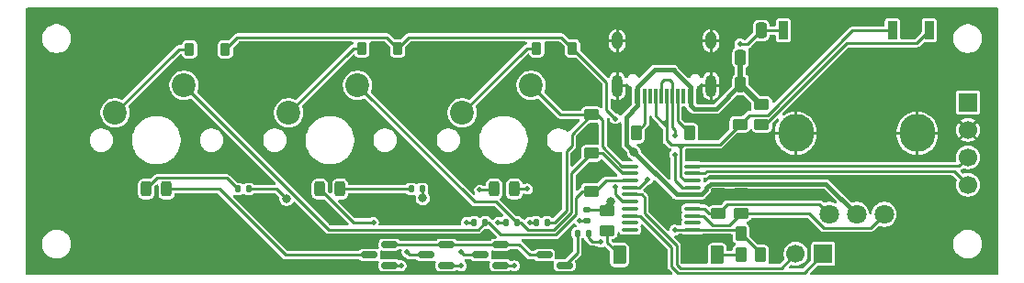
<source format=gtl>
%TF.GenerationSoftware,KiCad,Pcbnew,9.0.2*%
%TF.CreationDate,2025-05-27T14:22:58+08:00*%
%TF.ProjectId,tsubaki_lite,74737562-616b-4695-9f6c-6974652e6b69,3*%
%TF.SameCoordinates,Original*%
%TF.FileFunction,Copper,L1,Top*%
%TF.FilePolarity,Positive*%
%FSLAX46Y46*%
G04 Gerber Fmt 4.6, Leading zero omitted, Abs format (unit mm)*
G04 Created by KiCad (PCBNEW 9.0.2) date 2025-05-27 14:22:58*
%MOMM*%
%LPD*%
G01*
G04 APERTURE LIST*
G04 Aperture macros list*
%AMRoundRect*
0 Rectangle with rounded corners*
0 $1 Rounding radius*
0 $2 $3 $4 $5 $6 $7 $8 $9 X,Y pos of 4 corners*
0 Add a 4 corners polygon primitive as box body*
4,1,4,$2,$3,$4,$5,$6,$7,$8,$9,$2,$3,0*
0 Add four circle primitives for the rounded corners*
1,1,$1+$1,$2,$3*
1,1,$1+$1,$4,$5*
1,1,$1+$1,$6,$7*
1,1,$1+$1,$8,$9*
0 Add four rect primitives between the rounded corners*
20,1,$1+$1,$2,$3,$4,$5,0*
20,1,$1+$1,$4,$5,$6,$7,0*
20,1,$1+$1,$6,$7,$8,$9,0*
20,1,$1+$1,$8,$9,$2,$3,0*%
G04 Aperture macros list end*
%TA.AperFunction,SMDPad,CuDef*%
%ADD10RoundRect,0.150000X0.587500X0.150000X-0.587500X0.150000X-0.587500X-0.150000X0.587500X-0.150000X0*%
%TD*%
%TA.AperFunction,SMDPad,CuDef*%
%ADD11RoundRect,0.250000X-0.262500X-0.450000X0.262500X-0.450000X0.262500X0.450000X-0.262500X0.450000X0*%
%TD*%
%TA.AperFunction,SMDPad,CuDef*%
%ADD12RoundRect,0.250000X0.250000X0.475000X-0.250000X0.475000X-0.250000X-0.475000X0.250000X-0.475000X0*%
%TD*%
%TA.AperFunction,SMDPad,CuDef*%
%ADD13RoundRect,0.243750X-0.243750X-0.456250X0.243750X-0.456250X0.243750X0.456250X-0.243750X0.456250X0*%
%TD*%
%TA.AperFunction,SMDPad,CuDef*%
%ADD14RoundRect,0.250000X-0.450000X0.262500X-0.450000X-0.262500X0.450000X-0.262500X0.450000X0.262500X0*%
%TD*%
%TA.AperFunction,ComponentPad*%
%ADD15C,2.200000*%
%TD*%
%TA.AperFunction,SMDPad,CuDef*%
%ADD16RoundRect,0.250000X-0.375000X-0.625000X0.375000X-0.625000X0.375000X0.625000X-0.375000X0.625000X0*%
%TD*%
%TA.AperFunction,SMDPad,CuDef*%
%ADD17RoundRect,0.135000X0.135000X0.185000X-0.135000X0.185000X-0.135000X-0.185000X0.135000X-0.185000X0*%
%TD*%
%TA.AperFunction,SMDPad,CuDef*%
%ADD18R,0.900000X1.700000*%
%TD*%
%TA.AperFunction,ComponentPad*%
%ADD19R,1.700000X1.700000*%
%TD*%
%TA.AperFunction,ComponentPad*%
%ADD20C,1.700000*%
%TD*%
%TA.AperFunction,SMDPad,CuDef*%
%ADD21RoundRect,0.225000X-0.225000X-0.375000X0.225000X-0.375000X0.225000X0.375000X-0.225000X0.375000X0*%
%TD*%
%TA.AperFunction,SMDPad,CuDef*%
%ADD22RoundRect,0.250000X0.262500X0.450000X-0.262500X0.450000X-0.262500X-0.450000X0.262500X-0.450000X0*%
%TD*%
%TA.AperFunction,SMDPad,CuDef*%
%ADD23RoundRect,0.243750X0.243750X0.456250X-0.243750X0.456250X-0.243750X-0.456250X0.243750X-0.456250X0*%
%TD*%
%TA.AperFunction,SMDPad,CuDef*%
%ADD24RoundRect,0.250000X-0.250000X-0.475000X0.250000X-0.475000X0.250000X0.475000X-0.250000X0.475000X0*%
%TD*%
%TA.AperFunction,ComponentPad*%
%ADD25C,1.800000*%
%TD*%
%TA.AperFunction,ComponentPad*%
%ADD26O,3.300000X3.500000*%
%TD*%
%TA.AperFunction,SMDPad,CuDef*%
%ADD27RoundRect,0.135000X-0.185000X0.135000X-0.185000X-0.135000X0.185000X-0.135000X0.185000X0.135000X0*%
%TD*%
%TA.AperFunction,SMDPad,CuDef*%
%ADD28RoundRect,0.250000X0.450000X-0.262500X0.450000X0.262500X-0.450000X0.262500X-0.450000X-0.262500X0*%
%TD*%
%TA.AperFunction,SMDPad,CuDef*%
%ADD29RoundRect,0.100000X-0.637500X-0.100000X0.637500X-0.100000X0.637500X0.100000X-0.637500X0.100000X0*%
%TD*%
%TA.AperFunction,SMDPad,CuDef*%
%ADD30R,0.600000X1.450000*%
%TD*%
%TA.AperFunction,SMDPad,CuDef*%
%ADD31R,0.300000X1.450000*%
%TD*%
%TA.AperFunction,HeatsinkPad*%
%ADD32O,1.000000X2.100000*%
%TD*%
%TA.AperFunction,HeatsinkPad*%
%ADD33O,1.000000X1.600000*%
%TD*%
%TA.AperFunction,ViaPad*%
%ADD34C,0.500000*%
%TD*%
%TA.AperFunction,ViaPad*%
%ADD35C,0.800000*%
%TD*%
%TA.AperFunction,Conductor*%
%ADD36C,0.250000*%
%TD*%
%TA.AperFunction,Conductor*%
%ADD37C,0.254000*%
%TD*%
%TA.AperFunction,Conductor*%
%ADD38C,0.381000*%
%TD*%
%TA.AperFunction,Conductor*%
%ADD39C,0.508000*%
%TD*%
G04 APERTURE END LIST*
D10*
%TO.P,Q2,1,G*%
%TO.N,Net-(Q2-G)*%
X134937500Y-113950000D03*
%TO.P,Q2,2,S*%
%TO.N,Net-(Q1-S)*%
X134937500Y-112050000D03*
%TO.P,Q2,3,D*%
%TO.N,Net-(L_1_2-K)*%
X133062500Y-113000000D03*
%TD*%
D11*
%TO.P,R3,1*%
%TO.N,Net-(J1-CC1)*%
X157387500Y-101750000D03*
%TO.P,R3,2*%
%TO.N,GND*%
X159212500Y-101750000D03*
%TD*%
D12*
%TO.P,C1,1*%
%TO.N,/RESET*%
X163950000Y-92250000D03*
%TO.P,C1,2*%
%TO.N,GND*%
X162050000Y-92250000D03*
%TD*%
D13*
%TO.P,L_1_2,1,K*%
%TO.N,Net-(L_1_2-K)*%
X123262500Y-106900000D03*
%TO.P,L_1_2,2,A*%
%TO.N,Net-(L_1_2-A)*%
X125137500Y-106900000D03*
%TD*%
D14*
%TO.P,R10,1*%
%TO.N,GND*%
X148300000Y-98200000D03*
%TO.P,R10,2*%
%TO.N,/COL3*%
X148300000Y-100025000D03*
%TD*%
%TO.P,R15,1*%
%TO.N,GND*%
X162100000Y-107337500D03*
%TO.P,R15,2*%
%TO.N,/ROT_DOWN*%
X162100000Y-109162500D03*
%TD*%
D15*
%TO.P,SW_1_3,1,1*%
%TO.N,/COL3*%
X142740000Y-97320000D03*
%TO.P,SW_1_3,2,2*%
%TO.N,Net-(D_1_3-K)*%
X136390000Y-99860000D03*
%TD*%
D16*
%TO.P,D1,1,K*%
%TO.N,GND*%
X157100000Y-113000000D03*
%TO.P,D1,2,A*%
%TO.N,Net-(D1-A)*%
X159900000Y-113000000D03*
%TD*%
D14*
%TO.P,R8,1*%
%TO.N,GND*%
X148300000Y-101787500D03*
%TO.P,R8,2*%
%TO.N,/COL2*%
X148300000Y-103612500D03*
%TD*%
%TO.P,R7,1*%
%TO.N,GND*%
X148300000Y-105287500D03*
%TO.P,R7,2*%
%TO.N,/COL1*%
X148300000Y-107112500D03*
%TD*%
D17*
%TO.P,R_1_1,1*%
%TO.N,VDD*%
X116710000Y-106900000D03*
%TO.P,R_1_1,2*%
%TO.N,Net-(L_1_1-A)*%
X115690000Y-106900000D03*
%TD*%
D18*
%TO.P,SW2,1,A*%
%TO.N,/DP*%
X176050000Y-92250000D03*
%TO.P,SW2,2,B*%
%TO.N,Net-(SW2-B)*%
X179450000Y-92250000D03*
%TD*%
D17*
%TO.P,R13,1*%
%TO.N,/LED_CTRL*%
X148020000Y-111000000D03*
%TO.P,R13,2*%
%TO.N,Net-(Q4-G)*%
X147000000Y-111000000D03*
%TD*%
D19*
%TO.P,J2,1,Pin_1*%
%TO.N,/TX*%
X169675000Y-112900000D03*
D20*
%TO.P,J2,2,Pin_2*%
%TO.N,/RX*%
X167135000Y-112900000D03*
%TD*%
D21*
%TO.P,D_1_1,1,K*%
%TO.N,Net-(D_1_1-K)*%
X111250000Y-94000000D03*
%TO.P,D_1_1,2,A*%
%TO.N,/ROW1*%
X114550000Y-94000000D03*
%TD*%
D17*
%TO.P,R6,1*%
%TO.N,/COL1*%
X138510000Y-110000000D03*
%TO.P,R6,2*%
%TO.N,Net-(Q1-G)*%
X137490000Y-110000000D03*
%TD*%
D22*
%TO.P,R4,1*%
%TO.N,/LED_CTRL*%
X163912500Y-113000000D03*
%TO.P,R4,2*%
%TO.N,Net-(D1-A)*%
X162087500Y-113000000D03*
%TD*%
%TO.P,R12,1*%
%TO.N,GND*%
X163912500Y-111000000D03*
%TO.P,R12,2*%
%TO.N,/LED_CTRL*%
X162087500Y-111000000D03*
%TD*%
D14*
%TO.P,R5,1*%
%TO.N,VDD*%
X149750000Y-108925000D03*
%TO.P,R5,2*%
%TO.N,Net-(D2-A)*%
X149750000Y-110750000D03*
%TD*%
D21*
%TO.P,D_1_2,1,K*%
%TO.N,Net-(D_1_2-K)*%
X127150000Y-93900000D03*
%TO.P,D_1_2,2,A*%
%TO.N,/ROW1*%
X130450000Y-93900000D03*
%TD*%
D13*
%TO.P,L_1_3,1,K*%
%TO.N,Net-(L_1_3-K)*%
X139325000Y-106900000D03*
%TO.P,L_1_3,2,A*%
%TO.N,Net-(L_1_3-A)*%
X141200000Y-106900000D03*
%TD*%
D23*
%TO.P,L_1_1,1,K*%
%TO.N,Net-(L_1_1-K)*%
X109137500Y-106900000D03*
%TO.P,L_1_1,2,A*%
%TO.N,Net-(L_1_1-A)*%
X107262500Y-106900000D03*
%TD*%
D17*
%TO.P,R11,1*%
%TO.N,/COL3*%
X144210000Y-110000000D03*
%TO.P,R11,2*%
%TO.N,Net-(Q3-G)*%
X143190000Y-110000000D03*
%TD*%
D10*
%TO.P,Q3,1,G*%
%TO.N,Net-(Q3-G)*%
X139937500Y-113950000D03*
%TO.P,Q3,2,S*%
%TO.N,Net-(Q1-S)*%
X139937500Y-112050000D03*
%TO.P,Q3,3,D*%
%TO.N,Net-(L_1_3-K)*%
X138062500Y-113000000D03*
%TD*%
D18*
%TO.P,SW1,1,A*%
%TO.N,/RESET*%
X166000000Y-92250000D03*
%TO.P,SW1,2,B*%
%TO.N,GND*%
X169400000Y-92250000D03*
%TD*%
D24*
%TO.P,C2,1*%
%TO.N,VDD*%
X162050000Y-97250000D03*
%TO.P,C2,2*%
%TO.N,GND*%
X163950000Y-97250000D03*
%TD*%
D15*
%TO.P,SW_1_2,1,1*%
%TO.N,/COL2*%
X126740000Y-97320000D03*
%TO.P,SW_1_2,2,2*%
%TO.N,Net-(D_1_2-K)*%
X120390000Y-99860000D03*
%TD*%
D14*
%TO.P,R14,1*%
%TO.N,GND*%
X160000000Y-107337500D03*
%TO.P,R14,2*%
%TO.N,/ROT_UP*%
X160000000Y-109162500D03*
%TD*%
D10*
%TO.P,Q1,1,G*%
%TO.N,Net-(Q1-G)*%
X129687500Y-113950000D03*
%TO.P,Q1,2,S*%
%TO.N,Net-(Q1-S)*%
X129687500Y-112050000D03*
%TO.P,Q1,3,D*%
%TO.N,Net-(L_1_1-K)*%
X127812500Y-113000000D03*
%TD*%
D25*
%TO.P,SW3,A,A*%
%TO.N,/ROT_UP*%
X170209995Y-109250064D03*
%TO.P,SW3,B,B*%
%TO.N,/ROT_DOWN*%
X175290005Y-109250064D03*
%TO.P,SW3,C,C*%
%TO.N,VDD*%
X172750000Y-109250064D03*
D26*
%TO.P,SW3,D,D*%
%TO.N,GND*%
X178349949Y-101749936D03*
%TO.P,SW3,E,E*%
X167150051Y-101749936D03*
%TD*%
D16*
%TO.P,D2,1,K*%
%TO.N,GND*%
X148100000Y-113000000D03*
%TO.P,D2,2,A*%
%TO.N,Net-(D2-A)*%
X150900000Y-113000000D03*
%TD*%
D27*
%TO.P,R_1_3,1*%
%TO.N,VDD*%
X147900000Y-108790000D03*
%TO.P,R_1_3,2*%
%TO.N,Net-(L_1_3-A)*%
X147900000Y-109810000D03*
%TD*%
D10*
%TO.P,Q4,1,G*%
%TO.N,Net-(Q4-G)*%
X145837500Y-113950000D03*
%TO.P,Q4,2,S*%
%TO.N,GND*%
X145837500Y-112050000D03*
%TO.P,Q4,3,D*%
%TO.N,Net-(Q1-S)*%
X143962500Y-113000000D03*
%TD*%
D11*
%TO.P,R2,1*%
%TO.N,GND*%
X150587500Y-101750000D03*
%TO.P,R2,2*%
%TO.N,Net-(J1-CC2)*%
X152412500Y-101750000D03*
%TD*%
D17*
%TO.P,R9,1*%
%TO.N,/COL2*%
X141410000Y-110000000D03*
%TO.P,R9,2*%
%TO.N,Net-(Q2-G)*%
X140390000Y-110000000D03*
%TD*%
D28*
%TO.P,R1,1*%
%TO.N,Net-(SW2-B)*%
X164000000Y-100912500D03*
%TO.P,R1,2*%
%TO.N,VDD*%
X164000000Y-99087500D03*
%TD*%
D21*
%TO.P,D_1_3,1,K*%
%TO.N,Net-(D_1_3-K)*%
X143250000Y-93900000D03*
%TO.P,D_1_3,2,A*%
%TO.N,/ROW1*%
X146550000Y-93900000D03*
%TD*%
D15*
%TO.P,SW_1_1,1,1*%
%TO.N,/COL1*%
X110740000Y-97320000D03*
%TO.P,SW_1_1,2,2*%
%TO.N,Net-(D_1_1-K)*%
X104390000Y-99860000D03*
%TD*%
D24*
%TO.P,C3,1*%
%TO.N,VDD*%
X162050000Y-94750000D03*
%TO.P,C3,2*%
%TO.N,GND*%
X163950000Y-94750000D03*
%TD*%
D29*
%TO.P,U1,1,PB12*%
%TO.N,/COL3*%
X151887500Y-104825000D03*
%TO.P,U1,2,PC14*%
%TO.N,/COL2*%
X151887500Y-105475000D03*
%TO.P,U1,3,PC15*%
%TO.N,/COL1*%
X151887500Y-106125000D03*
%TO.P,U1,4,PC3*%
%TO.N,/RESET*%
X151887500Y-106775000D03*
%TO.P,U1,5,PC1*%
%TO.N,/RX*%
X151887500Y-107425000D03*
%TO.P,U1,6,PA0*%
%TO.N,/ROW1*%
X151887500Y-108075000D03*
%TO.P,U1,7,PA1*%
%TO.N,unconnected-(U1-PA1-Pad7)*%
X151887500Y-108725000D03*
%TO.P,U1,8,PA2*%
%TO.N,/TX*%
X151887500Y-109375000D03*
%TO.P,U1,9,PA3*%
%TO.N,unconnected-(U1-PA3-Pad9)*%
X151887500Y-110025000D03*
%TO.P,U1,10,PA4*%
%TO.N,unconnected-(U1-PA4-Pad10)*%
X151887500Y-110675000D03*
%TO.P,U1,11,PA5*%
%TO.N,/LED_CTRL*%
X157612500Y-110675000D03*
%TO.P,U1,12,PA6*%
%TO.N,unconnected-(U1-PA6-Pad12)*%
X157612500Y-110025000D03*
%TO.P,U1,13,PA7*%
%TO.N,/ROT_DOWN*%
X157612500Y-109375000D03*
%TO.P,U1,14,PB1*%
%TO.N,/ROT_UP*%
X157612500Y-108725000D03*
%TO.P,U1,15,GND*%
%TO.N,GND*%
X157612500Y-108075000D03*
%TO.P,U1,16,VDD*%
%TO.N,VDD*%
X157612500Y-107425000D03*
%TO.P,U1,17,PC16*%
%TO.N,/DM*%
X157612500Y-106775000D03*
%TO.P,U1,18,PC17*%
%TO.N,/DP*%
X157612500Y-106125000D03*
%TO.P,U1,19,PC18*%
%TO.N,/DIO*%
X157612500Y-105475000D03*
%TO.P,U1,20,PC19*%
%TO.N,/DCK*%
X157612500Y-104825000D03*
%TD*%
D14*
%TO.P,R16,1*%
%TO.N,GND*%
X162000000Y-99087500D03*
%TO.P,R16,2*%
%TO.N,/DP*%
X162000000Y-100912500D03*
%TD*%
D30*
%TO.P,J1,A1,GND*%
%TO.N,GND*%
X158250000Y-98295000D03*
%TO.P,J1,A4,VBUS*%
%TO.N,VDD*%
X157450000Y-98295000D03*
D31*
%TO.P,J1,A5,CC1*%
%TO.N,Net-(J1-CC1)*%
X156250000Y-98295000D03*
%TO.P,J1,A6,D+*%
%TO.N,/DP*%
X155250000Y-98295000D03*
%TO.P,J1,A7,D-*%
%TO.N,/DM*%
X154750000Y-98295000D03*
%TO.P,J1,A8,SBU1*%
%TO.N,unconnected-(J1-SBU1-PadA8)*%
X153750000Y-98295000D03*
D30*
%TO.P,J1,A9,VBUS*%
%TO.N,VDD*%
X152550000Y-98295000D03*
%TO.P,J1,A12,GND*%
%TO.N,GND*%
X151750000Y-98295000D03*
%TO.P,J1,B1,GND*%
X151750000Y-98295000D03*
%TO.P,J1,B4,VBUS*%
%TO.N,VDD*%
X152550000Y-98295000D03*
D31*
%TO.P,J1,B5,CC2*%
%TO.N,Net-(J1-CC2)*%
X153250000Y-98295000D03*
%TO.P,J1,B6,D+*%
%TO.N,/DP*%
X154250000Y-98295000D03*
%TO.P,J1,B7,D-*%
%TO.N,/DM*%
X155750000Y-98295000D03*
%TO.P,J1,B8,SBU2*%
%TO.N,unconnected-(J1-SBU2-PadB8)*%
X156750000Y-98295000D03*
D30*
%TO.P,J1,B9,VBUS*%
%TO.N,VDD*%
X157450000Y-98295000D03*
%TO.P,J1,B12,GND*%
%TO.N,GND*%
X158250000Y-98295000D03*
D32*
%TO.P,J1,S1,SHIELD*%
X159320000Y-97380000D03*
D33*
X159320000Y-93200000D03*
D32*
X150680000Y-97380000D03*
D33*
X150680000Y-93200000D03*
%TD*%
D17*
%TO.P,R_1_2,1*%
%TO.N,VDD*%
X132700000Y-106900000D03*
%TO.P,R_1_2,2*%
%TO.N,Net-(L_1_2-A)*%
X131680000Y-106900000D03*
%TD*%
D19*
%TO.P,J3,1,Pin_1*%
%TO.N,VDD*%
X183000000Y-98890000D03*
D20*
%TO.P,J3,2,Pin_2*%
%TO.N,GND*%
X183000000Y-101430000D03*
%TO.P,J3,3,Pin_3*%
%TO.N,/DCK*%
X183000000Y-103970000D03*
%TO.P,J3,4,Pin_4*%
%TO.N,/DIO*%
X183000000Y-106510000D03*
%TD*%
D34*
%TO.N,GND*%
X139250000Y-109000000D03*
X114000000Y-96500000D03*
X129750000Y-96750000D03*
X165000000Y-107500000D03*
X165500000Y-96000000D03*
%TO.N,Net-(L_1_3-K)*%
X138000000Y-107000000D03*
X136250000Y-112750000D03*
%TO.N,GND*%
X166000000Y-110000000D03*
X158500000Y-111750000D03*
X149750000Y-105250000D03*
X146750000Y-104000000D03*
X150750000Y-99250000D03*
X151250000Y-103750000D03*
X159000000Y-100500000D03*
X145500000Y-97250000D03*
X124500000Y-109500000D03*
X142500000Y-108500000D03*
X131750000Y-109250000D03*
X127500000Y-105000000D03*
X155250000Y-92250000D03*
X143500000Y-103500000D03*
X134750000Y-97000000D03*
X118750000Y-97500000D03*
X111250000Y-100500000D03*
X102500000Y-97000000D03*
X103500000Y-106000000D03*
X109000000Y-110000000D03*
X118500000Y-108750000D03*
X124000000Y-111750000D03*
X126500000Y-114250000D03*
X137750000Y-114250000D03*
X143500000Y-112000000D03*
X152250000Y-113750000D03*
X149250000Y-113250000D03*
X154250000Y-102250000D03*
X154750000Y-108500000D03*
X163250000Y-103500000D03*
X173000000Y-96500000D03*
X173000000Y-107000000D03*
X174500000Y-112750000D03*
X178750000Y-110000000D03*
X180500000Y-106250000D03*
X180750000Y-100250000D03*
X180500000Y-96000000D03*
X177750000Y-92000000D03*
X167750000Y-92250000D03*
X160750000Y-91500000D03*
X148250000Y-91500000D03*
X141500000Y-91750000D03*
X132250000Y-91750000D03*
X123750000Y-91750000D03*
X113250000Y-92000000D03*
X105000000Y-92000000D03*
%TO.N,/RESET*%
X162000000Y-93500000D03*
X153500000Y-106000000D03*
%TO.N,/DM*%
X155974000Y-103750000D03*
X156000000Y-102000000D03*
D35*
%TO.N,VDD*%
X132750000Y-107750000D03*
X120197347Y-107802653D03*
X150111596Y-108061901D03*
X152232429Y-103517571D03*
D34*
%TO.N,/ROW1*%
X150500000Y-106700000D03*
X150500000Y-100400000D03*
%TO.N,Net-(L_1_2-K)*%
X128200000Y-110000000D03*
X131300000Y-112750000D03*
%TO.N,Net-(L_1_3-A)*%
X142400000Y-106900000D03*
X147200000Y-109800000D03*
%TO.N,Net-(Q1-G)*%
X136800000Y-110000000D03*
X130750000Y-114000000D03*
%TO.N,Net-(Q2-G)*%
X139700000Y-110000000D03*
X136300000Y-114000000D03*
%TO.N,Net-(Q3-G)*%
X142606587Y-109993413D03*
X141200000Y-114000000D03*
%TO.N,/LED_CTRL*%
X149175000Y-111800000D03*
X156000000Y-110700000D03*
%TD*%
D36*
%TO.N,/DIO*%
X157612500Y-105475000D02*
X158750000Y-105475000D01*
X158750000Y-105475000D02*
X158976000Y-105249000D01*
X158976000Y-105249000D02*
X181739000Y-105249000D01*
X181739000Y-105249000D02*
X183000000Y-106510000D01*
%TO.N,/DM*%
X156000000Y-102000000D02*
X156000000Y-101425000D01*
X156000000Y-101425000D02*
X155750000Y-101175000D01*
X155750000Y-101175000D02*
X155750000Y-98295000D01*
%TO.N,/DP*%
X155250000Y-101146514D02*
X155250000Y-102387721D01*
X155250000Y-102387721D02*
X155638279Y-102776000D01*
X155638279Y-102776000D02*
X156276000Y-102776000D01*
D37*
%TO.N,Net-(L_1_3-K)*%
X139225000Y-107000000D02*
X139325000Y-106900000D01*
X138000000Y-107000000D02*
X139225000Y-107000000D01*
X136500000Y-113000000D02*
X136250000Y-112750000D01*
X138062500Y-113000000D02*
X136500000Y-113000000D01*
D36*
%TO.N,Net-(L_1_2-K)*%
X131300000Y-112750000D02*
X131550000Y-113000000D01*
X131550000Y-113000000D02*
X133062500Y-113000000D01*
%TO.N,Net-(Q1-G)*%
X130750000Y-114000000D02*
X129287500Y-114000000D01*
X129287500Y-114000000D02*
X129237500Y-113950000D01*
D37*
%TO.N,/RESET*%
X162700000Y-93500000D02*
X163950000Y-92250000D01*
X151887500Y-106775000D02*
X152725000Y-106775000D01*
X152725000Y-106775000D02*
X153500000Y-106000000D01*
X162000000Y-93500000D02*
X162700000Y-93500000D01*
D36*
%TO.N,/DM*%
X156671774Y-106775000D02*
X157612500Y-106775000D01*
X155974000Y-106077226D02*
X156671774Y-106775000D01*
X155974000Y-103750000D02*
X155974000Y-106077226D01*
%TO.N,/DP*%
X156549000Y-103106486D02*
X156549000Y-103049000D01*
X156549000Y-103049000D02*
X156276000Y-102776000D01*
X156276000Y-102776000D02*
X156879486Y-102776000D01*
X155250000Y-100500000D02*
X155250000Y-100750000D01*
D37*
X154853486Y-100750000D02*
X155000000Y-100750000D01*
D36*
X155250000Y-100500000D02*
X155000000Y-100750000D01*
D37*
X154801743Y-100698257D02*
X155250000Y-101146514D01*
D36*
X155250000Y-98295000D02*
X155250000Y-100500000D01*
D37*
X154801743Y-100698257D02*
X154853486Y-100750000D01*
X155000000Y-100750000D02*
X155250000Y-100750000D01*
X154250000Y-98295000D02*
X154250000Y-100146514D01*
X154250000Y-100146514D02*
X154801743Y-100698257D01*
D38*
%TO.N,VDD*%
X150111596Y-108061901D02*
X149750000Y-108423497D01*
X149750000Y-108423497D02*
X149750000Y-108925000D01*
D37*
X116710000Y-106900000D02*
X119294694Y-106900000D01*
X119294694Y-106900000D02*
X120197347Y-107802653D01*
X132750000Y-107750000D02*
X132750000Y-106950000D01*
X132750000Y-106950000D02*
X132700000Y-106900000D01*
D36*
%TO.N,/ROW1*%
X151150001Y-108075000D02*
X151887500Y-108075000D01*
X150500000Y-106700000D02*
X150500000Y-107424999D01*
X150500000Y-107424999D02*
X151150001Y-108075000D01*
%TO.N,/COL1*%
X151887500Y-106125000D02*
X149625000Y-106125000D01*
X149625000Y-106125000D02*
X148637500Y-107112500D01*
X148637500Y-107112500D02*
X148300000Y-107112500D01*
D38*
%TO.N,VDD*%
X152232429Y-103517571D02*
X156139858Y-107425000D01*
D37*
%TO.N,/ROT_DOWN*%
X162100000Y-109162500D02*
X168385776Y-109162500D01*
X168385776Y-109162500D02*
X169701340Y-110478064D01*
X169701340Y-110478064D02*
X174062005Y-110478064D01*
X174062005Y-110478064D02*
X175290005Y-109250064D01*
%TO.N,/ROT_UP*%
X160000000Y-109162500D02*
X160840500Y-108322000D01*
X160840500Y-108322000D02*
X169281931Y-108322000D01*
X169281931Y-108322000D02*
X170209995Y-109250064D01*
%TO.N,/ROT_DOWN*%
X157612500Y-109375000D02*
X158625000Y-109375000D01*
X158625000Y-109375000D02*
X159472000Y-110222000D01*
X159472000Y-110222000D02*
X161040500Y-110222000D01*
X161040500Y-110222000D02*
X162100000Y-109162500D01*
%TO.N,/ROT_UP*%
X157612500Y-108725000D02*
X158725000Y-108725000D01*
X158725000Y-108725000D02*
X159162500Y-109162500D01*
X159162500Y-109162500D02*
X160000000Y-109162500D01*
D38*
%TO.N,VDD*%
X157612500Y-107425000D02*
X158460856Y-107425000D01*
X169933436Y-106433500D02*
X172750000Y-109250064D01*
X158460856Y-107425000D02*
X158908500Y-106977356D01*
X158908500Y-106977356D02*
X158908500Y-106802356D01*
X158908500Y-106802356D02*
X159277356Y-106433500D01*
X159277356Y-106433500D02*
X169933436Y-106433500D01*
D36*
%TO.N,/LED_CTRL*%
X157612500Y-110675000D02*
X161762500Y-110675000D01*
X161762500Y-110675000D02*
X162087500Y-111000000D01*
X163912500Y-113000000D02*
X163912500Y-112825000D01*
X163912500Y-112825000D02*
X162087500Y-111000000D01*
D38*
%TO.N,VDD*%
X157450000Y-98295000D02*
X157450000Y-99200000D01*
X157450000Y-99200000D02*
X157750000Y-99500000D01*
X157750000Y-99500000D02*
X159800000Y-99500000D01*
X159800000Y-99500000D02*
X162050000Y-97250000D01*
D39*
X162050000Y-97250000D02*
X162050000Y-94750000D01*
X164000000Y-99087500D02*
X163887500Y-99087500D01*
X163887500Y-99087500D02*
X162050000Y-97250000D01*
D36*
X147900000Y-108790000D02*
X149615000Y-108790000D01*
X149615000Y-108790000D02*
X149750000Y-108925000D01*
%TO.N,/ROW1*%
X130450000Y-93900000D02*
X131450000Y-92900000D01*
X114550000Y-94000000D02*
X115650000Y-92900000D01*
X131450000Y-92900000D02*
X145550000Y-92900000D01*
X149700000Y-97050000D02*
X149700000Y-99600000D01*
X149700000Y-99600000D02*
X150500000Y-100400000D01*
X115650000Y-92900000D02*
X129450000Y-92900000D01*
X149700000Y-97050000D02*
X146550000Y-93900000D01*
X145550000Y-92900000D02*
X146550000Y-93900000D01*
X129450000Y-92900000D02*
X130450000Y-93900000D01*
%TO.N,Net-(D_1_1-K)*%
X111250000Y-94000000D02*
X110250000Y-94000000D01*
X110250000Y-94000000D02*
X104390000Y-99860000D01*
%TO.N,Net-(D_1_2-K)*%
X127150000Y-93900000D02*
X126350000Y-93900000D01*
X126350000Y-93900000D02*
X120390000Y-99860000D01*
%TO.N,Net-(D_1_3-K)*%
X142350000Y-93900000D02*
X136390000Y-99860000D01*
X143250000Y-93900000D02*
X142350000Y-93900000D01*
D38*
%TO.N,VDD*%
X157450000Y-97463731D02*
X157450000Y-98295000D01*
X152550000Y-98295000D02*
X152550000Y-97463731D01*
X155900000Y-95913731D02*
X157450000Y-97463731D01*
X152550000Y-97463731D02*
X154113731Y-95900000D01*
X155900000Y-95900000D02*
X155900000Y-95913731D01*
X154113731Y-95900000D02*
X155900000Y-95900000D01*
D36*
%TO.N,/DP*%
X172371514Y-92250000D02*
X164547514Y-100074000D01*
X164547514Y-100074000D02*
X162838500Y-100074000D01*
X162838500Y-100074000D02*
X162000000Y-100912500D01*
X156919774Y-106125000D02*
X156549000Y-105754226D01*
X155250000Y-100750000D02*
X155250000Y-101146514D01*
X160136500Y-102776000D02*
X162000000Y-100912500D01*
X156879486Y-102776000D02*
X158318774Y-102776000D01*
X156549000Y-103106486D02*
X156879486Y-102776000D01*
X157612500Y-106125000D02*
X156919774Y-106125000D01*
X158318774Y-102776000D02*
X160136500Y-102776000D01*
X156549000Y-105754226D02*
X156549000Y-103106486D01*
X176050000Y-92250000D02*
X172371514Y-92250000D01*
%TO.N,/TX*%
X155698000Y-114057324D02*
X156291676Y-114651000D01*
X156291676Y-114651000D02*
X167924000Y-114651000D01*
X167924000Y-114651000D02*
X169675000Y-112900000D01*
X151887500Y-109375000D02*
X152775000Y-109375000D01*
X155698000Y-112298000D02*
X155698000Y-114057324D01*
X152775000Y-109375000D02*
X155698000Y-112298000D01*
%TO.N,/RX*%
X153200000Y-107700000D02*
X153200000Y-109162190D01*
X152925000Y-107425000D02*
X153200000Y-107700000D01*
X165835000Y-114200000D02*
X167135000Y-112900000D01*
X151887500Y-107425000D02*
X152925000Y-107425000D01*
X156478486Y-114200000D02*
X165835000Y-114200000D01*
X156149000Y-112111190D02*
X156149000Y-113870514D01*
X156149000Y-113870514D02*
X156478486Y-114200000D01*
X153200000Y-109162190D02*
X156149000Y-112111190D01*
%TO.N,Net-(L_1_1-K)*%
X114000000Y-106900000D02*
X120100000Y-113000000D01*
X120100000Y-113000000D02*
X127362500Y-113000000D01*
X109137500Y-106900000D02*
X114000000Y-106900000D01*
%TO.N,Net-(L_1_1-A)*%
X108288500Y-105874000D02*
X114664000Y-105874000D01*
X114664000Y-105874000D02*
X115690000Y-106900000D01*
X107262500Y-106900000D02*
X108288500Y-105874000D01*
%TO.N,Net-(L_1_2-A)*%
X131680000Y-106900000D02*
X125137500Y-106900000D01*
%TO.N,Net-(L_1_2-K)*%
X126362500Y-110000000D02*
X123262500Y-106900000D01*
X128200000Y-110000000D02*
X126362500Y-110000000D01*
%TO.N,Net-(L_1_3-A)*%
X142400000Y-106900000D02*
X141200000Y-106900000D01*
X147210000Y-109810000D02*
X147200000Y-109800000D01*
X147900000Y-109810000D02*
X147210000Y-109810000D01*
%TO.N,Net-(Q1-S)*%
X142600000Y-113000000D02*
X143962500Y-113000000D01*
X139937500Y-112050000D02*
X141650000Y-112050000D01*
X129237500Y-112050000D02*
X134937500Y-112050000D01*
X134937500Y-112050000D02*
X139937500Y-112050000D01*
X141650000Y-112050000D02*
X142600000Y-113000000D01*
%TO.N,Net-(Q1-G)*%
X137490000Y-110000000D02*
X136800000Y-110000000D01*
%TO.N,Net-(Q2-G)*%
X136300000Y-114000000D02*
X134987500Y-114000000D01*
X134987500Y-114000000D02*
X134937500Y-113950000D01*
X140390000Y-110000000D02*
X139700000Y-110000000D01*
%TO.N,Net-(Q3-G)*%
X142613174Y-110000000D02*
X142606587Y-109993413D01*
X143190000Y-110000000D02*
X142613174Y-110000000D01*
X139987500Y-114000000D02*
X139937500Y-113950000D01*
X141200000Y-114000000D02*
X139987500Y-114000000D01*
%TO.N,Net-(Q4-G)*%
X147000000Y-112787500D02*
X147000000Y-111000000D01*
X145837500Y-113950000D02*
X147000000Y-112787500D01*
%TO.N,/LED_CTRL*%
X163912500Y-112636171D02*
X163912500Y-113000000D01*
X148400000Y-111800000D02*
X148020000Y-111420000D01*
X149175000Y-111800000D02*
X148400000Y-111800000D01*
X148020000Y-111420000D02*
X148020000Y-111000000D01*
X161725000Y-110675000D02*
X162000000Y-110400000D01*
X156025000Y-110675000D02*
X156000000Y-110700000D01*
X157612500Y-110675000D02*
X156025000Y-110675000D01*
X162000000Y-110400000D02*
X162000000Y-110723671D01*
%TO.N,/COL1*%
X146902000Y-107698000D02*
X146902000Y-109273620D01*
X138800000Y-110000000D02*
X138510000Y-110000000D01*
X146902000Y-109273620D02*
X145024620Y-111151000D01*
X110740000Y-97320000D02*
X124066000Y-110646000D01*
X139951000Y-111151000D02*
X138800000Y-110000000D01*
X145024620Y-111151000D02*
X139951000Y-111151000D01*
X147487500Y-107112500D02*
X146902000Y-107698000D01*
X148300000Y-107112500D02*
X147487500Y-107112500D01*
X137864000Y-110646000D02*
X138510000Y-110000000D01*
X124066000Y-110646000D02*
X137864000Y-110646000D01*
%TO.N,/COL2*%
X151887500Y-105475000D02*
X151150001Y-105475000D01*
X146451000Y-109086810D02*
X146451000Y-105461500D01*
X144837810Y-110700000D02*
X146451000Y-109086810D01*
X141410000Y-110000000D02*
X141800000Y-110000000D01*
X139510000Y-108100000D02*
X137520000Y-108100000D01*
X146451000Y-105461500D02*
X148300000Y-103612500D01*
X149287501Y-103612500D02*
X148300000Y-103612500D01*
X141410000Y-110000000D02*
X139510000Y-108100000D01*
X141800000Y-110000000D02*
X142500000Y-110700000D01*
X137520000Y-108100000D02*
X126740000Y-97320000D01*
X151150001Y-105475000D02*
X149287501Y-103612500D01*
X142500000Y-110700000D02*
X144837810Y-110700000D01*
%TO.N,/COL3*%
X145445000Y-100025000D02*
X148300000Y-100025000D01*
X144210000Y-110000000D02*
X144900000Y-110000000D01*
X148300000Y-100025000D02*
X148175000Y-100025000D01*
X146000000Y-108900000D02*
X146000000Y-103383562D01*
X149326000Y-103013189D02*
X149326000Y-100526000D01*
X142740000Y-97320000D02*
X145445000Y-100025000D01*
X146484600Y-102898962D02*
X146484600Y-101840400D01*
X149326000Y-100526000D02*
X148825000Y-100025000D01*
X151887500Y-104825000D02*
X151137811Y-104825000D01*
X148825000Y-100025000D02*
X148300000Y-100025000D01*
X146000000Y-103383562D02*
X146484600Y-102898962D01*
X146484600Y-101840400D02*
X148300000Y-100025000D01*
X144900000Y-110000000D02*
X146000000Y-108900000D01*
X151137811Y-104825000D02*
X149326000Y-103013189D01*
%TO.N,Net-(J1-CC1)*%
X156250000Y-100612500D02*
X157387500Y-101750000D01*
X157250000Y-101750000D02*
X157587500Y-101750000D01*
X156250000Y-98295000D02*
X156250000Y-100612500D01*
%TO.N,/DM*%
X155750000Y-97050000D02*
X155750000Y-98295000D01*
X154750000Y-97050000D02*
X155000000Y-96800000D01*
X154750000Y-98295000D02*
X154750000Y-97050000D01*
X155500000Y-96800000D02*
X155750000Y-97050000D01*
X155000000Y-96800000D02*
X155500000Y-96800000D01*
%TO.N,Net-(J1-CC2)*%
X152412500Y-101668750D02*
X152412500Y-101750000D01*
X153250000Y-98295000D02*
X153250000Y-100831250D01*
X153250000Y-100831250D02*
X152412500Y-101668750D01*
%TO.N,/RESET*%
X166000000Y-92250000D02*
X163950000Y-92250000D01*
%TO.N,Net-(D1-A)*%
X162087500Y-113000000D02*
X159900000Y-113000000D01*
%TO.N,Net-(SW2-B)*%
X164346824Y-100912500D02*
X171833324Y-93426000D01*
X178274000Y-93426000D02*
X179450000Y-92250000D01*
X171833324Y-93426000D02*
X178274000Y-93426000D01*
X164000000Y-100912500D02*
X164346824Y-100912500D01*
%TO.N,Net-(D2-A)*%
X149750000Y-110750000D02*
X149750000Y-111850000D01*
X149750000Y-111850000D02*
X150900000Y-113000000D01*
D38*
%TO.N,VDD*%
X152550000Y-98295000D02*
X152550000Y-99200000D01*
X152550000Y-99200000D02*
X151508500Y-100241500D01*
X151508500Y-100241500D02*
X151508500Y-102793642D01*
X151508500Y-102793642D02*
X152232429Y-103517571D01*
X156139858Y-107425000D02*
X157612500Y-107425000D01*
D36*
%TO.N,/DCK*%
X157612500Y-104825000D02*
X157639500Y-104798000D01*
X157639500Y-104798000D02*
X182172000Y-104798000D01*
X182172000Y-104798000D02*
X183000000Y-103970000D01*
%TD*%
%TA.AperFunction,Conductor*%
%TO.N,GND*%
G36*
X185789221Y-90172902D02*
G01*
X185835714Y-90226558D01*
X185847100Y-90278900D01*
X185847100Y-114721100D01*
X185827098Y-114789221D01*
X185773442Y-114835714D01*
X185721100Y-114847100D01*
X168568785Y-114847100D01*
X168500664Y-114827098D01*
X168454171Y-114773442D01*
X168444067Y-114703168D01*
X168473561Y-114638588D01*
X168479689Y-114632005D01*
X169070289Y-114041404D01*
X169132602Y-114007379D01*
X169159385Y-114004499D01*
X170550064Y-114004499D01*
X170550066Y-114004499D01*
X170550069Y-114004498D01*
X170550072Y-114004498D01*
X170586663Y-113997219D01*
X170624301Y-113989734D01*
X170708484Y-113933484D01*
X170764734Y-113849301D01*
X170779500Y-113775067D01*
X170779499Y-112024934D01*
X170779498Y-112024930D01*
X170779498Y-112024926D01*
X170768450Y-111969386D01*
X170764734Y-111950699D01*
X170727783Y-111895398D01*
X181670900Y-111895398D01*
X181670900Y-112104602D01*
X181702561Y-112304500D01*
X181703628Y-112311237D01*
X181768273Y-112510193D01*
X181863253Y-112696602D01*
X181986219Y-112865852D01*
X182134147Y-113013780D01*
X182197456Y-113059776D01*
X182303400Y-113136748D01*
X182489803Y-113231725D01*
X182489805Y-113231725D01*
X182489806Y-113231726D01*
X182556124Y-113253274D01*
X182688768Y-113296373D01*
X182895398Y-113329100D01*
X182895401Y-113329100D01*
X183104599Y-113329100D01*
X183104602Y-113329100D01*
X183311232Y-113296373D01*
X183510197Y-113231725D01*
X183696600Y-113136748D01*
X183865851Y-113013781D01*
X184013781Y-112865851D01*
X184136748Y-112696600D01*
X184231725Y-112510197D01*
X184296373Y-112311232D01*
X184329100Y-112104602D01*
X184329100Y-111895398D01*
X184296373Y-111688768D01*
X184231725Y-111489803D01*
X184136748Y-111303400D01*
X184123726Y-111285477D01*
X184013780Y-111134147D01*
X183865852Y-110986219D01*
X183696602Y-110863253D01*
X183510193Y-110768273D01*
X183311237Y-110703628D01*
X183311233Y-110703627D01*
X183311232Y-110703627D01*
X183104602Y-110670900D01*
X182895398Y-110670900D01*
X182688768Y-110703627D01*
X182688762Y-110703628D01*
X182489806Y-110768273D01*
X182303397Y-110863253D01*
X182134147Y-110986219D01*
X181986219Y-111134147D01*
X181863253Y-111303397D01*
X181768273Y-111489806D01*
X181703628Y-111688762D01*
X181703627Y-111688767D01*
X181703627Y-111688768D01*
X181670900Y-111895398D01*
X170727783Y-111895398D01*
X170708484Y-111866516D01*
X170708482Y-111866515D01*
X170708482Y-111866514D01*
X170624302Y-111810266D01*
X170550067Y-111795500D01*
X168799936Y-111795500D01*
X168799926Y-111795501D01*
X168725699Y-111810265D01*
X168641515Y-111866516D01*
X168585266Y-111950697D01*
X168570500Y-112024930D01*
X168570500Y-113415613D01*
X168550498Y-113483734D01*
X168533596Y-113504708D01*
X168350392Y-113687913D01*
X167971887Y-114066419D01*
X167803711Y-114234595D01*
X167741398Y-114268620D01*
X167714615Y-114271500D01*
X166604384Y-114271500D01*
X166536263Y-114251498D01*
X166489770Y-114197842D01*
X166479666Y-114127568D01*
X166509160Y-114062988D01*
X166515289Y-114056405D01*
X166608943Y-113962751D01*
X166671255Y-113928725D01*
X166736973Y-113932012D01*
X166876362Y-113977303D01*
X167048074Y-114004500D01*
X167048077Y-114004500D01*
X167221923Y-114004500D01*
X167221926Y-114004500D01*
X167393638Y-113977303D01*
X167558981Y-113923580D01*
X167713884Y-113844653D01*
X167854533Y-113742465D01*
X167977465Y-113619533D01*
X168079653Y-113478884D01*
X168158580Y-113323981D01*
X168212303Y-113158638D01*
X168239500Y-112986926D01*
X168239500Y-112813074D01*
X168212303Y-112641362D01*
X168158580Y-112476019D01*
X168079653Y-112321116D01*
X168022146Y-112241965D01*
X167977463Y-112180464D01*
X167854535Y-112057536D01*
X167713887Y-111955349D01*
X167713886Y-111955348D01*
X167713884Y-111955347D01*
X167558981Y-111876420D01*
X167558978Y-111876419D01*
X167558976Y-111876418D01*
X167393642Y-111822698D01*
X167393640Y-111822697D01*
X167393638Y-111822697D01*
X167221926Y-111795500D01*
X167048074Y-111795500D01*
X166876362Y-111822697D01*
X166876360Y-111822697D01*
X166876357Y-111822698D01*
X166711023Y-111876418D01*
X166711017Y-111876421D01*
X166556112Y-111955349D01*
X166415464Y-112057536D01*
X166292536Y-112180464D01*
X166190349Y-112321112D01*
X166111421Y-112476017D01*
X166111418Y-112476023D01*
X166057698Y-112641357D01*
X166057697Y-112641360D01*
X166057697Y-112641362D01*
X166030500Y-112813074D01*
X166030500Y-112986926D01*
X166035821Y-113020519D01*
X166057698Y-113158644D01*
X166102985Y-113298026D01*
X166105012Y-113368994D01*
X166072248Y-113426056D01*
X165714711Y-113783595D01*
X165652399Y-113817620D01*
X165625615Y-113820500D01*
X164756734Y-113820500D01*
X164688613Y-113800498D01*
X164642120Y-113746842D01*
X164632016Y-113676568D01*
X164638679Y-113650467D01*
X164658883Y-113596297D01*
X164673040Y-113558342D01*
X164679500Y-113498255D01*
X164679499Y-112501746D01*
X164673040Y-112441658D01*
X164622342Y-112305733D01*
X164535404Y-112189596D01*
X164419267Y-112102658D01*
X164419265Y-112102657D01*
X164419266Y-112102657D01*
X164283349Y-112051962D01*
X164283344Y-112051960D01*
X164283342Y-112051960D01*
X164275831Y-112051152D01*
X164223262Y-112045500D01*
X164223255Y-112045500D01*
X163721884Y-112045500D01*
X163653763Y-112025498D01*
X163632789Y-112008595D01*
X162891404Y-111267210D01*
X162857378Y-111204898D01*
X162854499Y-111178115D01*
X162854499Y-110501753D01*
X162854499Y-110501746D01*
X162848040Y-110441658D01*
X162797342Y-110305733D01*
X162710404Y-110189596D01*
X162640151Y-110137006D01*
X162597606Y-110080173D01*
X162592540Y-110009357D01*
X162626565Y-109947045D01*
X162671624Y-109918085D01*
X162794267Y-109872342D01*
X162910404Y-109785404D01*
X162997342Y-109669267D01*
X163013492Y-109625965D01*
X163056038Y-109569132D01*
X163122558Y-109544321D01*
X163131547Y-109544000D01*
X168175563Y-109544000D01*
X168243684Y-109564002D01*
X168264658Y-109580905D01*
X169391653Y-110707899D01*
X169391674Y-110707922D01*
X169467086Y-110783334D01*
X169467091Y-110783338D01*
X169467093Y-110783340D01*
X169467094Y-110783341D01*
X169467096Y-110783342D01*
X169554081Y-110833563D01*
X169554083Y-110833563D01*
X169554086Y-110833565D01*
X169651115Y-110859564D01*
X169651117Y-110859564D01*
X174112228Y-110859564D01*
X174112230Y-110859564D01*
X174209259Y-110833565D01*
X174209262Y-110833563D01*
X174209263Y-110833563D01*
X174252755Y-110808452D01*
X174296252Y-110783340D01*
X174367281Y-110712311D01*
X174384990Y-110694602D01*
X174384996Y-110694594D01*
X174726403Y-110353186D01*
X174788714Y-110319163D01*
X174854429Y-110322449D01*
X175019659Y-110376136D01*
X175199144Y-110404564D01*
X175199147Y-110404564D01*
X175380863Y-110404564D01*
X175380866Y-110404564D01*
X175560351Y-110376136D01*
X175733179Y-110319981D01*
X175895095Y-110237481D01*
X176042111Y-110130667D01*
X176170608Y-110002170D01*
X176277422Y-109855154D01*
X176359922Y-109693238D01*
X176416077Y-109520410D01*
X176444505Y-109340925D01*
X176444505Y-109159203D01*
X176416077Y-108979718D01*
X176359922Y-108806890D01*
X176277422Y-108644974D01*
X176205712Y-108546274D01*
X176170606Y-108497955D01*
X176042113Y-108369462D01*
X175895098Y-108262649D01*
X175895097Y-108262648D01*
X175895095Y-108262647D01*
X175733179Y-108180147D01*
X175733176Y-108180146D01*
X175733174Y-108180145D01*
X175560356Y-108123993D01*
X175560352Y-108123992D01*
X175560351Y-108123992D01*
X175380866Y-108095564D01*
X175199144Y-108095564D01*
X175019659Y-108123992D01*
X175019653Y-108123993D01*
X174846835Y-108180145D01*
X174846829Y-108180148D01*
X174684911Y-108262649D01*
X174537896Y-108369462D01*
X174409403Y-108497955D01*
X174302590Y-108644970D01*
X174220089Y-108806888D01*
X174220086Y-108806894D01*
X174163934Y-108979711D01*
X174144451Y-109102722D01*
X174114038Y-109166874D01*
X174053770Y-109204401D01*
X173982780Y-109203387D01*
X173923608Y-109164154D01*
X173895554Y-109102724D01*
X173876072Y-108979718D01*
X173819917Y-108806890D01*
X173737417Y-108644974D01*
X173665707Y-108546274D01*
X173630601Y-108497955D01*
X173502108Y-108369462D01*
X173355093Y-108262649D01*
X173355092Y-108262648D01*
X173355090Y-108262647D01*
X173193174Y-108180147D01*
X173193171Y-108180146D01*
X173193169Y-108180145D01*
X173020351Y-108123993D01*
X173020347Y-108123992D01*
X173020346Y-108123992D01*
X172840861Y-108095564D01*
X172659139Y-108095564D01*
X172479654Y-108123992D01*
X172382206Y-108155654D01*
X172311238Y-108157680D01*
X172254176Y-108124915D01*
X170206673Y-106077412D01*
X170206668Y-106077408D01*
X170105204Y-106018828D01*
X170105202Y-106018827D01*
X170105200Y-106018826D01*
X170105197Y-106018825D01*
X170105192Y-106018823D01*
X170042214Y-106001948D01*
X170042214Y-106001949D01*
X169992022Y-105988500D01*
X169992021Y-105988500D01*
X159335942Y-105988500D01*
X159218770Y-105988500D01*
X159168578Y-106001949D01*
X159168577Y-106001948D01*
X159105599Y-106018823D01*
X159105587Y-106018828D01*
X159004123Y-106077408D01*
X159004118Y-106077412D01*
X159004119Y-106077412D01*
X158819595Y-106261936D01*
X158757283Y-106295962D01*
X158686468Y-106290897D01*
X158629632Y-106248350D01*
X158604821Y-106181830D01*
X158604500Y-106172841D01*
X158604500Y-105991358D01*
X158604373Y-105989606D01*
X158604500Y-105989019D01*
X158604500Y-105986795D01*
X158604982Y-105986795D01*
X158619401Y-105920218D01*
X158669556Y-105869969D01*
X158730044Y-105854501D01*
X158799961Y-105854501D01*
X158799962Y-105854501D01*
X158876080Y-105834104D01*
X158876082Y-105834104D01*
X158883548Y-105832102D01*
X158896482Y-105828638D01*
X158983019Y-105778676D01*
X159053676Y-105708019D01*
X159064043Y-105697652D01*
X159064054Y-105697639D01*
X159096291Y-105665403D01*
X159158604Y-105631379D01*
X159185385Y-105628500D01*
X181529616Y-105628500D01*
X181597737Y-105648502D01*
X181618711Y-105665405D01*
X181937248Y-105983942D01*
X181971274Y-106046254D01*
X181967986Y-106111972D01*
X181922698Y-106251355D01*
X181922697Y-106251362D01*
X181895500Y-106423074D01*
X181895500Y-106596926D01*
X181922346Y-106766419D01*
X181922698Y-106768642D01*
X181963666Y-106894730D01*
X181976420Y-106933981D01*
X182055347Y-107088884D01*
X182055349Y-107088887D01*
X182157536Y-107229535D01*
X182280464Y-107352463D01*
X182363758Y-107412980D01*
X182421116Y-107454653D01*
X182576019Y-107533580D01*
X182741362Y-107587303D01*
X182913074Y-107614500D01*
X182913077Y-107614500D01*
X183086923Y-107614500D01*
X183086926Y-107614500D01*
X183258638Y-107587303D01*
X183423981Y-107533580D01*
X183578884Y-107454653D01*
X183719533Y-107352465D01*
X183842465Y-107229533D01*
X183944653Y-107088884D01*
X184023580Y-106933981D01*
X184077303Y-106768638D01*
X184104500Y-106596926D01*
X184104500Y-106423074D01*
X184077303Y-106251362D01*
X184023580Y-106086019D01*
X183944653Y-105931116D01*
X183842465Y-105790467D01*
X183842463Y-105790464D01*
X183719535Y-105667536D01*
X183578887Y-105565349D01*
X183578886Y-105565348D01*
X183578884Y-105565347D01*
X183423981Y-105486420D01*
X183423978Y-105486419D01*
X183423976Y-105486418D01*
X183258642Y-105432698D01*
X183258640Y-105432697D01*
X183258638Y-105432697D01*
X183086926Y-105405500D01*
X182913074Y-105405500D01*
X182773327Y-105427634D01*
X182741355Y-105432698D01*
X182601972Y-105477986D01*
X182586515Y-105478427D01*
X182572026Y-105483832D01*
X182551746Y-105479420D01*
X182531005Y-105480013D01*
X182516693Y-105471795D01*
X182502652Y-105468741D01*
X182473942Y-105447248D01*
X182345741Y-105319047D01*
X182311715Y-105256735D01*
X182316780Y-105185920D01*
X182359327Y-105129084D01*
X182371821Y-105120842D01*
X182405019Y-105101676D01*
X182473945Y-105032749D01*
X182536255Y-104998726D01*
X182601972Y-105002012D01*
X182741362Y-105047303D01*
X182913074Y-105074500D01*
X182913077Y-105074500D01*
X183086923Y-105074500D01*
X183086926Y-105074500D01*
X183258638Y-105047303D01*
X183423981Y-104993580D01*
X183578884Y-104914653D01*
X183719533Y-104812465D01*
X183842465Y-104689533D01*
X183944653Y-104548884D01*
X184023580Y-104393981D01*
X184077303Y-104228638D01*
X184104500Y-104056926D01*
X184104500Y-103883074D01*
X184077303Y-103711362D01*
X184023580Y-103546019D01*
X183944653Y-103391116D01*
X183842465Y-103250467D01*
X183842463Y-103250464D01*
X183719535Y-103127536D01*
X183578887Y-103025349D01*
X183578886Y-103025348D01*
X183578884Y-103025347D01*
X183423981Y-102946420D01*
X183423978Y-102946419D01*
X183423976Y-102946418D01*
X183258642Y-102892698D01*
X183258640Y-102892697D01*
X183258638Y-102892697D01*
X183086926Y-102865500D01*
X182913074Y-102865500D01*
X182741362Y-102892697D01*
X182741360Y-102892697D01*
X182741357Y-102892698D01*
X182576023Y-102946418D01*
X182576017Y-102946421D01*
X182421112Y-103025349D01*
X182280464Y-103127536D01*
X182157536Y-103250464D01*
X182055349Y-103391112D01*
X181976421Y-103546017D01*
X181976418Y-103546023D01*
X181922698Y-103711357D01*
X181922697Y-103711360D01*
X181922697Y-103711362D01*
X181895500Y-103883074D01*
X181895500Y-104056926D01*
X181911617Y-104158683D01*
X181922697Y-104228640D01*
X181930796Y-104253563D01*
X181932824Y-104324530D01*
X181896162Y-104385329D01*
X181832450Y-104416654D01*
X181810963Y-104418500D01*
X158459350Y-104418500D01*
X158404012Y-104405697D01*
X158352550Y-104380539D01*
X158283647Y-104370500D01*
X158283646Y-104370500D01*
X157054500Y-104370500D01*
X156986379Y-104350498D01*
X156939886Y-104296842D01*
X156928500Y-104244500D01*
X156928500Y-103315870D01*
X156937283Y-103285954D01*
X156943912Y-103255485D01*
X156947726Y-103250389D01*
X156948502Y-103247749D01*
X156965405Y-103226775D01*
X156999775Y-103192405D01*
X157062087Y-103158379D01*
X157088870Y-103155500D01*
X158268812Y-103155500D01*
X160078804Y-103155500D01*
X160078820Y-103155501D01*
X160086538Y-103155501D01*
X160186461Y-103155501D01*
X160186462Y-103155501D01*
X160262580Y-103135104D01*
X160262582Y-103135104D01*
X160270048Y-103133102D01*
X160282982Y-103129638D01*
X160369519Y-103079676D01*
X160440176Y-103009019D01*
X160450543Y-102998652D01*
X160450550Y-102998642D01*
X161732789Y-101716404D01*
X161795101Y-101682378D01*
X161821884Y-101679499D01*
X162498247Y-101679499D01*
X162498254Y-101679499D01*
X162558342Y-101673040D01*
X162694267Y-101622342D01*
X162810404Y-101535404D01*
X162897342Y-101419267D01*
X162897342Y-101419264D01*
X162899131Y-101416876D01*
X162955966Y-101374329D01*
X163026782Y-101369263D01*
X163089095Y-101403288D01*
X163100869Y-101416876D01*
X163102657Y-101419264D01*
X163102658Y-101419267D01*
X163189596Y-101535404D01*
X163305733Y-101622342D01*
X163441658Y-101673040D01*
X163501745Y-101679500D01*
X164498254Y-101679499D01*
X164558342Y-101673040D01*
X164694267Y-101622342D01*
X164810404Y-101535404D01*
X164897342Y-101419267D01*
X164948040Y-101283342D01*
X164954500Y-101223255D01*
X164954499Y-100893706D01*
X164974501Y-100825587D01*
X164991399Y-100804617D01*
X165382799Y-100413217D01*
X165445109Y-100379193D01*
X165515924Y-100384258D01*
X165572760Y-100426805D01*
X165597571Y-100493325D01*
X165582480Y-100562699D01*
X165571857Y-100579014D01*
X165563540Y-100589853D01*
X165563539Y-100589854D01*
X165438748Y-100805999D01*
X165438743Y-100806010D01*
X165343228Y-101036602D01*
X165343226Y-101036606D01*
X165278627Y-101277694D01*
X165246051Y-101525138D01*
X165246051Y-101622936D01*
X166000038Y-101622936D01*
X166000038Y-101876936D01*
X165246051Y-101876936D01*
X165246051Y-101974733D01*
X165278627Y-102222177D01*
X165343226Y-102463265D01*
X165343228Y-102463269D01*
X165438743Y-102693861D01*
X165438748Y-102693872D01*
X165563536Y-102910012D01*
X165715478Y-103108025D01*
X165715491Y-103108039D01*
X165891947Y-103284495D01*
X165891961Y-103284508D01*
X166089974Y-103436450D01*
X166306114Y-103561238D01*
X166306125Y-103561243D01*
X166536717Y-103656758D01*
X166536721Y-103656760D01*
X166777809Y-103721359D01*
X167023050Y-103753645D01*
X167023051Y-103753644D01*
X167023051Y-102993229D01*
X167059543Y-102999009D01*
X167240559Y-102999009D01*
X167277051Y-102993229D01*
X167277051Y-103753645D01*
X167522292Y-103721359D01*
X167763380Y-103656760D01*
X167763384Y-103656758D01*
X167993976Y-103561243D01*
X167993987Y-103561238D01*
X168210127Y-103436450D01*
X168408140Y-103284508D01*
X168408154Y-103284495D01*
X168584610Y-103108039D01*
X168584623Y-103108025D01*
X168736565Y-102910012D01*
X168861353Y-102693872D01*
X168861358Y-102693861D01*
X168956873Y-102463269D01*
X168956875Y-102463265D01*
X169021474Y-102222177D01*
X169054050Y-101974733D01*
X169054051Y-101974724D01*
X169054051Y-101876936D01*
X168300064Y-101876936D01*
X168300064Y-101622936D01*
X169054051Y-101622936D01*
X169054051Y-101525148D01*
X169054050Y-101525138D01*
X176445949Y-101525138D01*
X176445949Y-101622936D01*
X177199936Y-101622936D01*
X177199936Y-101876936D01*
X176445949Y-101876936D01*
X176445949Y-101974733D01*
X176478525Y-102222177D01*
X176543124Y-102463265D01*
X176543126Y-102463269D01*
X176638641Y-102693861D01*
X176638646Y-102693872D01*
X176763434Y-102910012D01*
X176915376Y-103108025D01*
X176915389Y-103108039D01*
X177091845Y-103284495D01*
X177091859Y-103284508D01*
X177289872Y-103436450D01*
X177506012Y-103561238D01*
X177506023Y-103561243D01*
X177736615Y-103656758D01*
X177736619Y-103656760D01*
X177977707Y-103721359D01*
X178222948Y-103753645D01*
X178222949Y-103753644D01*
X178222949Y-102993229D01*
X178259441Y-102999009D01*
X178440457Y-102999009D01*
X178476949Y-102993229D01*
X178476949Y-103753645D01*
X178722190Y-103721359D01*
X178963278Y-103656760D01*
X178963282Y-103656758D01*
X179193874Y-103561243D01*
X179193885Y-103561238D01*
X179410025Y-103436450D01*
X179608038Y-103284508D01*
X179608052Y-103284495D01*
X179784508Y-103108039D01*
X179784521Y-103108025D01*
X179936463Y-102910012D01*
X180061251Y-102693872D01*
X180061256Y-102693861D01*
X180156771Y-102463269D01*
X180156773Y-102463265D01*
X180221372Y-102222178D01*
X180221372Y-102222177D01*
X180253948Y-101974733D01*
X180253949Y-101974724D01*
X180253949Y-101876936D01*
X179499962Y-101876936D01*
X179499962Y-101622936D01*
X180253949Y-101622936D01*
X180253949Y-101525148D01*
X180253948Y-101525138D01*
X180231498Y-101354608D01*
X180229985Y-101343116D01*
X181896000Y-101343116D01*
X181896000Y-101516883D01*
X181923185Y-101688524D01*
X181976883Y-101853788D01*
X181976884Y-101853790D01*
X182055776Y-102008625D01*
X182134042Y-102116349D01*
X182134043Y-102116349D01*
X182568234Y-101682158D01*
X182599901Y-101737007D01*
X182692993Y-101830099D01*
X182747840Y-101861765D01*
X182313649Y-102295955D01*
X182313649Y-102295956D01*
X182421374Y-102374223D01*
X182576209Y-102453115D01*
X182576211Y-102453116D01*
X182741475Y-102506814D01*
X182913116Y-102534000D01*
X183086884Y-102534000D01*
X183258524Y-102506814D01*
X183423788Y-102453116D01*
X183423790Y-102453115D01*
X183578621Y-102374225D01*
X183686349Y-102295955D01*
X183686349Y-102295954D01*
X183252159Y-101861764D01*
X183307007Y-101830099D01*
X183400099Y-101737007D01*
X183431764Y-101682159D01*
X183865954Y-102116349D01*
X183865955Y-102116349D01*
X183944225Y-102008621D01*
X184023115Y-101853790D01*
X184023116Y-101853788D01*
X184076814Y-101688524D01*
X184104000Y-101516883D01*
X184104000Y-101343116D01*
X184076814Y-101171475D01*
X184023116Y-101006211D01*
X184023115Y-101006209D01*
X183944223Y-100851374D01*
X183865955Y-100743649D01*
X183431764Y-101177839D01*
X183400099Y-101122993D01*
X183307007Y-101029901D01*
X183252158Y-100998234D01*
X183686349Y-100564043D01*
X183686349Y-100564042D01*
X183578625Y-100485776D01*
X183423790Y-100406884D01*
X183423788Y-100406883D01*
X183258524Y-100353185D01*
X183086884Y-100326000D01*
X182913116Y-100326000D01*
X182741475Y-100353185D01*
X182576211Y-100406883D01*
X182576209Y-100406884D01*
X182421379Y-100485773D01*
X182421379Y-100485774D01*
X182313649Y-100564042D01*
X182313649Y-100564044D01*
X182747840Y-100998235D01*
X182692993Y-101029901D01*
X182599901Y-101122993D01*
X182568235Y-101177840D01*
X182134044Y-100743649D01*
X182134042Y-100743649D01*
X182055774Y-100851379D01*
X182055773Y-100851379D01*
X181976884Y-101006209D01*
X181976883Y-101006211D01*
X181923185Y-101171475D01*
X181896000Y-101343116D01*
X180229985Y-101343116D01*
X180221372Y-101277694D01*
X180156773Y-101036606D01*
X180156771Y-101036602D01*
X180061256Y-100806010D01*
X180061251Y-100805999D01*
X179985657Y-100675065D01*
X179936463Y-100589859D01*
X179784521Y-100391846D01*
X179784508Y-100391832D01*
X179608052Y-100215376D01*
X179608038Y-100215363D01*
X179410025Y-100063421D01*
X179193885Y-99938633D01*
X179193874Y-99938628D01*
X178963282Y-99843113D01*
X178963278Y-99843111D01*
X178722190Y-99778512D01*
X178476949Y-99746225D01*
X178476949Y-100506642D01*
X178440457Y-100500863D01*
X178259441Y-100500863D01*
X178222949Y-100506642D01*
X178222949Y-99746226D01*
X178222948Y-99746225D01*
X177977707Y-99778512D01*
X177736619Y-99843111D01*
X177736615Y-99843113D01*
X177506023Y-99938628D01*
X177506012Y-99938633D01*
X177289872Y-100063421D01*
X177091859Y-100215363D01*
X177091845Y-100215376D01*
X176915389Y-100391832D01*
X176915376Y-100391846D01*
X176763434Y-100589859D01*
X176638646Y-100805999D01*
X176638641Y-100806010D01*
X176543126Y-101036602D01*
X176543124Y-101036606D01*
X176478525Y-101277694D01*
X176445949Y-101525138D01*
X169054050Y-101525138D01*
X169021474Y-101277694D01*
X168956875Y-101036606D01*
X168956873Y-101036602D01*
X168861358Y-100806010D01*
X168861353Y-100805999D01*
X168736565Y-100589859D01*
X168584623Y-100391846D01*
X168584610Y-100391832D01*
X168408154Y-100215376D01*
X168408140Y-100215363D01*
X168210127Y-100063421D01*
X167993987Y-99938633D01*
X167993976Y-99938628D01*
X167763384Y-99843113D01*
X167763380Y-99843111D01*
X167522292Y-99778512D01*
X167277051Y-99746225D01*
X167277051Y-100506642D01*
X167240559Y-100500863D01*
X167059543Y-100500863D01*
X167023051Y-100506642D01*
X167023051Y-99746226D01*
X167023050Y-99746225D01*
X166777809Y-99778512D01*
X166536721Y-99843111D01*
X166536717Y-99843113D01*
X166306125Y-99938628D01*
X166306114Y-99938633D01*
X166089969Y-100063424D01*
X166089968Y-100063425D01*
X166079129Y-100071742D01*
X166012908Y-100097340D01*
X165943360Y-100083073D01*
X165892566Y-100033470D01*
X165876652Y-99964280D01*
X165900672Y-99897470D01*
X165913327Y-99882689D01*
X167781087Y-98014930D01*
X181895500Y-98014930D01*
X181895500Y-99765063D01*
X181895501Y-99765073D01*
X181910265Y-99839300D01*
X181966516Y-99923484D01*
X182050697Y-99979733D01*
X182050699Y-99979734D01*
X182124933Y-99994500D01*
X183875066Y-99994499D01*
X183875069Y-99994498D01*
X183875073Y-99994498D01*
X183924326Y-99984701D01*
X183949301Y-99979734D01*
X184033484Y-99923484D01*
X184089734Y-99839301D01*
X184104500Y-99765067D01*
X184104499Y-98014934D01*
X184104498Y-98014930D01*
X184104498Y-98014926D01*
X184089734Y-97940699D01*
X184075668Y-97919648D01*
X184033484Y-97856516D01*
X184033483Y-97856515D01*
X183949302Y-97800266D01*
X183875067Y-97785500D01*
X182124936Y-97785500D01*
X182124926Y-97785501D01*
X182050699Y-97800265D01*
X181966515Y-97856516D01*
X181910266Y-97940697D01*
X181895500Y-98014930D01*
X167781087Y-98014930D01*
X171953613Y-93842405D01*
X172015925Y-93808379D01*
X172042708Y-93805500D01*
X178224034Y-93805500D01*
X178224038Y-93805501D01*
X178323962Y-93805501D01*
X178400084Y-93785103D01*
X178420482Y-93779638D01*
X178507019Y-93729676D01*
X178577676Y-93659019D01*
X178588043Y-93648652D01*
X178588050Y-93648642D01*
X178849958Y-93386734D01*
X178912268Y-93352710D01*
X178963636Y-93352253D01*
X178965934Y-93352710D01*
X178974933Y-93354500D01*
X179925066Y-93354499D01*
X179925069Y-93354498D01*
X179925073Y-93354498D01*
X179974326Y-93344701D01*
X179999301Y-93339734D01*
X180083484Y-93283484D01*
X180139734Y-93199301D01*
X180154500Y-93125067D01*
X180154500Y-92895398D01*
X181670900Y-92895398D01*
X181670900Y-93104602D01*
X181699232Y-93283483D01*
X181703628Y-93311237D01*
X181768273Y-93510193D01*
X181768274Y-93510196D01*
X181768275Y-93510197D01*
X181796922Y-93566419D01*
X181863253Y-93696602D01*
X181986219Y-93865852D01*
X182134147Y-94013780D01*
X182233092Y-94085667D01*
X182303400Y-94136748D01*
X182489803Y-94231725D01*
X182688768Y-94296373D01*
X182895398Y-94329100D01*
X182895401Y-94329100D01*
X183104599Y-94329100D01*
X183104602Y-94329100D01*
X183311232Y-94296373D01*
X183510197Y-94231725D01*
X183696600Y-94136748D01*
X183865851Y-94013781D01*
X184013781Y-93865851D01*
X184136748Y-93696600D01*
X184231725Y-93510197D01*
X184296373Y-93311232D01*
X184329100Y-93104602D01*
X184329100Y-92895398D01*
X184296373Y-92688768D01*
X184231725Y-92489803D01*
X184136748Y-92303400D01*
X184043444Y-92174977D01*
X184013780Y-92134147D01*
X183865852Y-91986219D01*
X183696602Y-91863253D01*
X183510193Y-91768273D01*
X183311237Y-91703628D01*
X183311233Y-91703627D01*
X183311232Y-91703627D01*
X183104602Y-91670900D01*
X182895398Y-91670900D01*
X182688768Y-91703627D01*
X182688762Y-91703628D01*
X182489806Y-91768273D01*
X182303397Y-91863253D01*
X182134147Y-91986219D01*
X181986219Y-92134147D01*
X181863253Y-92303397D01*
X181768273Y-92489806D01*
X181703628Y-92688762D01*
X181703627Y-92688767D01*
X181703627Y-92688768D01*
X181670900Y-92895398D01*
X180154500Y-92895398D01*
X180154499Y-92231814D01*
X180154499Y-91374936D01*
X180154498Y-91374926D01*
X180139734Y-91300699D01*
X180083483Y-91216515D01*
X179999302Y-91160266D01*
X179925067Y-91145500D01*
X178974936Y-91145500D01*
X178974926Y-91145501D01*
X178900699Y-91160265D01*
X178816515Y-91216516D01*
X178760266Y-91300697D01*
X178745500Y-91374930D01*
X178745500Y-92365614D01*
X178725498Y-92433735D01*
X178708596Y-92454709D01*
X178153711Y-93009595D01*
X178091398Y-93043620D01*
X178064615Y-93046500D01*
X176880500Y-93046500D01*
X176812379Y-93026498D01*
X176765886Y-92972842D01*
X176754500Y-92920500D01*
X176754499Y-91374936D01*
X176754498Y-91374926D01*
X176739734Y-91300699D01*
X176683483Y-91216515D01*
X176599302Y-91160266D01*
X176525067Y-91145500D01*
X175574936Y-91145500D01*
X175574926Y-91145501D01*
X175500699Y-91160265D01*
X175416515Y-91216516D01*
X175360266Y-91300697D01*
X175345500Y-91374930D01*
X175345500Y-91744500D01*
X175325498Y-91812621D01*
X175271842Y-91859114D01*
X175219500Y-91870500D01*
X172429210Y-91870500D01*
X172429194Y-91870499D01*
X172421476Y-91870499D01*
X172321552Y-91870499D01*
X172289380Y-91879119D01*
X172245430Y-91890895D01*
X172245429Y-91890896D01*
X172225032Y-91896362D01*
X172225031Y-91896362D01*
X172225029Y-91896363D01*
X172225028Y-91896363D01*
X172138498Y-91946321D01*
X172138493Y-91946325D01*
X172103166Y-91981653D01*
X172067838Y-92016981D01*
X165169594Y-98915225D01*
X165107282Y-98949251D01*
X165036467Y-98944186D01*
X164979631Y-98901639D01*
X164954820Y-98835119D01*
X164954499Y-98826130D01*
X164954499Y-98776753D01*
X164954499Y-98776746D01*
X164948040Y-98716658D01*
X164897342Y-98580733D01*
X164810404Y-98464596D01*
X164694267Y-98377658D01*
X164694265Y-98377657D01*
X164694266Y-98377657D01*
X164558349Y-98326962D01*
X164558344Y-98326960D01*
X164558342Y-98326960D01*
X164550831Y-98326152D01*
X164498262Y-98320500D01*
X164498255Y-98320500D01*
X163891818Y-98320500D01*
X163823697Y-98300498D01*
X163802723Y-98283595D01*
X162841404Y-97322276D01*
X162807378Y-97259964D01*
X162804499Y-97233181D01*
X162804499Y-96726753D01*
X162804499Y-96726746D01*
X162798040Y-96666658D01*
X162747342Y-96530733D01*
X162660404Y-96414596D01*
X162649732Y-96406607D01*
X162608991Y-96376108D01*
X162566444Y-96319272D01*
X162558500Y-96275240D01*
X162558500Y-95724758D01*
X162578502Y-95656637D01*
X162608989Y-95623891D01*
X162660404Y-95585404D01*
X162747342Y-95469267D01*
X162798040Y-95333342D01*
X162804500Y-95273255D01*
X162804499Y-94226746D01*
X162798040Y-94166658D01*
X162747342Y-94030733D01*
X162747340Y-94030731D01*
X162745437Y-94025627D01*
X162740371Y-93954812D01*
X162774396Y-93892499D01*
X162830880Y-93859888D01*
X162847254Y-93855501D01*
X162934247Y-93805276D01*
X163005276Y-93734247D01*
X163481165Y-93258356D01*
X163543476Y-93224333D01*
X163583553Y-93224695D01*
X163583822Y-93222197D01*
X163591655Y-93223039D01*
X163591658Y-93223040D01*
X163651745Y-93229500D01*
X164248254Y-93229499D01*
X164308342Y-93223040D01*
X164444267Y-93172342D01*
X164560404Y-93085404D01*
X164647342Y-92969267D01*
X164698040Y-92833342D01*
X164704500Y-92773255D01*
X164704500Y-92755500D01*
X164724502Y-92687379D01*
X164778158Y-92640886D01*
X164830500Y-92629500D01*
X165169501Y-92629500D01*
X165237622Y-92649502D01*
X165284115Y-92703158D01*
X165295501Y-92755500D01*
X165295501Y-93125072D01*
X165310265Y-93199300D01*
X165366516Y-93283484D01*
X165450697Y-93339733D01*
X165450699Y-93339734D01*
X165524933Y-93354500D01*
X166475066Y-93354499D01*
X166475069Y-93354498D01*
X166475073Y-93354498D01*
X166524326Y-93344701D01*
X166549301Y-93339734D01*
X166633484Y-93283484D01*
X166689734Y-93199301D01*
X166704500Y-93125067D01*
X166704499Y-91374934D01*
X166704498Y-91374930D01*
X166704498Y-91374926D01*
X166689734Y-91300699D01*
X166633483Y-91216515D01*
X166549302Y-91160266D01*
X166475067Y-91145500D01*
X165524936Y-91145500D01*
X165524926Y-91145501D01*
X165450699Y-91160265D01*
X165366515Y-91216516D01*
X165310266Y-91300697D01*
X165295500Y-91374930D01*
X165295500Y-91744500D01*
X165275498Y-91812621D01*
X165221842Y-91859114D01*
X165169500Y-91870500D01*
X164830499Y-91870500D01*
X164762378Y-91850498D01*
X164715885Y-91796842D01*
X164704499Y-91744500D01*
X164704499Y-91726753D01*
X164704499Y-91726746D01*
X164698040Y-91666658D01*
X164647342Y-91530733D01*
X164560404Y-91414596D01*
X164444267Y-91327658D01*
X164444265Y-91327657D01*
X164444266Y-91327657D01*
X164308349Y-91276962D01*
X164308344Y-91276960D01*
X164308342Y-91276960D01*
X164278298Y-91273730D01*
X164248256Y-91270500D01*
X163651753Y-91270500D01*
X163651729Y-91270502D01*
X163591660Y-91276959D01*
X163591658Y-91276959D01*
X163455733Y-91327657D01*
X163339596Y-91414596D01*
X163252657Y-91530734D01*
X163201962Y-91666650D01*
X163201960Y-91666658D01*
X163195500Y-91726737D01*
X163195500Y-92412785D01*
X163175498Y-92480906D01*
X163158596Y-92501880D01*
X162578882Y-93081595D01*
X162551513Y-93096539D01*
X162525284Y-93113396D01*
X162518982Y-93114302D01*
X162516569Y-93115620D01*
X162489786Y-93118500D01*
X162381473Y-93118500D01*
X162317357Y-93099674D01*
X162316922Y-93100429D01*
X162313810Y-93098632D01*
X162313352Y-93098498D01*
X162312317Y-93097770D01*
X162194730Y-93029881D01*
X162066419Y-92995500D01*
X161933581Y-92995500D01*
X161848040Y-93018420D01*
X161805269Y-93029881D01*
X161690233Y-93096297D01*
X161690223Y-93096305D01*
X161596305Y-93190223D01*
X161596297Y-93190233D01*
X161529881Y-93305269D01*
X161520646Y-93339734D01*
X161498220Y-93423432D01*
X161495500Y-93433582D01*
X161495500Y-93566417D01*
X161495499Y-93566417D01*
X161509342Y-93618079D01*
X161529881Y-93694730D01*
X161530802Y-93696325D01*
X161535353Y-93704207D01*
X161552090Y-93773202D01*
X161528869Y-93840294D01*
X161501742Y-93868074D01*
X161439596Y-93914595D01*
X161352657Y-94030734D01*
X161301962Y-94166650D01*
X161301960Y-94166658D01*
X161295500Y-94226737D01*
X161295500Y-95273246D01*
X161295502Y-95273270D01*
X161301959Y-95333339D01*
X161301959Y-95333341D01*
X161352657Y-95469266D01*
X161364679Y-95485325D01*
X161439596Y-95585404D01*
X161491008Y-95623890D01*
X161533555Y-95680723D01*
X161541500Y-95724758D01*
X161541500Y-96275240D01*
X161521498Y-96343361D01*
X161491009Y-96376108D01*
X161439596Y-96414595D01*
X161352657Y-96530734D01*
X161301962Y-96666650D01*
X161301960Y-96666658D01*
X161295500Y-96726737D01*
X161295500Y-97322984D01*
X161275498Y-97391105D01*
X161258595Y-97412079D01*
X160096709Y-98573963D01*
X160096710Y-98573964D01*
X160029602Y-98641073D01*
X159652578Y-99018096D01*
X159590268Y-99052120D01*
X159563485Y-99055000D01*
X158130500Y-99055000D01*
X158062379Y-99034998D01*
X158015886Y-98981342D01*
X158004500Y-98929000D01*
X158004499Y-97544936D01*
X158004499Y-97544934D01*
X157998823Y-97516397D01*
X158005151Y-97445686D01*
X158048705Y-97389619D01*
X158069628Y-97377402D01*
X158079388Y-97372899D01*
X158103874Y-97366339D01*
X158230225Y-97293390D01*
X158333390Y-97190225D01*
X158333394Y-97190217D01*
X158338417Y-97183673D01*
X158339611Y-97184589D01*
X158358651Y-97168090D01*
X158382262Y-97145578D01*
X158385311Y-97144990D01*
X158387658Y-97142957D01*
X158419945Y-97138314D01*
X158451976Y-97132141D01*
X158454858Y-97133294D01*
X158457932Y-97132853D01*
X158487595Y-97146400D01*
X158517887Y-97158527D01*
X158519689Y-97161057D01*
X158522512Y-97162347D01*
X158540138Y-97189774D01*
X158559070Y-97216359D01*
X158559724Y-97220249D01*
X158560896Y-97222073D01*
X158565232Y-97252233D01*
X158565999Y-97253000D01*
X159020000Y-97253000D01*
X159020000Y-97507000D01*
X158566000Y-97507000D01*
X158566000Y-98004264D01*
X158594976Y-98149934D01*
X158594978Y-98149939D01*
X158651814Y-98287152D01*
X158734327Y-98410642D01*
X158734332Y-98410649D01*
X158839350Y-98515667D01*
X158839357Y-98515672D01*
X158962847Y-98598185D01*
X159100067Y-98655024D01*
X159100070Y-98655025D01*
X159192999Y-98673509D01*
X159193000Y-98673509D01*
X159193000Y-98203087D01*
X159204204Y-98209556D01*
X159280504Y-98230000D01*
X159359496Y-98230000D01*
X159435796Y-98209556D01*
X159447000Y-98203087D01*
X159447000Y-98673509D01*
X159539929Y-98655025D01*
X159539932Y-98655024D01*
X159677152Y-98598185D01*
X159794548Y-98519744D01*
X159909743Y-98404548D01*
X159988185Y-98287152D01*
X160045021Y-98149939D01*
X160045023Y-98149934D01*
X160073999Y-98004264D01*
X160074000Y-98004260D01*
X160074000Y-97507000D01*
X159620000Y-97507000D01*
X159620000Y-97253000D01*
X160074000Y-97253000D01*
X160074000Y-96755739D01*
X160073999Y-96755735D01*
X160045023Y-96610065D01*
X160045021Y-96610060D01*
X159988185Y-96472847D01*
X159905672Y-96349357D01*
X159905667Y-96349350D01*
X159800649Y-96244332D01*
X159800642Y-96244327D01*
X159677152Y-96161814D01*
X159539937Y-96104977D01*
X159539934Y-96104976D01*
X159447000Y-96086490D01*
X159447000Y-96556912D01*
X159435796Y-96550444D01*
X159359496Y-96530000D01*
X159280504Y-96530000D01*
X159204204Y-96550444D01*
X159193000Y-96556912D01*
X159193000Y-96086490D01*
X159100065Y-96104976D01*
X159100062Y-96104977D01*
X158962847Y-96161814D01*
X158839357Y-96244327D01*
X158839350Y-96244332D01*
X158734332Y-96349350D01*
X158734327Y-96349357D01*
X158651813Y-96472847D01*
X158651811Y-96472852D01*
X158607665Y-96579428D01*
X158563117Y-96634709D01*
X158495753Y-96657129D01*
X158426962Y-96639570D01*
X158382138Y-96594209D01*
X158333392Y-96509778D01*
X158333391Y-96509776D01*
X158333390Y-96509775D01*
X158333388Y-96509773D01*
X158333384Y-96509768D01*
X158230231Y-96406615D01*
X158230221Y-96406607D01*
X158103878Y-96333663D01*
X158103875Y-96333662D01*
X158103874Y-96333661D01*
X158103872Y-96333660D01*
X158103871Y-96333660D01*
X158050174Y-96319272D01*
X157962949Y-96295900D01*
X157817051Y-96295900D01*
X157741531Y-96316135D01*
X157676128Y-96333660D01*
X157676121Y-96333663D01*
X157549778Y-96406607D01*
X157549768Y-96406615D01*
X157446615Y-96509768D01*
X157446609Y-96509775D01*
X157411130Y-96571228D01*
X157359747Y-96620221D01*
X157290033Y-96633656D01*
X157224122Y-96607269D01*
X157212916Y-96597322D01*
X156286576Y-95670982D01*
X156266552Y-95644887D01*
X156256090Y-95626766D01*
X156256089Y-95626764D01*
X156256086Y-95626761D01*
X156256082Y-95626756D01*
X156173242Y-95543916D01*
X156173232Y-95543908D01*
X156071768Y-95485328D01*
X156071765Y-95485327D01*
X156071764Y-95485326D01*
X156071762Y-95485325D01*
X156071761Y-95485325D01*
X156041434Y-95477199D01*
X155958585Y-95455000D01*
X154172317Y-95455000D01*
X154055145Y-95455000D01*
X153941968Y-95485325D01*
X153941966Y-95485326D01*
X153941963Y-95485327D01*
X153840498Y-95543908D01*
X153840488Y-95543916D01*
X152787083Y-96597321D01*
X152724771Y-96631347D01*
X152653955Y-96626282D01*
X152597120Y-96583735D01*
X152588869Y-96571226D01*
X152553392Y-96509778D01*
X152553391Y-96509776D01*
X152553390Y-96509775D01*
X152553388Y-96509773D01*
X152553384Y-96509768D01*
X152450231Y-96406615D01*
X152450221Y-96406607D01*
X152323878Y-96333663D01*
X152323875Y-96333662D01*
X152323874Y-96333661D01*
X152323872Y-96333660D01*
X152323871Y-96333660D01*
X152270174Y-96319272D01*
X152182949Y-96295900D01*
X152037051Y-96295900D01*
X151961531Y-96316135D01*
X151896128Y-96333660D01*
X151896121Y-96333663D01*
X151769778Y-96406607D01*
X151769768Y-96406615D01*
X151666615Y-96509768D01*
X151666609Y-96509776D01*
X151617861Y-96594210D01*
X151566478Y-96643203D01*
X151496764Y-96656638D01*
X151430853Y-96630251D01*
X151392333Y-96579427D01*
X151348185Y-96472847D01*
X151265672Y-96349357D01*
X151265667Y-96349350D01*
X151160649Y-96244332D01*
X151160642Y-96244327D01*
X151037152Y-96161814D01*
X150899937Y-96104977D01*
X150899934Y-96104976D01*
X150807000Y-96086490D01*
X150807000Y-96556912D01*
X150795796Y-96550444D01*
X150719496Y-96530000D01*
X150640504Y-96530000D01*
X150564204Y-96550444D01*
X150553000Y-96556912D01*
X150553000Y-96086490D01*
X150460065Y-96104976D01*
X150460062Y-96104977D01*
X150322847Y-96161814D01*
X150199357Y-96244327D01*
X150199350Y-96244332D01*
X150094332Y-96349350D01*
X150094327Y-96349357D01*
X150011813Y-96472847D01*
X150011813Y-96472848D01*
X149980797Y-96547725D01*
X149936248Y-96603005D01*
X149868884Y-96625425D01*
X149800093Y-96607866D01*
X149775294Y-96588600D01*
X147291405Y-94104711D01*
X147257379Y-94042399D01*
X147254500Y-94015616D01*
X147254500Y-93479140D01*
X147254499Y-93479128D01*
X147248360Y-93422027D01*
X147200175Y-93292837D01*
X147200174Y-93292835D01*
X147200172Y-93292832D01*
X147132636Y-93202617D01*
X147117544Y-93182456D01*
X147040885Y-93125069D01*
X147007167Y-93099827D01*
X147007166Y-93099826D01*
X146958286Y-93081595D01*
X146877973Y-93051640D01*
X146870834Y-93050872D01*
X146820871Y-93045500D01*
X146820864Y-93045500D01*
X146284384Y-93045500D01*
X146254468Y-93036716D01*
X146223999Y-93030088D01*
X146218903Y-93026273D01*
X146216263Y-93025498D01*
X146195289Y-93008595D01*
X146012429Y-92825735D01*
X149926000Y-92825735D01*
X149926000Y-93073000D01*
X150380000Y-93073000D01*
X150380000Y-93327000D01*
X149926000Y-93327000D01*
X149926000Y-93574264D01*
X149954976Y-93719934D01*
X149954978Y-93719939D01*
X150011814Y-93857152D01*
X150094327Y-93980642D01*
X150094332Y-93980649D01*
X150199350Y-94085667D01*
X150199357Y-94085672D01*
X150322847Y-94168185D01*
X150460067Y-94225024D01*
X150460070Y-94225025D01*
X150552999Y-94243509D01*
X150553000Y-94243509D01*
X150553000Y-93773087D01*
X150564204Y-93779556D01*
X150640504Y-93800000D01*
X150719496Y-93800000D01*
X150795796Y-93779556D01*
X150807000Y-93773087D01*
X150807000Y-94243509D01*
X150899929Y-94225025D01*
X150899932Y-94225024D01*
X151037152Y-94168185D01*
X151160642Y-94085672D01*
X151160649Y-94085667D01*
X151265667Y-93980649D01*
X151265672Y-93980642D01*
X151348185Y-93857152D01*
X151405021Y-93719939D01*
X151405023Y-93719934D01*
X151433999Y-93574264D01*
X151434000Y-93574260D01*
X151434000Y-93327000D01*
X150980000Y-93327000D01*
X150980000Y-93073000D01*
X151434000Y-93073000D01*
X151434000Y-92825739D01*
X151433999Y-92825735D01*
X158566000Y-92825735D01*
X158566000Y-93073000D01*
X159020000Y-93073000D01*
X159020000Y-93327000D01*
X158566000Y-93327000D01*
X158566000Y-93574264D01*
X158594976Y-93719934D01*
X158594978Y-93719939D01*
X158651814Y-93857152D01*
X158734327Y-93980642D01*
X158734332Y-93980649D01*
X158839350Y-94085667D01*
X158839357Y-94085672D01*
X158962847Y-94168185D01*
X159100067Y-94225024D01*
X159100070Y-94225025D01*
X159192999Y-94243509D01*
X159193000Y-94243509D01*
X159193000Y-93773087D01*
X159204204Y-93779556D01*
X159280504Y-93800000D01*
X159359496Y-93800000D01*
X159435796Y-93779556D01*
X159447000Y-93773087D01*
X159447000Y-94243509D01*
X159539929Y-94225025D01*
X159539932Y-94225024D01*
X159677152Y-94168185D01*
X159800642Y-94085672D01*
X159800649Y-94085667D01*
X159905667Y-93980649D01*
X159905672Y-93980642D01*
X159988185Y-93857152D01*
X160045021Y-93719939D01*
X160045023Y-93719934D01*
X160073999Y-93574264D01*
X160074000Y-93574260D01*
X160074000Y-93327000D01*
X159620000Y-93327000D01*
X159620000Y-93073000D01*
X160074000Y-93073000D01*
X160074000Y-92825739D01*
X160073999Y-92825735D01*
X160045023Y-92680065D01*
X160045021Y-92680060D01*
X159988185Y-92542847D01*
X159905672Y-92419357D01*
X159905667Y-92419350D01*
X159800649Y-92314332D01*
X159800642Y-92314327D01*
X159677152Y-92231814D01*
X159539937Y-92174977D01*
X159539934Y-92174976D01*
X159447000Y-92156490D01*
X159447000Y-92626912D01*
X159435796Y-92620444D01*
X159359496Y-92600000D01*
X159280504Y-92600000D01*
X159204204Y-92620444D01*
X159193000Y-92626912D01*
X159193000Y-92156490D01*
X159100065Y-92174976D01*
X159100062Y-92174977D01*
X158962847Y-92231814D01*
X158839357Y-92314327D01*
X158839350Y-92314332D01*
X158734332Y-92419350D01*
X158734327Y-92419357D01*
X158651814Y-92542847D01*
X158594978Y-92680060D01*
X158594976Y-92680065D01*
X158566000Y-92825735D01*
X151433999Y-92825735D01*
X151405023Y-92680065D01*
X151405021Y-92680060D01*
X151348185Y-92542847D01*
X151265672Y-92419357D01*
X151265667Y-92419350D01*
X151160649Y-92314332D01*
X151160642Y-92314327D01*
X151037152Y-92231814D01*
X150899937Y-92174977D01*
X150899934Y-92174976D01*
X150807000Y-92156490D01*
X150807000Y-92626912D01*
X150795796Y-92620444D01*
X150719496Y-92600000D01*
X150640504Y-92600000D01*
X150564204Y-92620444D01*
X150553000Y-92626912D01*
X150553000Y-92156490D01*
X150460065Y-92174976D01*
X150460062Y-92174977D01*
X150322847Y-92231814D01*
X150199357Y-92314327D01*
X150199350Y-92314332D01*
X150094332Y-92419350D01*
X150094327Y-92419357D01*
X150011814Y-92542847D01*
X149954978Y-92680060D01*
X149954976Y-92680065D01*
X149926000Y-92825735D01*
X146012429Y-92825735D01*
X145860864Y-92674170D01*
X145860852Y-92674156D01*
X145783025Y-92596329D01*
X145783015Y-92596321D01*
X145712316Y-92555504D01*
X145696482Y-92546362D01*
X145696481Y-92546361D01*
X145696480Y-92546361D01*
X145685121Y-92543317D01*
X145685116Y-92543316D01*
X145676084Y-92540896D01*
X145599962Y-92520499D01*
X145500038Y-92520499D01*
X145500034Y-92520500D01*
X131507696Y-92520500D01*
X131507680Y-92520499D01*
X131499962Y-92520499D01*
X131400038Y-92520499D01*
X131351778Y-92533430D01*
X131303517Y-92546361D01*
X131276743Y-92561819D01*
X131266944Y-92567477D01*
X131236366Y-92585131D01*
X131216984Y-92596322D01*
X131216977Y-92596327D01*
X131192861Y-92620444D01*
X131146324Y-92666981D01*
X130804710Y-93008595D01*
X130742398Y-93042621D01*
X130715615Y-93045500D01*
X130184384Y-93045500D01*
X130116263Y-93025498D01*
X130095289Y-93008595D01*
X129760864Y-92674170D01*
X129760852Y-92674156D01*
X129683025Y-92596329D01*
X129683015Y-92596321D01*
X129612316Y-92555504D01*
X129596482Y-92546362D01*
X129596481Y-92546361D01*
X129596480Y-92546361D01*
X129585121Y-92543317D01*
X129585116Y-92543316D01*
X129576084Y-92540896D01*
X129499962Y-92520499D01*
X129400038Y-92520499D01*
X129400034Y-92520500D01*
X115707696Y-92520500D01*
X115707680Y-92520499D01*
X115699962Y-92520499D01*
X115600038Y-92520499D01*
X115567866Y-92529119D01*
X115523916Y-92540895D01*
X115523915Y-92540896D01*
X115503518Y-92546362D01*
X115503517Y-92546362D01*
X115503515Y-92546363D01*
X115503514Y-92546363D01*
X115416984Y-92596321D01*
X115416979Y-92596325D01*
X115392861Y-92620444D01*
X115346324Y-92666981D01*
X114904710Y-93108595D01*
X114842398Y-93142621D01*
X114815615Y-93145500D01*
X114279128Y-93145500D01*
X114222027Y-93151640D01*
X114092833Y-93199826D01*
X114092832Y-93199827D01*
X113982456Y-93282456D01*
X113899827Y-93392832D01*
X113899826Y-93392833D01*
X113851640Y-93522027D01*
X113845500Y-93579128D01*
X113845500Y-94420871D01*
X113849141Y-94454729D01*
X113851640Y-94477973D01*
X113862529Y-94507167D01*
X113899826Y-94607166D01*
X113899827Y-94607167D01*
X113946967Y-94670137D01*
X113982456Y-94717544D01*
X114023620Y-94748359D01*
X114092832Y-94800172D01*
X114092833Y-94800173D01*
X114092835Y-94800173D01*
X114092837Y-94800175D01*
X114222027Y-94848360D01*
X114279136Y-94854500D01*
X114279141Y-94854500D01*
X114820859Y-94854500D01*
X114820864Y-94854500D01*
X114877973Y-94848360D01*
X115007163Y-94800175D01*
X115117544Y-94717544D01*
X115200175Y-94607163D01*
X115248360Y-94477973D01*
X115254500Y-94420864D01*
X115254500Y-93884384D01*
X115274502Y-93816263D01*
X115291405Y-93795289D01*
X115770289Y-93316405D01*
X115832601Y-93282379D01*
X115859384Y-93279500D01*
X126242394Y-93279500D01*
X126310515Y-93299502D01*
X126357008Y-93353158D01*
X126367112Y-93423432D01*
X126337618Y-93488012D01*
X126277892Y-93526396D01*
X126275040Y-93527197D01*
X126255301Y-93532485D01*
X126223916Y-93540895D01*
X126223915Y-93540896D01*
X126203518Y-93546362D01*
X126203517Y-93546362D01*
X126203515Y-93546363D01*
X126203514Y-93546363D01*
X126116984Y-93596321D01*
X126116979Y-93596325D01*
X126097509Y-93615796D01*
X126046324Y-93666981D01*
X126046322Y-93666983D01*
X121106257Y-98607047D01*
X121043945Y-98641073D01*
X120973130Y-98636008D01*
X120959966Y-98630222D01*
X120909947Y-98604736D01*
X120909944Y-98604735D01*
X120909942Y-98604734D01*
X120707183Y-98538854D01*
X120707181Y-98538853D01*
X120707179Y-98538853D01*
X120496601Y-98505500D01*
X120283399Y-98505500D01*
X120072821Y-98538853D01*
X120072819Y-98538853D01*
X120072816Y-98538854D01*
X119870057Y-98604734D01*
X119870051Y-98604737D01*
X119680083Y-98701530D01*
X119507600Y-98826847D01*
X119356847Y-98977600D01*
X119231530Y-99150083D01*
X119134737Y-99340051D01*
X119134734Y-99340057D01*
X119068854Y-99542816D01*
X119068853Y-99542819D01*
X119068853Y-99542821D01*
X119035500Y-99753399D01*
X119035500Y-99966601D01*
X119068090Y-100172362D01*
X119068854Y-100177183D01*
X119134596Y-100379518D01*
X119134736Y-100379947D01*
X119228538Y-100564044D01*
X119231530Y-100569916D01*
X119356847Y-100742399D01*
X119507600Y-100893152D01*
X119555706Y-100928103D01*
X119680087Y-101018472D01*
X119870053Y-101115264D01*
X120072821Y-101181147D01*
X120283399Y-101214500D01*
X120283402Y-101214500D01*
X120496598Y-101214500D01*
X120496601Y-101214500D01*
X120707179Y-101181147D01*
X120909947Y-101115264D01*
X121099913Y-101018472D01*
X121272397Y-100893154D01*
X121423154Y-100742397D01*
X121548472Y-100569913D01*
X121645264Y-100379947D01*
X121711147Y-100177179D01*
X121744500Y-99966601D01*
X121744500Y-99753399D01*
X121711147Y-99542821D01*
X121645264Y-99340053D01*
X121645260Y-99340045D01*
X121619780Y-99290037D01*
X121606676Y-99220260D01*
X121633377Y-99154476D01*
X121642943Y-99143749D01*
X126303004Y-94483688D01*
X126365314Y-94449664D01*
X126436129Y-94454729D01*
X126492965Y-94497276D01*
X126496249Y-94502387D01*
X126537776Y-94557859D01*
X126582456Y-94617544D01*
X126645781Y-94664949D01*
X126692832Y-94700172D01*
X126692833Y-94700173D01*
X126692835Y-94700173D01*
X126692837Y-94700175D01*
X126822027Y-94748360D01*
X126879136Y-94754500D01*
X126879141Y-94754500D01*
X127420859Y-94754500D01*
X127420864Y-94754500D01*
X127477973Y-94748360D01*
X127607163Y-94700175D01*
X127717544Y-94617544D01*
X127800175Y-94507163D01*
X127848360Y-94377973D01*
X127854500Y-94320864D01*
X127854500Y-93479136D01*
X127848360Y-93422027D01*
X127848359Y-93422025D01*
X127848031Y-93418970D01*
X127860636Y-93349101D01*
X127909014Y-93297139D01*
X127973309Y-93279500D01*
X129240616Y-93279500D01*
X129308737Y-93299502D01*
X129329711Y-93316405D01*
X129708595Y-93695289D01*
X129742621Y-93757601D01*
X129745500Y-93784384D01*
X129745500Y-94320871D01*
X129750872Y-94370834D01*
X129751640Y-94377973D01*
X129767640Y-94420871D01*
X129799826Y-94507166D01*
X129799827Y-94507167D01*
X129846967Y-94570137D01*
X129882456Y-94617544D01*
X129945781Y-94664949D01*
X129992832Y-94700172D01*
X129992833Y-94700173D01*
X129992835Y-94700173D01*
X129992837Y-94700175D01*
X130122027Y-94748360D01*
X130179136Y-94754500D01*
X130179141Y-94754500D01*
X130720859Y-94754500D01*
X130720864Y-94754500D01*
X130777973Y-94748360D01*
X130907163Y-94700175D01*
X131017544Y-94617544D01*
X131100175Y-94507163D01*
X131148360Y-94377973D01*
X131154500Y-94320864D01*
X131154500Y-93784384D01*
X131174502Y-93716263D01*
X131191405Y-93695289D01*
X131570289Y-93316405D01*
X131632601Y-93282379D01*
X131659384Y-93279500D01*
X142242394Y-93279500D01*
X142310515Y-93299502D01*
X142357008Y-93353158D01*
X142367112Y-93423432D01*
X142337618Y-93488012D01*
X142277892Y-93526396D01*
X142275040Y-93527197D01*
X142255301Y-93532485D01*
X142223916Y-93540895D01*
X142223915Y-93540896D01*
X142203518Y-93546362D01*
X142203517Y-93546362D01*
X142203515Y-93546363D01*
X142203514Y-93546363D01*
X142116984Y-93596321D01*
X142116979Y-93596325D01*
X142097509Y-93615796D01*
X142046324Y-93666981D01*
X142046322Y-93666983D01*
X137106257Y-98607047D01*
X137043945Y-98641073D01*
X136973130Y-98636008D01*
X136959966Y-98630222D01*
X136909947Y-98604736D01*
X136909944Y-98604735D01*
X136909942Y-98604734D01*
X136707183Y-98538854D01*
X136707181Y-98538853D01*
X136707179Y-98538853D01*
X136496601Y-98505500D01*
X136283399Y-98505500D01*
X136072821Y-98538853D01*
X136072819Y-98538853D01*
X136072816Y-98538854D01*
X135870057Y-98604734D01*
X135870051Y-98604737D01*
X135680083Y-98701530D01*
X135507600Y-98826847D01*
X135356847Y-98977600D01*
X135231530Y-99150083D01*
X135134737Y-99340051D01*
X135134734Y-99340057D01*
X135068854Y-99542816D01*
X135068853Y-99542819D01*
X135068853Y-99542821D01*
X135035500Y-99753399D01*
X135035500Y-99966601D01*
X135068090Y-100172362D01*
X135068854Y-100177183D01*
X135134596Y-100379518D01*
X135134736Y-100379947D01*
X135228538Y-100564044D01*
X135231530Y-100569916D01*
X135356847Y-100742399D01*
X135507600Y-100893152D01*
X135555706Y-100928103D01*
X135680087Y-101018472D01*
X135870053Y-101115264D01*
X136072821Y-101181147D01*
X136283399Y-101214500D01*
X136283402Y-101214500D01*
X136496598Y-101214500D01*
X136496601Y-101214500D01*
X136707179Y-101181147D01*
X136909947Y-101115264D01*
X137099913Y-101018472D01*
X137272397Y-100893154D01*
X137423154Y-100742397D01*
X137548472Y-100569913D01*
X137645264Y-100379947D01*
X137711147Y-100177179D01*
X137744500Y-99966601D01*
X137744500Y-99753399D01*
X137711147Y-99542821D01*
X137645264Y-99340053D01*
X137645260Y-99340045D01*
X137619780Y-99290037D01*
X137606676Y-99220260D01*
X137633377Y-99154476D01*
X137642943Y-99143749D01*
X142374182Y-94412511D01*
X142436492Y-94378487D01*
X142507307Y-94383552D01*
X142564143Y-94426099D01*
X142581328Y-94457571D01*
X142596137Y-94497276D01*
X142599826Y-94507166D01*
X142599827Y-94507167D01*
X142646967Y-94570137D01*
X142682456Y-94617544D01*
X142745781Y-94664949D01*
X142792832Y-94700172D01*
X142792833Y-94700173D01*
X142792835Y-94700173D01*
X142792837Y-94700175D01*
X142922027Y-94748360D01*
X142979136Y-94754500D01*
X142979141Y-94754500D01*
X143520859Y-94754500D01*
X143520864Y-94754500D01*
X143577973Y-94748360D01*
X143707163Y-94700175D01*
X143817544Y-94617544D01*
X143900175Y-94507163D01*
X143948360Y-94377973D01*
X143954500Y-94320864D01*
X143954500Y-93479136D01*
X143948360Y-93422027D01*
X143948359Y-93422025D01*
X143948031Y-93418970D01*
X143960636Y-93349101D01*
X144009014Y-93297139D01*
X144073309Y-93279500D01*
X145340616Y-93279500D01*
X145408737Y-93299502D01*
X145429711Y-93316405D01*
X145808595Y-93695289D01*
X145842621Y-93757601D01*
X145845500Y-93784384D01*
X145845500Y-94320871D01*
X145850872Y-94370834D01*
X145851640Y-94377973D01*
X145867640Y-94420871D01*
X145899826Y-94507166D01*
X145899827Y-94507167D01*
X145946967Y-94570137D01*
X145982456Y-94617544D01*
X146045781Y-94664949D01*
X146092832Y-94700172D01*
X146092833Y-94700173D01*
X146092835Y-94700173D01*
X146092837Y-94700175D01*
X146222027Y-94748360D01*
X146279136Y-94754500D01*
X146279141Y-94754500D01*
X146815616Y-94754500D01*
X146883737Y-94774502D01*
X146904711Y-94791405D01*
X149283595Y-97170289D01*
X149317621Y-97232601D01*
X149320500Y-97259384D01*
X149320500Y-99308001D01*
X149300498Y-99376122D01*
X149246842Y-99422615D01*
X149176568Y-99432719D01*
X149118567Y-99406229D01*
X149117619Y-99407497D01*
X149069887Y-99371766D01*
X148994267Y-99315158D01*
X148994265Y-99315157D01*
X148994266Y-99315157D01*
X148858349Y-99264462D01*
X148858344Y-99264460D01*
X148858342Y-99264460D01*
X148814384Y-99259734D01*
X148798256Y-99258000D01*
X147801753Y-99258000D01*
X147801729Y-99258002D01*
X147741660Y-99264459D01*
X147741658Y-99264459D01*
X147605733Y-99315157D01*
X147489596Y-99402096D01*
X147402658Y-99518232D01*
X147402658Y-99518233D01*
X147385761Y-99563534D01*
X147343216Y-99620368D01*
X147276696Y-99645179D01*
X147267707Y-99645500D01*
X145654384Y-99645500D01*
X145586263Y-99625498D01*
X145565289Y-99608595D01*
X143992952Y-98036258D01*
X143958926Y-97973946D01*
X143963991Y-97903131D01*
X143969781Y-97889959D01*
X143969782Y-97889957D01*
X143995264Y-97839947D01*
X144061147Y-97637179D01*
X144094500Y-97426601D01*
X144094500Y-97213399D01*
X144061147Y-97002821D01*
X143995264Y-96800053D01*
X143898472Y-96610087D01*
X143825591Y-96509776D01*
X143773152Y-96437600D01*
X143622399Y-96286847D01*
X143449916Y-96161530D01*
X143449915Y-96161529D01*
X143449913Y-96161528D01*
X143259947Y-96064736D01*
X143259944Y-96064735D01*
X143259942Y-96064734D01*
X143057183Y-95998854D01*
X143057181Y-95998853D01*
X143057179Y-95998853D01*
X142846601Y-95965500D01*
X142633399Y-95965500D01*
X142422821Y-95998853D01*
X142422819Y-95998853D01*
X142422816Y-95998854D01*
X142220057Y-96064734D01*
X142220051Y-96064737D01*
X142030083Y-96161530D01*
X141857600Y-96286847D01*
X141706847Y-96437600D01*
X141581530Y-96610083D01*
X141484737Y-96800051D01*
X141484734Y-96800057D01*
X141418854Y-97002816D01*
X141418853Y-97002819D01*
X141418853Y-97002821D01*
X141385500Y-97213399D01*
X141385500Y-97426601D01*
X141404243Y-97544934D01*
X141418854Y-97637183D01*
X141471842Y-97800265D01*
X141484736Y-97839947D01*
X141573896Y-98014934D01*
X141581530Y-98029916D01*
X141706847Y-98202399D01*
X141857600Y-98353152D01*
X141928340Y-98404548D01*
X142030087Y-98478472D01*
X142220053Y-98575264D01*
X142422821Y-98641147D01*
X142633399Y-98674500D01*
X142633402Y-98674500D01*
X142846598Y-98674500D01*
X142846601Y-98674500D01*
X143057179Y-98641147D01*
X143259947Y-98575264D01*
X143309959Y-98549780D01*
X143379736Y-98536676D01*
X143445521Y-98563376D01*
X143456258Y-98572952D01*
X145136913Y-100253607D01*
X145136934Y-100253630D01*
X145211974Y-100328670D01*
X145211979Y-100328674D01*
X145211981Y-100328676D01*
X145211982Y-100328677D01*
X145211984Y-100328678D01*
X145298514Y-100378636D01*
X145298518Y-100378638D01*
X145318915Y-100384103D01*
X145395038Y-100404501D01*
X145494962Y-100404501D01*
X145494966Y-100404500D01*
X147079615Y-100404500D01*
X147147736Y-100424502D01*
X147194229Y-100478158D01*
X147204333Y-100548432D01*
X147174839Y-100613012D01*
X147168710Y-100619595D01*
X146251583Y-101536722D01*
X146251581Y-101536724D01*
X146211397Y-101576908D01*
X146186287Y-101602018D01*
X146123974Y-101636043D01*
X146053159Y-101630977D01*
X146008097Y-101602017D01*
X145982988Y-101576908D01*
X145845574Y-101477072D01*
X145769762Y-101438444D01*
X145694231Y-101399959D01*
X145532690Y-101347471D01*
X145364927Y-101320900D01*
X145195073Y-101320900D01*
X145027310Y-101347471D01*
X145027307Y-101347471D01*
X145027306Y-101347472D01*
X144865769Y-101399959D01*
X144865767Y-101399960D01*
X144714425Y-101477072D01*
X144577011Y-101576908D01*
X144456908Y-101697011D01*
X144357072Y-101834425D01*
X144279960Y-101985767D01*
X144279959Y-101985769D01*
X144259160Y-102049783D01*
X144227471Y-102147310D01*
X144200900Y-102315073D01*
X144200900Y-102484927D01*
X144227471Y-102652690D01*
X144279959Y-102814231D01*
X144341628Y-102935264D01*
X144357072Y-102965574D01*
X144456908Y-103102988D01*
X144577011Y-103223091D01*
X144685259Y-103301737D01*
X144714428Y-103322929D01*
X144865769Y-103400041D01*
X145027310Y-103452529D01*
X145195073Y-103479100D01*
X145195076Y-103479100D01*
X145364923Y-103479100D01*
X145364927Y-103479100D01*
X145474794Y-103461698D01*
X145545199Y-103470797D01*
X145599514Y-103516519D01*
X145620487Y-103584347D01*
X145620500Y-103586147D01*
X145620500Y-108690616D01*
X145600498Y-108758737D01*
X145583599Y-108779706D01*
X145196432Y-109166874D01*
X144811166Y-109552140D01*
X144748854Y-109586165D01*
X144678038Y-109581100D01*
X144632976Y-109552140D01*
X144610717Y-109529881D01*
X144576796Y-109495960D01*
X144576794Y-109495959D01*
X144576795Y-109495959D01*
X144495263Y-109454417D01*
X144466862Y-109439946D01*
X144375653Y-109425500D01*
X144375649Y-109425500D01*
X144044348Y-109425500D01*
X143953139Y-109439945D01*
X143843204Y-109495959D01*
X143843202Y-109495961D01*
X143789095Y-109550069D01*
X143726783Y-109584095D01*
X143655968Y-109579030D01*
X143610905Y-109550069D01*
X143556795Y-109495959D01*
X143475263Y-109454417D01*
X143446862Y-109439946D01*
X143355653Y-109425500D01*
X143355649Y-109425500D01*
X143024348Y-109425500D01*
X142933138Y-109439945D01*
X142933137Y-109439945D01*
X142823598Y-109495758D01*
X142753821Y-109508862D01*
X142733787Y-109505198D01*
X142673008Y-109488913D01*
X142673006Y-109488913D01*
X142540168Y-109488913D01*
X142479392Y-109505198D01*
X142411856Y-109523294D01*
X142296820Y-109589710D01*
X142296814Y-109589715D01*
X142200093Y-109686436D01*
X142137781Y-109720461D01*
X142066965Y-109715395D01*
X142050900Y-109708084D01*
X142037515Y-109700820D01*
X142033019Y-109696324D01*
X141946482Y-109646362D01*
X141928072Y-109641429D01*
X141914974Y-109634321D01*
X141899938Y-109619363D01*
X141881831Y-109608324D01*
X141869971Y-109591156D01*
X141869871Y-109591230D01*
X141865210Y-109584815D01*
X141864642Y-109584250D01*
X141864573Y-109583939D01*
X141864041Y-109583206D01*
X141864040Y-109583204D01*
X141776796Y-109495960D01*
X141776795Y-109495959D01*
X141695263Y-109454417D01*
X141666862Y-109439946D01*
X141575653Y-109425500D01*
X141575650Y-109425500D01*
X141424384Y-109425500D01*
X141356263Y-109405498D01*
X141335289Y-109388595D01*
X139875499Y-107928805D01*
X139841473Y-107866493D01*
X139846538Y-107795678D01*
X139889085Y-107738842D01*
X139924689Y-107712189D01*
X140010549Y-107597494D01*
X140010549Y-107597493D01*
X140010551Y-107597491D01*
X140060620Y-107463250D01*
X140067000Y-107403909D01*
X140066999Y-106396092D01*
X140066998Y-106396083D01*
X140458000Y-106396083D01*
X140458000Y-107403900D01*
X140458002Y-107403921D01*
X140464379Y-107463246D01*
X140464379Y-107463248D01*
X140464380Y-107463250D01*
X140497910Y-107553147D01*
X140514450Y-107597494D01*
X140600310Y-107712189D01*
X140715005Y-107798049D01*
X140715007Y-107798049D01*
X140715009Y-107798051D01*
X140849250Y-107848120D01*
X140908591Y-107854500D01*
X141491408Y-107854499D01*
X141550750Y-107848120D01*
X141684991Y-107798051D01*
X141716050Y-107774801D01*
X141799689Y-107712189D01*
X141885549Y-107597494D01*
X141885549Y-107597493D01*
X141885551Y-107597491D01*
X141935620Y-107463250D01*
X141940121Y-107421385D01*
X141967289Y-107355795D01*
X142025607Y-107315304D01*
X142096558Y-107312770D01*
X142128398Y-107325737D01*
X142169574Y-107349509D01*
X142205270Y-107370119D01*
X142333581Y-107404500D01*
X142333583Y-107404500D01*
X142466417Y-107404500D01*
X142466419Y-107404500D01*
X142594730Y-107370119D01*
X142709770Y-107303700D01*
X142803700Y-107209770D01*
X142870119Y-107094730D01*
X142904500Y-106966419D01*
X142904500Y-106833581D01*
X142870119Y-106705270D01*
X142814790Y-106609438D01*
X142803702Y-106590233D01*
X142803694Y-106590223D01*
X142709776Y-106496305D01*
X142709766Y-106496297D01*
X142594730Y-106429881D01*
X142569326Y-106423074D01*
X142466419Y-106395500D01*
X142333581Y-106395500D01*
X142248040Y-106418420D01*
X142205269Y-106429881D01*
X142128398Y-106474263D01*
X142059402Y-106491001D01*
X141992311Y-106467780D01*
X141948424Y-106411973D01*
X141940120Y-106378610D01*
X141937255Y-106351959D01*
X141935620Y-106336750D01*
X141885551Y-106202509D01*
X141885549Y-106202507D01*
X141885549Y-106202505D01*
X141799689Y-106087810D01*
X141684994Y-106001950D01*
X141636712Y-105983942D01*
X141550750Y-105951880D01*
X141521079Y-105948690D01*
X141491410Y-105945500D01*
X140908599Y-105945500D01*
X140908578Y-105945502D01*
X140849253Y-105951879D01*
X140715005Y-106001950D01*
X140600310Y-106087810D01*
X140514450Y-106202505D01*
X140464380Y-106336750D01*
X140458000Y-106396083D01*
X140066998Y-106396083D01*
X140066997Y-106396078D01*
X140062255Y-106351959D01*
X140060620Y-106336750D01*
X140010551Y-106202509D01*
X140010549Y-106202507D01*
X140010549Y-106202505D01*
X139924689Y-106087810D01*
X139809994Y-106001950D01*
X139761712Y-105983942D01*
X139675750Y-105951880D01*
X139646079Y-105948690D01*
X139616410Y-105945500D01*
X139033599Y-105945500D01*
X139033578Y-105945502D01*
X138974253Y-105951879D01*
X138840005Y-106001950D01*
X138725310Y-106087810D01*
X138639450Y-106202505D01*
X138589380Y-106336750D01*
X138583000Y-106396083D01*
X138583000Y-106492500D01*
X138580408Y-106501325D01*
X138581718Y-106510432D01*
X138570562Y-106534857D01*
X138562998Y-106560621D01*
X138556044Y-106566645D01*
X138552224Y-106575012D01*
X138529638Y-106589526D01*
X138509342Y-106607114D01*
X138498655Y-106609438D01*
X138492498Y-106613396D01*
X138457000Y-106618500D01*
X138381473Y-106618500D01*
X138317357Y-106599674D01*
X138316922Y-106600429D01*
X138313810Y-106598632D01*
X138313352Y-106598498D01*
X138312317Y-106597770D01*
X138194730Y-106529881D01*
X138174655Y-106524502D01*
X138066419Y-106495500D01*
X137933581Y-106495500D01*
X137851025Y-106517621D01*
X137805269Y-106529881D01*
X137690233Y-106596297D01*
X137690223Y-106596305D01*
X137596305Y-106690223D01*
X137596297Y-106690233D01*
X137529881Y-106805269D01*
X137522295Y-106833581D01*
X137504900Y-106898502D01*
X137495500Y-106933582D01*
X137495500Y-107066417D01*
X137495499Y-107066417D01*
X137529881Y-107194730D01*
X137568332Y-107261329D01*
X137585070Y-107330325D01*
X137561849Y-107397416D01*
X137506042Y-107441303D01*
X137435367Y-107448052D01*
X137372263Y-107415519D01*
X137370118Y-107413424D01*
X132271767Y-102315073D01*
X134040900Y-102315073D01*
X134040900Y-102484927D01*
X134067471Y-102652690D01*
X134119959Y-102814231D01*
X134181628Y-102935264D01*
X134197072Y-102965574D01*
X134296908Y-103102988D01*
X134417011Y-103223091D01*
X134525259Y-103301737D01*
X134554428Y-103322929D01*
X134705769Y-103400041D01*
X134867310Y-103452529D01*
X135035073Y-103479100D01*
X135035076Y-103479100D01*
X135204924Y-103479100D01*
X135204927Y-103479100D01*
X135372690Y-103452529D01*
X135534231Y-103400041D01*
X135685572Y-103322929D01*
X135822987Y-103223092D01*
X135943092Y-103102987D01*
X136042929Y-102965572D01*
X136120041Y-102814231D01*
X136172529Y-102652690D01*
X136199100Y-102484927D01*
X136199100Y-102315073D01*
X136189410Y-102253894D01*
X137970900Y-102253894D01*
X137970900Y-102546105D01*
X138009038Y-102835801D01*
X138009039Y-102835807D01*
X138009040Y-102835809D01*
X138014449Y-102855995D01*
X138084667Y-103118053D01*
X138084668Y-103118055D01*
X138084669Y-103118058D01*
X138196491Y-103388021D01*
X138196492Y-103388022D01*
X138196497Y-103388033D01*
X138342591Y-103641075D01*
X138342596Y-103641082D01*
X138520470Y-103872892D01*
X138520489Y-103872913D01*
X138727086Y-104079510D01*
X138727107Y-104079529D01*
X138958917Y-104257403D01*
X138958924Y-104257408D01*
X139211966Y-104403502D01*
X139211970Y-104403503D01*
X139211979Y-104403509D01*
X139481942Y-104515331D01*
X139764191Y-104590960D01*
X139764197Y-104590960D01*
X139764198Y-104590961D01*
X139797446Y-104595338D01*
X140053897Y-104629100D01*
X140053904Y-104629100D01*
X140346096Y-104629100D01*
X140346103Y-104629100D01*
X140635809Y-104590960D01*
X140918058Y-104515331D01*
X141188021Y-104403509D01*
X141441079Y-104257406D01*
X141672901Y-104079522D01*
X141879522Y-103872901D01*
X142057406Y-103641079D01*
X142203509Y-103388021D01*
X142315331Y-103118058D01*
X142390960Y-102835809D01*
X142429100Y-102546103D01*
X142429100Y-102253897D01*
X142393801Y-101985769D01*
X142390961Y-101964198D01*
X142390960Y-101964197D01*
X142390960Y-101964191D01*
X142315331Y-101681942D01*
X142203509Y-101411979D01*
X142203503Y-101411970D01*
X142203502Y-101411966D01*
X142057408Y-101158924D01*
X142057403Y-101158917D01*
X141879529Y-100927107D01*
X141879510Y-100927086D01*
X141672913Y-100720489D01*
X141672892Y-100720470D01*
X141441082Y-100542596D01*
X141441075Y-100542591D01*
X141188033Y-100396497D01*
X141188025Y-100396493D01*
X141188021Y-100396491D01*
X140918058Y-100284669D01*
X140918055Y-100284668D01*
X140918053Y-100284667D01*
X140659455Y-100215376D01*
X140635809Y-100209040D01*
X140635807Y-100209039D01*
X140635801Y-100209038D01*
X140346105Y-100170900D01*
X140346103Y-100170900D01*
X140053897Y-100170900D01*
X140053894Y-100170900D01*
X139764198Y-100209038D01*
X139481946Y-100284667D01*
X139481942Y-100284669D01*
X139241513Y-100384258D01*
X139211977Y-100396492D01*
X139211966Y-100396497D01*
X138958924Y-100542591D01*
X138958917Y-100542596D01*
X138727107Y-100720470D01*
X138727086Y-100720489D01*
X138520489Y-100927086D01*
X138520470Y-100927107D01*
X138342596Y-101158917D01*
X138342591Y-101158924D01*
X138196497Y-101411966D01*
X138196492Y-101411977D01*
X138196491Y-101411979D01*
X138109356Y-101622342D01*
X138084669Y-101681942D01*
X138084667Y-101681946D01*
X138009038Y-101964198D01*
X137970900Y-102253894D01*
X136189410Y-102253894D01*
X136172529Y-102147310D01*
X136120041Y-101985769D01*
X136042929Y-101834428D01*
X135972149Y-101737007D01*
X135943091Y-101697011D01*
X135822988Y-101576908D01*
X135685574Y-101477072D01*
X135609762Y-101438444D01*
X135534231Y-101399959D01*
X135372690Y-101347471D01*
X135204927Y-101320900D01*
X135035073Y-101320900D01*
X134867310Y-101347471D01*
X134867307Y-101347471D01*
X134867306Y-101347472D01*
X134705769Y-101399959D01*
X134705767Y-101399960D01*
X134554425Y-101477072D01*
X134417011Y-101576908D01*
X134296908Y-101697011D01*
X134197072Y-101834425D01*
X134119960Y-101985767D01*
X134119959Y-101985769D01*
X134099160Y-102049783D01*
X134067471Y-102147310D01*
X134040900Y-102315073D01*
X132271767Y-102315073D01*
X127992952Y-98036258D01*
X127958926Y-97973946D01*
X127963991Y-97903131D01*
X127969781Y-97889959D01*
X127969782Y-97889957D01*
X127995264Y-97839947D01*
X128061147Y-97637179D01*
X128094500Y-97426601D01*
X128094500Y-97213399D01*
X128061147Y-97002821D01*
X127995264Y-96800053D01*
X127898472Y-96610087D01*
X127825591Y-96509776D01*
X127773152Y-96437600D01*
X127622399Y-96286847D01*
X127449916Y-96161530D01*
X127449915Y-96161529D01*
X127449913Y-96161528D01*
X127259947Y-96064736D01*
X127259944Y-96064735D01*
X127259942Y-96064734D01*
X127057183Y-95998854D01*
X127057181Y-95998853D01*
X127057179Y-95998853D01*
X126846601Y-95965500D01*
X126633399Y-95965500D01*
X126422821Y-95998853D01*
X126422819Y-95998853D01*
X126422816Y-95998854D01*
X126220057Y-96064734D01*
X126220051Y-96064737D01*
X126030083Y-96161530D01*
X125857600Y-96286847D01*
X125706847Y-96437600D01*
X125581530Y-96610083D01*
X125484737Y-96800051D01*
X125484734Y-96800057D01*
X125418854Y-97002816D01*
X125418853Y-97002819D01*
X125418853Y-97002821D01*
X125385500Y-97213399D01*
X125385500Y-97426601D01*
X125404243Y-97544934D01*
X125418854Y-97637183D01*
X125471842Y-97800265D01*
X125484736Y-97839947D01*
X125573896Y-98014934D01*
X125581530Y-98029916D01*
X125706847Y-98202399D01*
X125857600Y-98353152D01*
X125928340Y-98404548D01*
X126030087Y-98478472D01*
X126220053Y-98575264D01*
X126422821Y-98641147D01*
X126633399Y-98674500D01*
X126633402Y-98674500D01*
X126846598Y-98674500D01*
X126846601Y-98674500D01*
X127057179Y-98641147D01*
X127259947Y-98575264D01*
X127309959Y-98549780D01*
X127379736Y-98536676D01*
X127445521Y-98563376D01*
X127456258Y-98572952D01*
X137216322Y-108333016D01*
X137216324Y-108333019D01*
X137286981Y-108403676D01*
X137371821Y-108452658D01*
X137373518Y-108453638D01*
X137375737Y-108454232D01*
X137375738Y-108454233D01*
X137470034Y-108479500D01*
X137470038Y-108479501D01*
X137577680Y-108479501D01*
X137577696Y-108479500D01*
X139300616Y-108479500D01*
X139368737Y-108499502D01*
X139389711Y-108516405D01*
X140129826Y-109256520D01*
X140141854Y-109278547D01*
X140157469Y-109298200D01*
X140158571Y-109309161D01*
X140163852Y-109318832D01*
X140162061Y-109343869D01*
X140164572Y-109368840D01*
X140159573Y-109378657D01*
X140158787Y-109389647D01*
X140143745Y-109409740D01*
X140132356Y-109432107D01*
X140120172Y-109441229D01*
X140116240Y-109446483D01*
X140104277Y-109454417D01*
X140101132Y-109456253D01*
X140023204Y-109495960D01*
X140009240Y-109509923D01*
X139995191Y-109518129D01*
X139975882Y-109522915D01*
X139958422Y-109532449D01*
X139939270Y-109531992D01*
X139926281Y-109535213D01*
X139915134Y-109531417D01*
X139899034Y-109531034D01*
X139816286Y-109508862D01*
X139766419Y-109495500D01*
X139633581Y-109495500D01*
X139583714Y-109508862D01*
X139505269Y-109529881D01*
X139390233Y-109596297D01*
X139390223Y-109596305D01*
X139296305Y-109690223D01*
X139296297Y-109690233D01*
X139279803Y-109718802D01*
X139261650Y-109736109D01*
X139246722Y-109756271D01*
X139236403Y-109760181D01*
X139228419Y-109767794D01*
X139203789Y-109772540D01*
X139180332Y-109781430D01*
X139169538Y-109779141D01*
X139158706Y-109781229D01*
X139135421Y-109771906D01*
X139110880Y-109766703D01*
X139097453Y-109756705D01*
X139092795Y-109754841D01*
X139082058Y-109745361D01*
X139081866Y-109745171D01*
X139033019Y-109696324D01*
X139031783Y-109695610D01*
X139025093Y-109688990D01*
X139018609Y-109677262D01*
X139001453Y-109656632D01*
X138996220Y-109646362D01*
X138964040Y-109583204D01*
X138876796Y-109495960D01*
X138876795Y-109495959D01*
X138795263Y-109454417D01*
X138766862Y-109439946D01*
X138675653Y-109425500D01*
X138675649Y-109425500D01*
X138344348Y-109425500D01*
X138253139Y-109439945D01*
X138143204Y-109495959D01*
X138143202Y-109495961D01*
X138089095Y-109550069D01*
X138026783Y-109584095D01*
X137955968Y-109579030D01*
X137910905Y-109550069D01*
X137856795Y-109495959D01*
X137775263Y-109454417D01*
X137746862Y-109439946D01*
X137655653Y-109425500D01*
X137655649Y-109425500D01*
X137324348Y-109425500D01*
X137233139Y-109439945D01*
X137123201Y-109495961D01*
X137120736Y-109498427D01*
X137116999Y-109500466D01*
X137115180Y-109501789D01*
X137115009Y-109501553D01*
X137058422Y-109532449D01*
X136999034Y-109531034D01*
X136916286Y-109508862D01*
X136866419Y-109495500D01*
X136733581Y-109495500D01*
X136683714Y-109508862D01*
X136605269Y-109529881D01*
X136490233Y-109596297D01*
X136490223Y-109596305D01*
X136396305Y-109690223D01*
X136396297Y-109690233D01*
X136329881Y-109805269D01*
X136316514Y-109855157D01*
X136295500Y-109933581D01*
X136295500Y-110066419D01*
X136306612Y-110107889D01*
X136304922Y-110178866D01*
X136265127Y-110237662D01*
X136199863Y-110265609D01*
X136184905Y-110266500D01*
X128815095Y-110266500D01*
X128746974Y-110246498D01*
X128700481Y-110192842D01*
X128690377Y-110122568D01*
X128693388Y-110107889D01*
X128704500Y-110066419D01*
X128704500Y-109933581D01*
X128670119Y-109805270D01*
X128609341Y-109700000D01*
X128603702Y-109690233D01*
X128603694Y-109690223D01*
X128509776Y-109596305D01*
X128509766Y-109596297D01*
X128394730Y-109529881D01*
X128370147Y-109523294D01*
X128266419Y-109495500D01*
X128133581Y-109495500D01*
X128083714Y-109508862D01*
X128005269Y-109529881D01*
X127883078Y-109600429D01*
X127882003Y-109598567D01*
X127826409Y-109620063D01*
X127815921Y-109620500D01*
X126571884Y-109620500D01*
X126503763Y-109600498D01*
X126482789Y-109583595D01*
X124968788Y-108069594D01*
X124934762Y-108007282D01*
X124939827Y-107936467D01*
X124982374Y-107879631D01*
X125048894Y-107854820D01*
X125057865Y-107854499D01*
X125428908Y-107854499D01*
X125488250Y-107848120D01*
X125622491Y-107798051D01*
X125653550Y-107774801D01*
X125737189Y-107712189D01*
X125823049Y-107597494D01*
X125823049Y-107597493D01*
X125823051Y-107597491D01*
X125873120Y-107463250D01*
X125879500Y-107403909D01*
X125879500Y-107403897D01*
X125879680Y-107400544D01*
X125879860Y-107400553D01*
X125879861Y-107400553D01*
X125879873Y-107400554D01*
X125880935Y-107400611D01*
X125899502Y-107337379D01*
X125953158Y-107290886D01*
X126005500Y-107279500D01*
X131136473Y-107279500D01*
X131204594Y-107299502D01*
X131225568Y-107316404D01*
X131225959Y-107316795D01*
X131225960Y-107316796D01*
X131313204Y-107404040D01*
X131423138Y-107460054D01*
X131514347Y-107474500D01*
X131845652Y-107474499D01*
X131936862Y-107460054D01*
X131936863Y-107460053D01*
X131946293Y-107456990D01*
X131947184Y-107459735D01*
X132001585Y-107449505D01*
X132067376Y-107476189D01*
X132108297Y-107534206D01*
X132112621Y-107599460D01*
X132095500Y-107685531D01*
X132095500Y-107814465D01*
X132109502Y-107884857D01*
X132120652Y-107940911D01*
X132169989Y-108060022D01*
X132217849Y-108131649D01*
X132241616Y-108167219D01*
X132241621Y-108167225D01*
X132332774Y-108258378D01*
X132332780Y-108258383D01*
X132439978Y-108330011D01*
X132559089Y-108379348D01*
X132685537Y-108404500D01*
X132685538Y-108404500D01*
X132814462Y-108404500D01*
X132814463Y-108404500D01*
X132940911Y-108379348D01*
X133060022Y-108330011D01*
X133167220Y-108258383D01*
X133258383Y-108167220D01*
X133330011Y-108060022D01*
X133379348Y-107940911D01*
X133404500Y-107814463D01*
X133404500Y-107685537D01*
X133379348Y-107559089D01*
X133330011Y-107439978D01*
X133258383Y-107332780D01*
X133244841Y-107319238D01*
X133210816Y-107256930D01*
X133209487Y-107210431D01*
X133210051Y-107206866D01*
X133210054Y-107206862D01*
X133224500Y-107115653D01*
X133224499Y-106684348D01*
X133210054Y-106593138D01*
X133154040Y-106483204D01*
X133066796Y-106395960D01*
X133066795Y-106395959D01*
X132982042Y-106352776D01*
X132956862Y-106339946D01*
X132865653Y-106325500D01*
X132865649Y-106325500D01*
X132534348Y-106325500D01*
X132443139Y-106339945D01*
X132333204Y-106395959D01*
X132333202Y-106395961D01*
X132279095Y-106450069D01*
X132216783Y-106484095D01*
X132145968Y-106479030D01*
X132100905Y-106450069D01*
X132046795Y-106395959D01*
X131962042Y-106352776D01*
X131936862Y-106339946D01*
X131845653Y-106325500D01*
X131845649Y-106325500D01*
X131514348Y-106325500D01*
X131423139Y-106339945D01*
X131313205Y-106395959D01*
X131225568Y-106483596D01*
X131163256Y-106517621D01*
X131136473Y-106520500D01*
X126005499Y-106520500D01*
X125937378Y-106500498D01*
X125890885Y-106446842D01*
X125880567Y-106399411D01*
X125879679Y-106399459D01*
X125879499Y-106396115D01*
X125879499Y-106396092D01*
X125873120Y-106336750D01*
X125823051Y-106202509D01*
X125823049Y-106202507D01*
X125823049Y-106202505D01*
X125737189Y-106087810D01*
X125622494Y-106001950D01*
X125574212Y-105983942D01*
X125488250Y-105951880D01*
X125458579Y-105948690D01*
X125428910Y-105945500D01*
X124846099Y-105945500D01*
X124846078Y-105945502D01*
X124786753Y-105951879D01*
X124652505Y-106001950D01*
X124537810Y-106087810D01*
X124451950Y-106202505D01*
X124401880Y-106336750D01*
X124395500Y-106396083D01*
X124395500Y-107192116D01*
X124389161Y-107213703D01*
X124387556Y-107236148D01*
X124379354Y-107247104D01*
X124375498Y-107260237D01*
X124358492Y-107274972D01*
X124345009Y-107292984D01*
X124332186Y-107297766D01*
X124321842Y-107306730D01*
X124299569Y-107309932D01*
X124278489Y-107317795D01*
X124265116Y-107314886D01*
X124251568Y-107316834D01*
X124231101Y-107307486D01*
X124209115Y-107302704D01*
X124191101Y-107289218D01*
X124186988Y-107287340D01*
X124180405Y-107281211D01*
X124041404Y-107142210D01*
X124007378Y-107079898D01*
X124004499Y-107053115D01*
X124004499Y-106396099D01*
X124004499Y-106396092D01*
X123998120Y-106336750D01*
X123948051Y-106202509D01*
X123948049Y-106202507D01*
X123948049Y-106202505D01*
X123862189Y-106087810D01*
X123747494Y-106001950D01*
X123699212Y-105983942D01*
X123613250Y-105951880D01*
X123583579Y-105948690D01*
X123553910Y-105945500D01*
X122971099Y-105945500D01*
X122971078Y-105945502D01*
X122911753Y-105951879D01*
X122777505Y-106001950D01*
X122662810Y-106087810D01*
X122576950Y-106202505D01*
X122526880Y-106336750D01*
X122520500Y-106396083D01*
X122520500Y-107403900D01*
X122520502Y-107403921D01*
X122526879Y-107463246D01*
X122526879Y-107463248D01*
X122526880Y-107463250D01*
X122560410Y-107553147D01*
X122576950Y-107597494D01*
X122662810Y-107712189D01*
X122777505Y-107798049D01*
X122777507Y-107798049D01*
X122777509Y-107798051D01*
X122911750Y-107848120D01*
X122971091Y-107854500D01*
X123553908Y-107854499D01*
X123583384Y-107851330D01*
X123608101Y-107848674D01*
X123677970Y-107861281D01*
X123710663Y-107884857D01*
X125877211Y-110051405D01*
X125911237Y-110113717D01*
X125906172Y-110184532D01*
X125863625Y-110241368D01*
X125797105Y-110266179D01*
X125788116Y-110266500D01*
X124275385Y-110266500D01*
X124207264Y-110246498D01*
X124186290Y-110229595D01*
X116271768Y-102315073D01*
X118040900Y-102315073D01*
X118040900Y-102484927D01*
X118067471Y-102652690D01*
X118119959Y-102814231D01*
X118181628Y-102935264D01*
X118197072Y-102965574D01*
X118296908Y-103102988D01*
X118417011Y-103223091D01*
X118525259Y-103301737D01*
X118554428Y-103322929D01*
X118705769Y-103400041D01*
X118867310Y-103452529D01*
X119035073Y-103479100D01*
X119035076Y-103479100D01*
X119204924Y-103479100D01*
X119204927Y-103479100D01*
X119372690Y-103452529D01*
X119534231Y-103400041D01*
X119685572Y-103322929D01*
X119822987Y-103223092D01*
X119943092Y-103102987D01*
X120042929Y-102965572D01*
X120120041Y-102814231D01*
X120172529Y-102652690D01*
X120199100Y-102484927D01*
X120199100Y-102315073D01*
X120189410Y-102253894D01*
X121970900Y-102253894D01*
X121970900Y-102546105D01*
X122009038Y-102835801D01*
X122009039Y-102835807D01*
X122009040Y-102835809D01*
X122014449Y-102855995D01*
X122084667Y-103118053D01*
X122084668Y-103118055D01*
X122084669Y-103118058D01*
X122196491Y-103388021D01*
X122196492Y-103388022D01*
X122196497Y-103388033D01*
X122342591Y-103641075D01*
X122342596Y-103641082D01*
X122520470Y-103872892D01*
X122520489Y-103872913D01*
X122727086Y-104079510D01*
X122727107Y-104079529D01*
X122958917Y-104257403D01*
X122958924Y-104257408D01*
X123211966Y-104403502D01*
X123211970Y-104403503D01*
X123211979Y-104403509D01*
X123481942Y-104515331D01*
X123764191Y-104590960D01*
X123764197Y-104590960D01*
X123764198Y-104590961D01*
X123797446Y-104595338D01*
X124053897Y-104629100D01*
X124053904Y-104629100D01*
X124346096Y-104629100D01*
X124346103Y-104629100D01*
X124635809Y-104590960D01*
X124918058Y-104515331D01*
X125188021Y-104403509D01*
X125441079Y-104257406D01*
X125672901Y-104079522D01*
X125879522Y-103872901D01*
X126057406Y-103641079D01*
X126203509Y-103388021D01*
X126315331Y-103118058D01*
X126390960Y-102835809D01*
X126429100Y-102546103D01*
X126429100Y-102315073D01*
X128200900Y-102315073D01*
X128200900Y-102484927D01*
X128227471Y-102652690D01*
X128279959Y-102814231D01*
X128341628Y-102935264D01*
X128357072Y-102965574D01*
X128456908Y-103102988D01*
X128577011Y-103223091D01*
X128685259Y-103301737D01*
X128714428Y-103322929D01*
X128865769Y-103400041D01*
X129027310Y-103452529D01*
X129195073Y-103479100D01*
X129195076Y-103479100D01*
X129364924Y-103479100D01*
X129364927Y-103479100D01*
X129532690Y-103452529D01*
X129694231Y-103400041D01*
X129845572Y-103322929D01*
X129982987Y-103223092D01*
X130103092Y-103102987D01*
X130202929Y-102965572D01*
X130280041Y-102814231D01*
X130332529Y-102652690D01*
X130359100Y-102484927D01*
X130359100Y-102315073D01*
X130332529Y-102147310D01*
X130280041Y-101985769D01*
X130202929Y-101834428D01*
X130132149Y-101737007D01*
X130103091Y-101697011D01*
X129982988Y-101576908D01*
X129845574Y-101477072D01*
X129769762Y-101438444D01*
X129694231Y-101399959D01*
X129532690Y-101347471D01*
X129364927Y-101320900D01*
X129195073Y-101320900D01*
X129027310Y-101347471D01*
X129027307Y-101347471D01*
X129027306Y-101347472D01*
X128865769Y-101399959D01*
X128865767Y-101399960D01*
X128714425Y-101477072D01*
X128577011Y-101576908D01*
X128456908Y-101697011D01*
X128357072Y-101834425D01*
X128279960Y-101985767D01*
X128279959Y-101985769D01*
X128259160Y-102049783D01*
X128227471Y-102147310D01*
X128200900Y-102315073D01*
X126429100Y-102315073D01*
X126429100Y-102253897D01*
X126393801Y-101985769D01*
X126390961Y-101964198D01*
X126390960Y-101964197D01*
X126390960Y-101964191D01*
X126315331Y-101681942D01*
X126203509Y-101411979D01*
X126203503Y-101411970D01*
X126203502Y-101411966D01*
X126057408Y-101158924D01*
X126057403Y-101158917D01*
X125879529Y-100927107D01*
X125879510Y-100927086D01*
X125672913Y-100720489D01*
X125672892Y-100720470D01*
X125441082Y-100542596D01*
X125441075Y-100542591D01*
X125188033Y-100396497D01*
X125188025Y-100396493D01*
X125188021Y-100396491D01*
X124918058Y-100284669D01*
X124918055Y-100284668D01*
X124918053Y-100284667D01*
X124659455Y-100215376D01*
X124635809Y-100209040D01*
X124635807Y-100209039D01*
X124635801Y-100209038D01*
X124346105Y-100170900D01*
X124346103Y-100170900D01*
X124053897Y-100170900D01*
X124053894Y-100170900D01*
X123764198Y-100209038D01*
X123481946Y-100284667D01*
X123481942Y-100284669D01*
X123241513Y-100384258D01*
X123211977Y-100396492D01*
X123211966Y-100396497D01*
X122958924Y-100542591D01*
X122958917Y-100542596D01*
X122727107Y-100720470D01*
X122727086Y-100720489D01*
X122520489Y-100927086D01*
X122520470Y-100927107D01*
X122342596Y-101158917D01*
X122342591Y-101158924D01*
X122196497Y-101411966D01*
X122196492Y-101411977D01*
X122196491Y-101411979D01*
X122109356Y-101622342D01*
X122084669Y-101681942D01*
X122084667Y-101681946D01*
X122009038Y-101964198D01*
X121970900Y-102253894D01*
X120189410Y-102253894D01*
X120172529Y-102147310D01*
X120120041Y-101985769D01*
X120042929Y-101834428D01*
X119972149Y-101737007D01*
X119943091Y-101697011D01*
X119822988Y-101576908D01*
X119685574Y-101477072D01*
X119609762Y-101438444D01*
X119534231Y-101399959D01*
X119372690Y-101347471D01*
X119204927Y-101320900D01*
X119035073Y-101320900D01*
X118867310Y-101347471D01*
X118867307Y-101347471D01*
X118867306Y-101347472D01*
X118705769Y-101399959D01*
X118705767Y-101399960D01*
X118554425Y-101477072D01*
X118417011Y-101576908D01*
X118296908Y-101697011D01*
X118197072Y-101834425D01*
X118119960Y-101985767D01*
X118119959Y-101985769D01*
X118099160Y-102049783D01*
X118067471Y-102147310D01*
X118040900Y-102315073D01*
X116271768Y-102315073D01*
X111992952Y-98036257D01*
X111958926Y-97973945D01*
X111963991Y-97903130D01*
X111969771Y-97889979D01*
X111995264Y-97839947D01*
X112061147Y-97637179D01*
X112094500Y-97426601D01*
X112094500Y-97213399D01*
X112061147Y-97002821D01*
X111995264Y-96800053D01*
X111898472Y-96610087D01*
X111825591Y-96509776D01*
X111773152Y-96437600D01*
X111622399Y-96286847D01*
X111449916Y-96161530D01*
X111449915Y-96161529D01*
X111449913Y-96161528D01*
X111259947Y-96064736D01*
X111259944Y-96064735D01*
X111259942Y-96064734D01*
X111057183Y-95998854D01*
X111057181Y-95998853D01*
X111057179Y-95998853D01*
X110846601Y-95965500D01*
X110633399Y-95965500D01*
X110422821Y-95998853D01*
X110422819Y-95998853D01*
X110422816Y-95998854D01*
X110220057Y-96064734D01*
X110220051Y-96064737D01*
X110030083Y-96161530D01*
X109857600Y-96286847D01*
X109706847Y-96437600D01*
X109581530Y-96610083D01*
X109484737Y-96800051D01*
X109484734Y-96800057D01*
X109418854Y-97002816D01*
X109418853Y-97002819D01*
X109418853Y-97002821D01*
X109385500Y-97213399D01*
X109385500Y-97426601D01*
X109404243Y-97544934D01*
X109418854Y-97637183D01*
X109471842Y-97800265D01*
X109484736Y-97839947D01*
X109573896Y-98014934D01*
X109581530Y-98029916D01*
X109706847Y-98202399D01*
X109857600Y-98353152D01*
X109928340Y-98404548D01*
X110030087Y-98478472D01*
X110220053Y-98575264D01*
X110422821Y-98641147D01*
X110633399Y-98674500D01*
X110633402Y-98674500D01*
X110846598Y-98674500D01*
X110846601Y-98674500D01*
X111057179Y-98641147D01*
X111259947Y-98575264D01*
X111309961Y-98549780D01*
X111379734Y-98536676D01*
X111445519Y-98563375D01*
X111456257Y-98572952D01*
X119186710Y-106303405D01*
X119220736Y-106365717D01*
X119215671Y-106436532D01*
X119173124Y-106493368D01*
X119106604Y-106518179D01*
X119097615Y-106518500D01*
X117251527Y-106518500D01*
X117183406Y-106498498D01*
X117162432Y-106481596D01*
X117127103Y-106446267D01*
X117076796Y-106395960D01*
X117076794Y-106395959D01*
X117076795Y-106395959D01*
X116992042Y-106352776D01*
X116966862Y-106339946D01*
X116875653Y-106325500D01*
X116875649Y-106325500D01*
X116544348Y-106325500D01*
X116453139Y-106339945D01*
X116343204Y-106395959D01*
X116343202Y-106395961D01*
X116289095Y-106450069D01*
X116226783Y-106484095D01*
X116155968Y-106479030D01*
X116110905Y-106450069D01*
X116056795Y-106395959D01*
X115972042Y-106352776D01*
X115946862Y-106339946D01*
X115855653Y-106325500D01*
X115855650Y-106325500D01*
X115704384Y-106325500D01*
X115636263Y-106305498D01*
X115615289Y-106288595D01*
X114974864Y-105648170D01*
X114974852Y-105648156D01*
X114897025Y-105570329D01*
X114897015Y-105570321D01*
X114811280Y-105520823D01*
X114810482Y-105520362D01*
X114810481Y-105520361D01*
X114810480Y-105520361D01*
X114799121Y-105517317D01*
X114799116Y-105517316D01*
X114790084Y-105514896D01*
X114713962Y-105494499D01*
X114614038Y-105494499D01*
X114614034Y-105494500D01*
X108346196Y-105494500D01*
X108346180Y-105494499D01*
X108338462Y-105494499D01*
X108238538Y-105494499D01*
X108206366Y-105503119D01*
X108162416Y-105514895D01*
X108162415Y-105514896D01*
X108142018Y-105520362D01*
X108142017Y-105520362D01*
X108142015Y-105520363D01*
X108142014Y-105520363D01*
X108055484Y-105570321D01*
X108055479Y-105570325D01*
X108033088Y-105592717D01*
X107984824Y-105640981D01*
X107984822Y-105640983D01*
X107847135Y-105778670D01*
X107710661Y-105915144D01*
X107648349Y-105949169D01*
X107608096Y-105951325D01*
X107578628Y-105948157D01*
X107553910Y-105945500D01*
X106971099Y-105945500D01*
X106971078Y-105945502D01*
X106911753Y-105951879D01*
X106777505Y-106001950D01*
X106662810Y-106087810D01*
X106576950Y-106202505D01*
X106526880Y-106336750D01*
X106520500Y-106396083D01*
X106520500Y-107403900D01*
X106520502Y-107403921D01*
X106526879Y-107463246D01*
X106526879Y-107463248D01*
X106526880Y-107463250D01*
X106560410Y-107553147D01*
X106576950Y-107597494D01*
X106662810Y-107712189D01*
X106777505Y-107798049D01*
X106777507Y-107798049D01*
X106777509Y-107798051D01*
X106911750Y-107848120D01*
X106971091Y-107854500D01*
X107553908Y-107854499D01*
X107613250Y-107848120D01*
X107747491Y-107798051D01*
X107778550Y-107774801D01*
X107862189Y-107712189D01*
X107948049Y-107597494D01*
X107948049Y-107597493D01*
X107948051Y-107597491D01*
X107998120Y-107463250D01*
X108004500Y-107403909D01*
X108004499Y-106746882D01*
X108013282Y-106716967D01*
X108019911Y-106686498D01*
X108023725Y-106681402D01*
X108024501Y-106678762D01*
X108041399Y-106657793D01*
X108180407Y-106518785D01*
X108242717Y-106484761D01*
X108313532Y-106489826D01*
X108370368Y-106532373D01*
X108395179Y-106598893D01*
X108395500Y-106607882D01*
X108395500Y-107403900D01*
X108395502Y-107403921D01*
X108401879Y-107463246D01*
X108401879Y-107463248D01*
X108401880Y-107463250D01*
X108435410Y-107553147D01*
X108451950Y-107597494D01*
X108537810Y-107712189D01*
X108652505Y-107798049D01*
X108652507Y-107798049D01*
X108652509Y-107798051D01*
X108786750Y-107848120D01*
X108846091Y-107854500D01*
X109428908Y-107854499D01*
X109488250Y-107848120D01*
X109622491Y-107798051D01*
X109653550Y-107774801D01*
X109737189Y-107712189D01*
X109823049Y-107597494D01*
X109823049Y-107597493D01*
X109823051Y-107597491D01*
X109873120Y-107463250D01*
X109879500Y-107403909D01*
X109879500Y-107403897D01*
X109879680Y-107400544D01*
X109879860Y-107400553D01*
X109879861Y-107400553D01*
X109879873Y-107400554D01*
X109880935Y-107400611D01*
X109899502Y-107337379D01*
X109953158Y-107290886D01*
X110005500Y-107279500D01*
X113790616Y-107279500D01*
X113858737Y-107299502D01*
X113879711Y-107316405D01*
X119791913Y-113228607D01*
X119791934Y-113228630D01*
X119866974Y-113303670D01*
X119866979Y-113303674D01*
X119866981Y-113303676D01*
X119866982Y-113303677D01*
X119866984Y-113303678D01*
X119953514Y-113353636D01*
X119953518Y-113353638D01*
X119973915Y-113359103D01*
X120050038Y-113379501D01*
X120149962Y-113379501D01*
X120149966Y-113379500D01*
X126830260Y-113379500D01*
X126898381Y-113399502D01*
X126919355Y-113416405D01*
X126984276Y-113481326D01*
X127030710Y-113504985D01*
X127098445Y-113539498D01*
X127193166Y-113554500D01*
X127193168Y-113554500D01*
X128431832Y-113554500D01*
X128431834Y-113554500D01*
X128526555Y-113539498D01*
X128529389Y-113538053D01*
X128533211Y-113537335D01*
X128535984Y-113536435D01*
X128536100Y-113536793D01*
X128599164Y-113524949D01*
X128664949Y-113551647D01*
X128705857Y-113609674D01*
X128711042Y-113670029D01*
X128695500Y-113768166D01*
X128695500Y-114131832D01*
X128710501Y-114226553D01*
X128768673Y-114340723D01*
X128859276Y-114431326D01*
X128916361Y-114460412D01*
X128973445Y-114489498D01*
X129068166Y-114504500D01*
X129068168Y-114504500D01*
X130306832Y-114504500D01*
X130306834Y-114504500D01*
X130401555Y-114489498D01*
X130440081Y-114469867D01*
X130509855Y-114456762D01*
X130546916Y-114468706D01*
X130547641Y-114466958D01*
X130555264Y-114470116D01*
X130555270Y-114470119D01*
X130683581Y-114504500D01*
X130683583Y-114504500D01*
X130816417Y-114504500D01*
X130816419Y-114504500D01*
X130944730Y-114470119D01*
X131059770Y-114403700D01*
X131153700Y-114309770D01*
X131220119Y-114194730D01*
X131254500Y-114066419D01*
X131254500Y-113933581D01*
X131220119Y-113805270D01*
X131171629Y-113721283D01*
X131153702Y-113690233D01*
X131153694Y-113690223D01*
X131059776Y-113596305D01*
X131059766Y-113596297D01*
X130944730Y-113529881D01*
X130933202Y-113526792D01*
X130816419Y-113495500D01*
X130683581Y-113495500D01*
X130683575Y-113495500D01*
X130642616Y-113506475D01*
X130571640Y-113504784D01*
X130520913Y-113473863D01*
X130515723Y-113468673D01*
X130401553Y-113410501D01*
X130332102Y-113399502D01*
X130306834Y-113395500D01*
X129068166Y-113395500D01*
X129042898Y-113399502D01*
X128973442Y-113410502D01*
X128970600Y-113411950D01*
X128966778Y-113412667D01*
X128964016Y-113413565D01*
X128963899Y-113413207D01*
X128900822Y-113425049D01*
X128835039Y-113398344D01*
X128794138Y-113340313D01*
X128788957Y-113279969D01*
X128792324Y-113258712D01*
X128804500Y-113181834D01*
X128804500Y-112818166D01*
X128789498Y-112723445D01*
X128789497Y-112723444D01*
X128788957Y-112720030D01*
X128798057Y-112649619D01*
X128843779Y-112595305D01*
X128911607Y-112574333D01*
X128963990Y-112586513D01*
X128964016Y-112586435D01*
X128964929Y-112586731D01*
X128970607Y-112588052D01*
X128973445Y-112589498D01*
X129068166Y-112604500D01*
X129068168Y-112604500D01*
X130306832Y-112604500D01*
X130306834Y-112604500D01*
X130401555Y-112589498D01*
X130515723Y-112531326D01*
X130545320Y-112501729D01*
X130580645Y-112466405D01*
X130608013Y-112451460D01*
X130634242Y-112434604D01*
X130640540Y-112433698D01*
X130642957Y-112432379D01*
X130669740Y-112429500D01*
X130699375Y-112429500D01*
X130767496Y-112449502D01*
X130813989Y-112503158D01*
X130824093Y-112573432D01*
X130821085Y-112588095D01*
X130795500Y-112683581D01*
X130795500Y-112683583D01*
X130795500Y-112816417D01*
X130795499Y-112816417D01*
X130829881Y-112944730D01*
X130896297Y-113059766D01*
X130896305Y-113059776D01*
X130990223Y-113153694D01*
X130990228Y-113153698D01*
X130990230Y-113153700D01*
X130990231Y-113153701D01*
X130990233Y-113153702D01*
X130998793Y-113158644D01*
X131105270Y-113220119D01*
X131233581Y-113254500D01*
X131233583Y-113254500D01*
X131241558Y-113256637D01*
X131241001Y-113258712D01*
X131295517Y-113282829D01*
X131303237Y-113289933D01*
X131316974Y-113303670D01*
X131316979Y-113303674D01*
X131316981Y-113303676D01*
X131316982Y-113303677D01*
X131316984Y-113303678D01*
X131403513Y-113353636D01*
X131403515Y-113353636D01*
X131403518Y-113353638D01*
X131500038Y-113379500D01*
X132080260Y-113379500D01*
X132148381Y-113399502D01*
X132169355Y-113416405D01*
X132234276Y-113481326D01*
X132280710Y-113504985D01*
X132348445Y-113539498D01*
X132443166Y-113554500D01*
X132443168Y-113554500D01*
X133681832Y-113554500D01*
X133681834Y-113554500D01*
X133776555Y-113539498D01*
X133779389Y-113538053D01*
X133783211Y-113537335D01*
X133785984Y-113536435D01*
X133786100Y-113536793D01*
X133849164Y-113524949D01*
X133914949Y-113551647D01*
X133955857Y-113609674D01*
X133961042Y-113670029D01*
X133945500Y-113768166D01*
X133945500Y-114131832D01*
X133960501Y-114226553D01*
X134018673Y-114340723D01*
X134109276Y-114431326D01*
X134166361Y-114460412D01*
X134223445Y-114489498D01*
X134318166Y-114504500D01*
X134318168Y-114504500D01*
X135556832Y-114504500D01*
X135556834Y-114504500D01*
X135651555Y-114489498D01*
X135765723Y-114431326D01*
X135771550Y-114425499D01*
X135780645Y-114416405D01*
X135808013Y-114401460D01*
X135834242Y-114384604D01*
X135840540Y-114383698D01*
X135842957Y-114382379D01*
X135869740Y-114379500D01*
X135915921Y-114379500D01*
X135984042Y-114399502D01*
X135989011Y-114402996D01*
X135990229Y-114403699D01*
X135990230Y-114403700D01*
X136105270Y-114470119D01*
X136233581Y-114504500D01*
X136233583Y-114504500D01*
X136366417Y-114504500D01*
X136366419Y-114504500D01*
X136494730Y-114470119D01*
X136609770Y-114403700D01*
X136703700Y-114309770D01*
X136770119Y-114194730D01*
X136804500Y-114066419D01*
X136804500Y-113933581D01*
X136770119Y-113805270D01*
X136721629Y-113721283D01*
X136703702Y-113690233D01*
X136703694Y-113690223D01*
X136610066Y-113596595D01*
X136576040Y-113534283D01*
X136581105Y-113463468D01*
X136623652Y-113406632D01*
X136690172Y-113381821D01*
X136699161Y-113381500D01*
X137082260Y-113381500D01*
X137150381Y-113401502D01*
X137171355Y-113418405D01*
X137234276Y-113481326D01*
X137280710Y-113504985D01*
X137348445Y-113539498D01*
X137443166Y-113554500D01*
X137443168Y-113554500D01*
X138681832Y-113554500D01*
X138681834Y-113554500D01*
X138776555Y-113539498D01*
X138779389Y-113538053D01*
X138783211Y-113537335D01*
X138785984Y-113536435D01*
X138786100Y-113536793D01*
X138849164Y-113524949D01*
X138914949Y-113551647D01*
X138955857Y-113609674D01*
X138961042Y-113670029D01*
X138945500Y-113768166D01*
X138945500Y-114131832D01*
X138960501Y-114226553D01*
X139018673Y-114340723D01*
X139109276Y-114431326D01*
X139166361Y-114460412D01*
X139223445Y-114489498D01*
X139318166Y-114504500D01*
X139318168Y-114504500D01*
X140556832Y-114504500D01*
X140556834Y-114504500D01*
X140651555Y-114489498D01*
X140765723Y-114431326D01*
X140773743Y-114425499D01*
X140775745Y-114428254D01*
X140822721Y-114402586D01*
X140893538Y-114407631D01*
X140912528Y-114416573D01*
X141005270Y-114470119D01*
X141133581Y-114504500D01*
X141133583Y-114504500D01*
X141266417Y-114504500D01*
X141266419Y-114504500D01*
X141394730Y-114470119D01*
X141509770Y-114403700D01*
X141603700Y-114309770D01*
X141670119Y-114194730D01*
X141704500Y-114066419D01*
X141704500Y-113933581D01*
X141670119Y-113805270D01*
X141621629Y-113721283D01*
X141603702Y-113690233D01*
X141603694Y-113690223D01*
X141509776Y-113596305D01*
X141509766Y-113596297D01*
X141394730Y-113529881D01*
X141383202Y-113526792D01*
X141266419Y-113495500D01*
X141133581Y-113495500D01*
X141016798Y-113526792D01*
X141005270Y-113529881D01*
X140975936Y-113546817D01*
X140906940Y-113563554D01*
X140839849Y-113540333D01*
X140823842Y-113526792D01*
X140765723Y-113468673D01*
X140651553Y-113410501D01*
X140582102Y-113399502D01*
X140556834Y-113395500D01*
X139318166Y-113395500D01*
X139292898Y-113399502D01*
X139223442Y-113410502D01*
X139220600Y-113411950D01*
X139216778Y-113412667D01*
X139214016Y-113413565D01*
X139213899Y-113413207D01*
X139150822Y-113425049D01*
X139085039Y-113398344D01*
X139044138Y-113340313D01*
X139038957Y-113279969D01*
X139042324Y-113258712D01*
X139054500Y-113181834D01*
X139054500Y-112818166D01*
X139039498Y-112723445D01*
X139039497Y-112723444D01*
X139038957Y-112720030D01*
X139048057Y-112649619D01*
X139093779Y-112595305D01*
X139161607Y-112574333D01*
X139213990Y-112586513D01*
X139214016Y-112586435D01*
X139214929Y-112586731D01*
X139220607Y-112588052D01*
X139223445Y-112589498D01*
X139318166Y-112604500D01*
X139318168Y-112604500D01*
X140556832Y-112604500D01*
X140556834Y-112604500D01*
X140651555Y-112589498D01*
X140765723Y-112531326D01*
X140795320Y-112501729D01*
X140830645Y-112466405D01*
X140892957Y-112432379D01*
X140919740Y-112429500D01*
X141440616Y-112429500D01*
X141508737Y-112449502D01*
X141529711Y-112466405D01*
X142291913Y-113228607D01*
X142291934Y-113228630D01*
X142366974Y-113303670D01*
X142366979Y-113303674D01*
X142366981Y-113303676D01*
X142366982Y-113303677D01*
X142366984Y-113303678D01*
X142453514Y-113353636D01*
X142453518Y-113353638D01*
X142473915Y-113359103D01*
X142550038Y-113379501D01*
X142649962Y-113379501D01*
X142649966Y-113379500D01*
X142980260Y-113379500D01*
X143048381Y-113399502D01*
X143069355Y-113416405D01*
X143134276Y-113481326D01*
X143180710Y-113504985D01*
X143248445Y-113539498D01*
X143343166Y-113554500D01*
X143343168Y-113554500D01*
X144581832Y-113554500D01*
X144581834Y-113554500D01*
X144676555Y-113539498D01*
X144679389Y-113538053D01*
X144683211Y-113537335D01*
X144685984Y-113536435D01*
X144686100Y-113536793D01*
X144749164Y-113524949D01*
X144814949Y-113551647D01*
X144855857Y-113609674D01*
X144861042Y-113670029D01*
X144845500Y-113768166D01*
X144845500Y-114131832D01*
X144860501Y-114226553D01*
X144918673Y-114340723D01*
X145009276Y-114431326D01*
X145066361Y-114460412D01*
X145123445Y-114489498D01*
X145218166Y-114504500D01*
X145218168Y-114504500D01*
X146456832Y-114504500D01*
X146456834Y-114504500D01*
X146551555Y-114489498D01*
X146665723Y-114431326D01*
X146756326Y-114340723D01*
X146814498Y-114226555D01*
X146829500Y-114131834D01*
X146829500Y-113768166D01*
X146814498Y-113673445D01*
X146800785Y-113646533D01*
X146787681Y-113576759D01*
X146814379Y-113510974D01*
X146823948Y-113500244D01*
X147222642Y-113101550D01*
X147222652Y-113101543D01*
X147303670Y-113020525D01*
X147303676Y-113020519D01*
X147353638Y-112933982D01*
X147379500Y-112837462D01*
X147379500Y-111543526D01*
X147388283Y-111513612D01*
X147394906Y-111483153D01*
X147398725Y-111478049D01*
X147399502Y-111475405D01*
X147416390Y-111454445D01*
X147420898Y-111449937D01*
X147483202Y-111415908D01*
X147554018Y-111420965D01*
X147599093Y-111449929D01*
X147624449Y-111475285D01*
X147657061Y-111531770D01*
X147666361Y-111566480D01*
X147666363Y-111566485D01*
X147716321Y-111653015D01*
X147716329Y-111653025D01*
X147794156Y-111730852D01*
X147794170Y-111730864D01*
X148096322Y-112033016D01*
X148096324Y-112033019D01*
X148166981Y-112103676D01*
X148239423Y-112145500D01*
X148253518Y-112153638D01*
X148253522Y-112153639D01*
X148253524Y-112153640D01*
X148350034Y-112179500D01*
X148350038Y-112179501D01*
X148457680Y-112179501D01*
X148457696Y-112179500D01*
X148790921Y-112179500D01*
X148859042Y-112199502D01*
X148864011Y-112202996D01*
X148865229Y-112203699D01*
X148865230Y-112203700D01*
X148980270Y-112270119D01*
X149108581Y-112304500D01*
X149108583Y-112304500D01*
X149241417Y-112304500D01*
X149241419Y-112304500D01*
X149369730Y-112270119D01*
X149453176Y-112221941D01*
X149522171Y-112205203D01*
X149589263Y-112228423D01*
X149605271Y-112241965D01*
X149983595Y-112620289D01*
X150017621Y-112682601D01*
X150020500Y-112709384D01*
X150020500Y-113673246D01*
X150020502Y-113673270D01*
X150026959Y-113733339D01*
X150026959Y-113733341D01*
X150077657Y-113869266D01*
X150077658Y-113869267D01*
X150164596Y-113985404D01*
X150280733Y-114072342D01*
X150416658Y-114123040D01*
X150476745Y-114129500D01*
X151323254Y-114129499D01*
X151383342Y-114123040D01*
X151519267Y-114072342D01*
X151635404Y-113985404D01*
X151722342Y-113869267D01*
X151773040Y-113733342D01*
X151779500Y-113673255D01*
X151779499Y-112326746D01*
X151773040Y-112266658D01*
X151722342Y-112130733D01*
X151635404Y-112014596D01*
X151519267Y-111927658D01*
X151519265Y-111927657D01*
X151519266Y-111927657D01*
X151383349Y-111876962D01*
X151383344Y-111876960D01*
X151383342Y-111876960D01*
X151346732Y-111873024D01*
X151323256Y-111870500D01*
X150476753Y-111870500D01*
X150476729Y-111870502D01*
X150416660Y-111876959D01*
X150408990Y-111878772D01*
X150408637Y-111877281D01*
X150399427Y-111877938D01*
X150382461Y-111884267D01*
X150364750Y-111880414D01*
X150346674Y-111881705D01*
X150330779Y-111873024D01*
X150313087Y-111869176D01*
X150284377Y-111847683D01*
X150168469Y-111731775D01*
X150134443Y-111669463D01*
X150139508Y-111598648D01*
X150182055Y-111541812D01*
X150245004Y-111518332D01*
X150244900Y-111517360D01*
X150282546Y-111513312D01*
X150308342Y-111510540D01*
X150444267Y-111459842D01*
X150560404Y-111372904D01*
X150647342Y-111256767D01*
X150698040Y-111120842D01*
X150704500Y-111060755D01*
X150704499Y-111010941D01*
X150724500Y-110942824D01*
X150778155Y-110896330D01*
X150848428Y-110886225D01*
X150913010Y-110915717D01*
X150943695Y-110955603D01*
X150957498Y-110983836D01*
X150957501Y-110983841D01*
X151041158Y-111067498D01*
X151041160Y-111067499D01*
X151147450Y-111119461D01*
X151216354Y-111129500D01*
X151216360Y-111129500D01*
X152558640Y-111129500D01*
X152558646Y-111129500D01*
X152627550Y-111119461D01*
X152733840Y-111067499D01*
X152817499Y-110983840D01*
X152869461Y-110877550D01*
X152879500Y-110808646D01*
X152879500Y-110541354D01*
X152869461Y-110472450D01*
X152836651Y-110405337D01*
X152836074Y-110401959D01*
X152833899Y-110399311D01*
X152830142Y-110367214D01*
X152824703Y-110335356D01*
X152825926Y-110331189D01*
X152825646Y-110328795D01*
X152836649Y-110294667D01*
X152864651Y-110237388D01*
X152912536Y-110184978D01*
X152981159Y-110166774D01*
X153048730Y-110188560D01*
X153066941Y-110203635D01*
X155281595Y-112418289D01*
X155315621Y-112480601D01*
X155318500Y-112507384D01*
X155318500Y-113999627D01*
X155318499Y-113999645D01*
X155318499Y-114107287D01*
X155324451Y-114129499D01*
X155338792Y-114183019D01*
X155344362Y-114203806D01*
X155357495Y-114226553D01*
X155394321Y-114290339D01*
X155394329Y-114290349D01*
X155472156Y-114368176D01*
X155472170Y-114368188D01*
X155735987Y-114632005D01*
X155770013Y-114694317D01*
X155764948Y-114765132D01*
X155722401Y-114821968D01*
X155655881Y-114846779D01*
X155646892Y-114847100D01*
X96278900Y-114847100D01*
X96210779Y-114827098D01*
X96164286Y-114773442D01*
X96152900Y-114721100D01*
X96152900Y-111895398D01*
X97670900Y-111895398D01*
X97670900Y-112104602D01*
X97702561Y-112304500D01*
X97703628Y-112311237D01*
X97768273Y-112510193D01*
X97863253Y-112696602D01*
X97986219Y-112865852D01*
X98134147Y-113013780D01*
X98197456Y-113059776D01*
X98303400Y-113136748D01*
X98489803Y-113231725D01*
X98489805Y-113231725D01*
X98489806Y-113231726D01*
X98556124Y-113253274D01*
X98688768Y-113296373D01*
X98895398Y-113329100D01*
X98895401Y-113329100D01*
X99104599Y-113329100D01*
X99104602Y-113329100D01*
X99311232Y-113296373D01*
X99510197Y-113231725D01*
X99696600Y-113136748D01*
X99865851Y-113013781D01*
X100013781Y-112865851D01*
X100136748Y-112696600D01*
X100231725Y-112510197D01*
X100296373Y-112311232D01*
X100329100Y-112104602D01*
X100329100Y-111895398D01*
X100296373Y-111688768D01*
X100231725Y-111489803D01*
X100136748Y-111303400D01*
X100123726Y-111285477D01*
X100013780Y-111134147D01*
X99865852Y-110986219D01*
X99696602Y-110863253D01*
X99510193Y-110768273D01*
X99311237Y-110703628D01*
X99311233Y-110703627D01*
X99311232Y-110703627D01*
X99104602Y-110670900D01*
X98895398Y-110670900D01*
X98688768Y-110703627D01*
X98688762Y-110703628D01*
X98489806Y-110768273D01*
X98303397Y-110863253D01*
X98134147Y-110986219D01*
X97986219Y-111134147D01*
X97863253Y-111303397D01*
X97768273Y-111489806D01*
X97703628Y-111688762D01*
X97703627Y-111688767D01*
X97703627Y-111688768D01*
X97670900Y-111895398D01*
X96152900Y-111895398D01*
X96152900Y-102315073D01*
X102040900Y-102315073D01*
X102040900Y-102484927D01*
X102067471Y-102652690D01*
X102119959Y-102814231D01*
X102181628Y-102935264D01*
X102197072Y-102965574D01*
X102296908Y-103102988D01*
X102417011Y-103223091D01*
X102525259Y-103301737D01*
X102554428Y-103322929D01*
X102705769Y-103400041D01*
X102867310Y-103452529D01*
X103035073Y-103479100D01*
X103035076Y-103479100D01*
X103204924Y-103479100D01*
X103204927Y-103479100D01*
X103372690Y-103452529D01*
X103534231Y-103400041D01*
X103685572Y-103322929D01*
X103822987Y-103223092D01*
X103943092Y-103102987D01*
X104042929Y-102965572D01*
X104120041Y-102814231D01*
X104172529Y-102652690D01*
X104199100Y-102484927D01*
X104199100Y-102315073D01*
X104189410Y-102253894D01*
X105970900Y-102253894D01*
X105970900Y-102546105D01*
X106009038Y-102835801D01*
X106009039Y-102835807D01*
X106009040Y-102835809D01*
X106014449Y-102855995D01*
X106084667Y-103118053D01*
X106084668Y-103118055D01*
X106084669Y-103118058D01*
X106196491Y-103388021D01*
X106196492Y-103388022D01*
X106196497Y-103388033D01*
X106342591Y-103641075D01*
X106342596Y-103641082D01*
X106520470Y-103872892D01*
X106520489Y-103872913D01*
X106727086Y-104079510D01*
X106727107Y-104079529D01*
X106958917Y-104257403D01*
X106958924Y-104257408D01*
X107211966Y-104403502D01*
X107211970Y-104403503D01*
X107211979Y-104403509D01*
X107481942Y-104515331D01*
X107764191Y-104590960D01*
X107764197Y-104590960D01*
X107764198Y-104590961D01*
X107797446Y-104595338D01*
X108053897Y-104629100D01*
X108053904Y-104629100D01*
X108346096Y-104629100D01*
X108346103Y-104629100D01*
X108635809Y-104590960D01*
X108918058Y-104515331D01*
X109188021Y-104403509D01*
X109441079Y-104257406D01*
X109672901Y-104079522D01*
X109879522Y-103872901D01*
X110057406Y-103641079D01*
X110203509Y-103388021D01*
X110315331Y-103118058D01*
X110390960Y-102835809D01*
X110429100Y-102546103D01*
X110429100Y-102315073D01*
X112200900Y-102315073D01*
X112200900Y-102484927D01*
X112227471Y-102652690D01*
X112279959Y-102814231D01*
X112341628Y-102935264D01*
X112357072Y-102965574D01*
X112456908Y-103102988D01*
X112577011Y-103223091D01*
X112685259Y-103301737D01*
X112714428Y-103322929D01*
X112865769Y-103400041D01*
X113027310Y-103452529D01*
X113195073Y-103479100D01*
X113195076Y-103479100D01*
X113364924Y-103479100D01*
X113364927Y-103479100D01*
X113532690Y-103452529D01*
X113694231Y-103400041D01*
X113845572Y-103322929D01*
X113982987Y-103223092D01*
X114103092Y-103102987D01*
X114202929Y-102965572D01*
X114280041Y-102814231D01*
X114332529Y-102652690D01*
X114359100Y-102484927D01*
X114359100Y-102315073D01*
X114332529Y-102147310D01*
X114280041Y-101985769D01*
X114202929Y-101834428D01*
X114132149Y-101737007D01*
X114103091Y-101697011D01*
X113982988Y-101576908D01*
X113845574Y-101477072D01*
X113769762Y-101438444D01*
X113694231Y-101399959D01*
X113532690Y-101347471D01*
X113364927Y-101320900D01*
X113195073Y-101320900D01*
X113027310Y-101347471D01*
X113027307Y-101347471D01*
X113027306Y-101347472D01*
X112865769Y-101399959D01*
X112865767Y-101399960D01*
X112714425Y-101477072D01*
X112577011Y-101576908D01*
X112456908Y-101697011D01*
X112357072Y-101834425D01*
X112279960Y-101985767D01*
X112279959Y-101985769D01*
X112259160Y-102049783D01*
X112227471Y-102147310D01*
X112200900Y-102315073D01*
X110429100Y-102315073D01*
X110429100Y-102253897D01*
X110393801Y-101985769D01*
X110390961Y-101964198D01*
X110390960Y-101964197D01*
X110390960Y-101964191D01*
X110315331Y-101681942D01*
X110203509Y-101411979D01*
X110203503Y-101411970D01*
X110203502Y-101411966D01*
X110057408Y-101158924D01*
X110057403Y-101158917D01*
X109879529Y-100927107D01*
X109879510Y-100927086D01*
X109672913Y-100720489D01*
X109672892Y-100720470D01*
X109441082Y-100542596D01*
X109441075Y-100542591D01*
X109188033Y-100396497D01*
X109188025Y-100396493D01*
X109188021Y-100396491D01*
X108918058Y-100284669D01*
X108918055Y-100284668D01*
X108918053Y-100284667D01*
X108659455Y-100215376D01*
X108635809Y-100209040D01*
X108635807Y-100209039D01*
X108635801Y-100209038D01*
X108346105Y-100170900D01*
X108346103Y-100170900D01*
X108053897Y-100170900D01*
X108053894Y-100170900D01*
X107764198Y-100209038D01*
X107481946Y-100284667D01*
X107481942Y-100284669D01*
X107241513Y-100384258D01*
X107211977Y-100396492D01*
X107211966Y-100396497D01*
X106958924Y-100542591D01*
X106958917Y-100542596D01*
X106727107Y-100720470D01*
X106727086Y-100720489D01*
X106520489Y-100927086D01*
X106520470Y-100927107D01*
X106342596Y-101158917D01*
X106342591Y-101158924D01*
X106196497Y-101411966D01*
X106196492Y-101411977D01*
X106196491Y-101411979D01*
X106109356Y-101622342D01*
X106084669Y-101681942D01*
X106084667Y-101681946D01*
X106009038Y-101964198D01*
X105970900Y-102253894D01*
X104189410Y-102253894D01*
X104172529Y-102147310D01*
X104120041Y-101985769D01*
X104042929Y-101834428D01*
X103972149Y-101737007D01*
X103943091Y-101697011D01*
X103822988Y-101576908D01*
X103685574Y-101477072D01*
X103609762Y-101438444D01*
X103534231Y-101399959D01*
X103372690Y-101347471D01*
X103204927Y-101320900D01*
X103035073Y-101320900D01*
X102867310Y-101347471D01*
X102867307Y-101347471D01*
X102867306Y-101347472D01*
X102705769Y-101399959D01*
X102705767Y-101399960D01*
X102554425Y-101477072D01*
X102417011Y-101576908D01*
X102296908Y-101697011D01*
X102197072Y-101834425D01*
X102119960Y-101985767D01*
X102119959Y-101985769D01*
X102099160Y-102049783D01*
X102067471Y-102147310D01*
X102040900Y-102315073D01*
X96152900Y-102315073D01*
X96152900Y-99753399D01*
X103035500Y-99753399D01*
X103035500Y-99966601D01*
X103068090Y-100172362D01*
X103068854Y-100177183D01*
X103134596Y-100379518D01*
X103134736Y-100379947D01*
X103228538Y-100564044D01*
X103231530Y-100569916D01*
X103356847Y-100742399D01*
X103507600Y-100893152D01*
X103555706Y-100928103D01*
X103680087Y-101018472D01*
X103870053Y-101115264D01*
X104072821Y-101181147D01*
X104283399Y-101214500D01*
X104283402Y-101214500D01*
X104496598Y-101214500D01*
X104496601Y-101214500D01*
X104707179Y-101181147D01*
X104909947Y-101115264D01*
X105099913Y-101018472D01*
X105272397Y-100893154D01*
X105423154Y-100742397D01*
X105548472Y-100569913D01*
X105645264Y-100379947D01*
X105711147Y-100177179D01*
X105744500Y-99966601D01*
X105744500Y-99753399D01*
X105711147Y-99542821D01*
X105645264Y-99340053D01*
X105645260Y-99340045D01*
X105619780Y-99290037D01*
X105606676Y-99220260D01*
X105633377Y-99154476D01*
X105642943Y-99143749D01*
X110347016Y-94439677D01*
X110409326Y-94405653D01*
X110480141Y-94410718D01*
X110536977Y-94453265D01*
X110554164Y-94484740D01*
X110562529Y-94507167D01*
X110599826Y-94607165D01*
X110599827Y-94607167D01*
X110646967Y-94670137D01*
X110682456Y-94717544D01*
X110723620Y-94748359D01*
X110792832Y-94800172D01*
X110792833Y-94800173D01*
X110792835Y-94800173D01*
X110792837Y-94800175D01*
X110922027Y-94848360D01*
X110979136Y-94854500D01*
X110979141Y-94854500D01*
X111520859Y-94854500D01*
X111520864Y-94854500D01*
X111577973Y-94848360D01*
X111707163Y-94800175D01*
X111817544Y-94717544D01*
X111900175Y-94607163D01*
X111948360Y-94477973D01*
X111954500Y-94420864D01*
X111954500Y-93579136D01*
X111948360Y-93522027D01*
X111900175Y-93392837D01*
X111900173Y-93392835D01*
X111900173Y-93392833D01*
X111900172Y-93392832D01*
X111859301Y-93338236D01*
X111817544Y-93282456D01*
X111746804Y-93229500D01*
X111707167Y-93199827D01*
X111707166Y-93199826D01*
X111675929Y-93188175D01*
X111577973Y-93151640D01*
X111570834Y-93150872D01*
X111520871Y-93145500D01*
X111520864Y-93145500D01*
X110979136Y-93145500D01*
X110979128Y-93145500D01*
X110922027Y-93151640D01*
X110792833Y-93199826D01*
X110792832Y-93199827D01*
X110682456Y-93282456D01*
X110599827Y-93392832D01*
X110599826Y-93392833D01*
X110551639Y-93522029D01*
X110551298Y-93523475D01*
X110550725Y-93524481D01*
X110548886Y-93529412D01*
X110548087Y-93529114D01*
X110516167Y-93585171D01*
X110453258Y-93618079D01*
X110428675Y-93620500D01*
X110200038Y-93620500D01*
X110140963Y-93636328D01*
X110103513Y-93646363D01*
X110016984Y-93696321D01*
X110016979Y-93696325D01*
X109997042Y-93716263D01*
X109946324Y-93766981D01*
X109946322Y-93766983D01*
X105106257Y-98607047D01*
X105043945Y-98641073D01*
X104973130Y-98636008D01*
X104959966Y-98630222D01*
X104909947Y-98604736D01*
X104909944Y-98604735D01*
X104909942Y-98604734D01*
X104707183Y-98538854D01*
X104707181Y-98538853D01*
X104707179Y-98538853D01*
X104496601Y-98505500D01*
X104283399Y-98505500D01*
X104072821Y-98538853D01*
X104072819Y-98538853D01*
X104072816Y-98538854D01*
X103870057Y-98604734D01*
X103870051Y-98604737D01*
X103680083Y-98701530D01*
X103507600Y-98826847D01*
X103356847Y-98977600D01*
X103231530Y-99150083D01*
X103134737Y-99340051D01*
X103134734Y-99340057D01*
X103068854Y-99542816D01*
X103068853Y-99542819D01*
X103068853Y-99542821D01*
X103035500Y-99753399D01*
X96152900Y-99753399D01*
X96152900Y-92895398D01*
X97670900Y-92895398D01*
X97670900Y-93104602D01*
X97699232Y-93283483D01*
X97703628Y-93311237D01*
X97768273Y-93510193D01*
X97768274Y-93510196D01*
X97768275Y-93510197D01*
X97796922Y-93566419D01*
X97863253Y-93696602D01*
X97986219Y-93865852D01*
X98134147Y-94013780D01*
X98233092Y-94085667D01*
X98303400Y-94136748D01*
X98489803Y-94231725D01*
X98688768Y-94296373D01*
X98895398Y-94329100D01*
X98895401Y-94329100D01*
X99104599Y-94329100D01*
X99104602Y-94329100D01*
X99311232Y-94296373D01*
X99510197Y-94231725D01*
X99696600Y-94136748D01*
X99865851Y-94013781D01*
X100013781Y-93865851D01*
X100136748Y-93696600D01*
X100231725Y-93510197D01*
X100296373Y-93311232D01*
X100329100Y-93104602D01*
X100329100Y-92895398D01*
X100296373Y-92688768D01*
X100231725Y-92489803D01*
X100136748Y-92303400D01*
X100043444Y-92174977D01*
X100013780Y-92134147D01*
X99865852Y-91986219D01*
X99696602Y-91863253D01*
X99510193Y-91768273D01*
X99311237Y-91703628D01*
X99311233Y-91703627D01*
X99311232Y-91703627D01*
X99104602Y-91670900D01*
X98895398Y-91670900D01*
X98688768Y-91703627D01*
X98688762Y-91703628D01*
X98489806Y-91768273D01*
X98303397Y-91863253D01*
X98134147Y-91986219D01*
X97986219Y-92134147D01*
X97863253Y-92303397D01*
X97768273Y-92489806D01*
X97703628Y-92688762D01*
X97703627Y-92688767D01*
X97703627Y-92688768D01*
X97670900Y-92895398D01*
X96152900Y-92895398D01*
X96152900Y-90278900D01*
X96172902Y-90210779D01*
X96226558Y-90164286D01*
X96278900Y-90152900D01*
X185721100Y-90152900D01*
X185789221Y-90172902D01*
G37*
%TD.AperFunction*%
%TA.AperFunction,Conductor*%
G36*
X156765758Y-111067303D02*
G01*
X156818718Y-111093193D01*
X156872450Y-111119461D01*
X156941354Y-111129500D01*
X156941360Y-111129500D01*
X158283640Y-111129500D01*
X158283646Y-111129500D01*
X158352550Y-111119461D01*
X158423006Y-111085017D01*
X158459242Y-111067303D01*
X158514581Y-111054500D01*
X161194501Y-111054500D01*
X161262622Y-111074502D01*
X161309115Y-111128158D01*
X161320501Y-111180500D01*
X161320501Y-111498246D01*
X161320502Y-111498270D01*
X161326959Y-111558339D01*
X161326959Y-111558341D01*
X161377657Y-111694266D01*
X161377658Y-111694267D01*
X161464596Y-111810404D01*
X161552785Y-111876421D01*
X161583123Y-111899131D01*
X161625670Y-111955967D01*
X161630736Y-112026782D01*
X161596711Y-112089095D01*
X161583123Y-112100869D01*
X161580733Y-112102657D01*
X161580733Y-112102658D01*
X161578136Y-112104602D01*
X161464596Y-112189595D01*
X161377657Y-112305734D01*
X161326962Y-112441650D01*
X161326960Y-112441658D01*
X161320139Y-112505101D01*
X161319203Y-112505000D01*
X161296901Y-112568204D01*
X161240831Y-112611754D01*
X161194707Y-112620500D01*
X160905499Y-112620500D01*
X160837378Y-112600498D01*
X160790885Y-112546842D01*
X160779499Y-112494500D01*
X160779499Y-112326753D01*
X160779499Y-112326746D01*
X160773040Y-112266658D01*
X160722342Y-112130733D01*
X160635404Y-112014596D01*
X160519267Y-111927658D01*
X160519265Y-111927657D01*
X160519266Y-111927657D01*
X160383349Y-111876962D01*
X160383344Y-111876960D01*
X160383342Y-111876960D01*
X160346732Y-111873024D01*
X160323256Y-111870500D01*
X159476753Y-111870500D01*
X159476729Y-111870502D01*
X159416660Y-111876959D01*
X159416658Y-111876959D01*
X159280733Y-111927657D01*
X159164596Y-112014596D01*
X159077657Y-112130734D01*
X159026962Y-112266650D01*
X159026960Y-112266658D01*
X159020500Y-112326737D01*
X159020500Y-113673246D01*
X159020501Y-113673265D01*
X159021337Y-113681032D01*
X159008731Y-113750900D01*
X158960353Y-113802862D01*
X158896059Y-113820500D01*
X156687870Y-113820500D01*
X156657954Y-113811716D01*
X156627485Y-113805088D01*
X156622389Y-113801273D01*
X156619749Y-113800498D01*
X156598775Y-113783595D01*
X156565405Y-113750225D01*
X156531379Y-113687913D01*
X156528500Y-113661130D01*
X156528500Y-112171315D01*
X156528501Y-112171302D01*
X156528501Y-112061228D01*
X156528500Y-112061224D01*
X156506932Y-111980732D01*
X156502638Y-111964709D01*
X156502638Y-111964708D01*
X156456196Y-111884267D01*
X156452678Y-111878174D01*
X156452670Y-111878164D01*
X156377630Y-111803124D01*
X156377607Y-111803103D01*
X155993108Y-111418604D01*
X155959082Y-111356292D01*
X155964147Y-111285477D01*
X156006694Y-111228641D01*
X156058666Y-111207475D01*
X156058442Y-111206637D01*
X156065114Y-111204849D01*
X156065758Y-111204587D01*
X156066415Y-111204500D01*
X156066419Y-111204500D01*
X156194730Y-111170119D01*
X156309770Y-111103700D01*
X156309776Y-111103694D01*
X156322066Y-111091405D01*
X156384378Y-111057379D01*
X156411161Y-111054500D01*
X156710419Y-111054500D01*
X156765758Y-111067303D01*
G37*
%TD.AperFunction*%
%TA.AperFunction,Conductor*%
G36*
X146724890Y-110071424D02*
G01*
X146743708Y-110072770D01*
X146757955Y-110083301D01*
X146773954Y-110089048D01*
X146789839Y-110104551D01*
X146790460Y-110103931D01*
X146896069Y-110209540D01*
X146894489Y-110211119D01*
X146929464Y-110259011D01*
X146933691Y-110329881D01*
X146898932Y-110391787D01*
X146836221Y-110425073D01*
X146830606Y-110426093D01*
X146743138Y-110439945D01*
X146633204Y-110495959D01*
X146545959Y-110583204D01*
X146516227Y-110641558D01*
X146489946Y-110693138D01*
X146475500Y-110784347D01*
X146475500Y-110784350D01*
X146475500Y-111215651D01*
X146489945Y-111306860D01*
X146545959Y-111416795D01*
X146583595Y-111454431D01*
X146617621Y-111516743D01*
X146620500Y-111543526D01*
X146620500Y-112578116D01*
X146600498Y-112646237D01*
X146583595Y-112667211D01*
X145892211Y-113358595D01*
X145829899Y-113392621D01*
X145803116Y-113395500D01*
X145218166Y-113395500D01*
X145192898Y-113399502D01*
X145123442Y-113410502D01*
X145120600Y-113411950D01*
X145116778Y-113412667D01*
X145114016Y-113413565D01*
X145113899Y-113413207D01*
X145050822Y-113425049D01*
X144985039Y-113398344D01*
X144944138Y-113340313D01*
X144938957Y-113279969D01*
X144942324Y-113258712D01*
X144954500Y-113181834D01*
X144954500Y-112818166D01*
X144939498Y-112723445D01*
X144903358Y-112652517D01*
X144881326Y-112609276D01*
X144790723Y-112518673D01*
X144676553Y-112460501D01*
X144607102Y-112449502D01*
X144581834Y-112445500D01*
X143343166Y-112445500D01*
X143317898Y-112449502D01*
X143248446Y-112460501D01*
X143134276Y-112518673D01*
X143134274Y-112518675D01*
X143069355Y-112583595D01*
X143041986Y-112598539D01*
X143015758Y-112615396D01*
X143009459Y-112616301D01*
X143007043Y-112617621D01*
X142980260Y-112620500D01*
X142809384Y-112620500D01*
X142741263Y-112600498D01*
X142720289Y-112583595D01*
X141960864Y-111824170D01*
X141960852Y-111824156D01*
X141882291Y-111745595D01*
X141848265Y-111683283D01*
X141853330Y-111612468D01*
X141895877Y-111555632D01*
X141962397Y-111530821D01*
X141971386Y-111530500D01*
X144974654Y-111530500D01*
X144974658Y-111530501D01*
X145074582Y-111530501D01*
X145150704Y-111510103D01*
X145171102Y-111504638D01*
X145257639Y-111454676D01*
X145328296Y-111384019D01*
X145338663Y-111373652D01*
X145338670Y-111373642D01*
X146610583Y-110101729D01*
X146625820Y-110093409D01*
X146637951Y-110080980D01*
X146656336Y-110076746D01*
X146672893Y-110067705D01*
X146690215Y-110068943D01*
X146707137Y-110065047D01*
X146724890Y-110071424D01*
G37*
%TD.AperFunction*%
%TA.AperFunction,Conductor*%
G36*
X119152602Y-107301502D02*
G01*
X119173576Y-107318405D01*
X119505942Y-107650771D01*
X119539968Y-107713083D01*
X119542847Y-107739866D01*
X119542847Y-107867118D01*
X119562615Y-107966499D01*
X119567999Y-107993564D01*
X119617336Y-108112675D01*
X119656355Y-108171070D01*
X119688963Y-108219872D01*
X119688968Y-108219878D01*
X119780121Y-108311031D01*
X119780127Y-108311036D01*
X119887325Y-108382664D01*
X120006436Y-108432001D01*
X120132884Y-108457153D01*
X120132885Y-108457153D01*
X120261809Y-108457153D01*
X120261810Y-108457153D01*
X120388258Y-108432001D01*
X120507369Y-108382664D01*
X120614567Y-108311036D01*
X120705730Y-108219873D01*
X120705731Y-108219870D01*
X120705734Y-108219868D01*
X120779628Y-108109277D01*
X120834104Y-108063749D01*
X120904547Y-108054900D01*
X120968592Y-108085541D01*
X120973488Y-108090183D01*
X123762323Y-110879018D01*
X123762324Y-110879019D01*
X123832981Y-110949676D01*
X123832982Y-110949677D01*
X123832984Y-110949678D01*
X123919514Y-110999636D01*
X123919518Y-110999638D01*
X123939915Y-111005103D01*
X124016038Y-111025501D01*
X124115962Y-111025501D01*
X124115966Y-111025500D01*
X137806304Y-111025500D01*
X137806320Y-111025501D01*
X137814038Y-111025501D01*
X137913961Y-111025501D01*
X137913962Y-111025501D01*
X137990080Y-111005104D01*
X137990082Y-111005104D01*
X137997548Y-111003102D01*
X138010482Y-110999638D01*
X138097019Y-110949676D01*
X138167676Y-110879019D01*
X138178041Y-110868654D01*
X138178047Y-110868645D01*
X138435291Y-110611401D01*
X138459723Y-110598060D01*
X138482270Y-110581746D01*
X138492975Y-110579903D01*
X138497601Y-110577378D01*
X138517432Y-110574691D01*
X138520907Y-110574499D01*
X138675652Y-110574499D01*
X138758577Y-110561365D01*
X138764984Y-110561012D01*
X138793543Y-110567710D01*
X138822637Y-110571471D01*
X138829457Y-110576134D01*
X138834105Y-110577225D01*
X138840085Y-110583402D01*
X138861031Y-110597725D01*
X139543711Y-111280405D01*
X139577737Y-111342717D01*
X139572672Y-111413532D01*
X139530125Y-111470368D01*
X139463605Y-111495179D01*
X139454616Y-111495500D01*
X139318166Y-111495500D01*
X139300778Y-111498254D01*
X139223446Y-111510501D01*
X139109276Y-111568673D01*
X139109274Y-111568675D01*
X139044355Y-111633595D01*
X138982043Y-111667621D01*
X138955260Y-111670500D01*
X135919740Y-111670500D01*
X135851619Y-111650498D01*
X135830645Y-111633595D01*
X135765723Y-111568673D01*
X135651553Y-111510501D01*
X135574222Y-111498254D01*
X135556834Y-111495500D01*
X134318166Y-111495500D01*
X134300778Y-111498254D01*
X134223446Y-111510501D01*
X134109276Y-111568673D01*
X134109274Y-111568675D01*
X134044355Y-111633595D01*
X133982043Y-111667621D01*
X133955260Y-111670500D01*
X130669740Y-111670500D01*
X130601619Y-111650498D01*
X130580645Y-111633595D01*
X130515723Y-111568673D01*
X130401553Y-111510501D01*
X130324222Y-111498254D01*
X130306834Y-111495500D01*
X129068166Y-111495500D01*
X129050778Y-111498254D01*
X128973446Y-111510501D01*
X128859276Y-111568673D01*
X128768673Y-111659276D01*
X128710501Y-111773446D01*
X128695500Y-111868167D01*
X128695500Y-112231833D01*
X128711042Y-112329970D01*
X128701942Y-112400381D01*
X128656219Y-112454694D01*
X128588391Y-112475666D01*
X128536009Y-112463486D01*
X128535984Y-112463565D01*
X128535065Y-112463266D01*
X128529395Y-112461948D01*
X128526556Y-112460501D01*
X128452172Y-112448721D01*
X128431834Y-112445500D01*
X127193166Y-112445500D01*
X127167898Y-112449502D01*
X127098446Y-112460501D01*
X126984276Y-112518673D01*
X126984274Y-112518675D01*
X126919355Y-112583595D01*
X126857043Y-112617621D01*
X126830260Y-112620500D01*
X120309384Y-112620500D01*
X120241263Y-112600498D01*
X120220289Y-112583595D01*
X115305949Y-107669255D01*
X115271923Y-107606943D01*
X115276988Y-107536128D01*
X115319535Y-107479292D01*
X115386055Y-107454481D01*
X115423261Y-107459020D01*
X115423344Y-107458502D01*
X115433135Y-107460052D01*
X115433138Y-107460054D01*
X115524347Y-107474500D01*
X115855652Y-107474499D01*
X115946862Y-107460054D01*
X116056796Y-107404040D01*
X116110905Y-107349931D01*
X116173217Y-107315905D01*
X116244032Y-107320970D01*
X116289095Y-107349931D01*
X116343204Y-107404040D01*
X116453138Y-107460054D01*
X116544347Y-107474500D01*
X116875652Y-107474499D01*
X116966862Y-107460054D01*
X117076796Y-107404040D01*
X117162432Y-107318404D01*
X117224744Y-107284379D01*
X117251527Y-107281500D01*
X119084481Y-107281500D01*
X119152602Y-107301502D01*
G37*
%TD.AperFunction*%
%TA.AperFunction,Conductor*%
G36*
X154150480Y-106077711D02*
G01*
X154189977Y-106104444D01*
X155783769Y-107698236D01*
X155866622Y-107781089D01*
X155866623Y-107781090D01*
X155866625Y-107781091D01*
X155896001Y-107798051D01*
X155968094Y-107839674D01*
X155968100Y-107839675D01*
X155968101Y-107839676D01*
X156017371Y-107852878D01*
X156017372Y-107852878D01*
X156081272Y-107870000D01*
X156081273Y-107870000D01*
X156867016Y-107870000D01*
X156885181Y-107871316D01*
X156895023Y-107872749D01*
X156941354Y-107879500D01*
X156941360Y-107879500D01*
X158283640Y-107879500D01*
X158283646Y-107879500D01*
X158332177Y-107872429D01*
X158339819Y-107871316D01*
X158357984Y-107870000D01*
X158519440Y-107870000D01*
X158519442Y-107870000D01*
X158583342Y-107852878D01*
X158632620Y-107839674D01*
X158734092Y-107781089D01*
X158816945Y-107698236D01*
X159264588Y-107250593D01*
X159266457Y-107247356D01*
X159266603Y-107247104D01*
X159274057Y-107234192D01*
X159323174Y-107149120D01*
X159332142Y-107115652D01*
X159345335Y-107066418D01*
X159353499Y-107035946D01*
X159354578Y-107027752D01*
X159356683Y-107028029D01*
X159362283Y-107008955D01*
X159368912Y-106978486D01*
X159372726Y-106973390D01*
X159373502Y-106970750D01*
X159390405Y-106949776D01*
X159424776Y-106915405D01*
X159487088Y-106881379D01*
X159513871Y-106878500D01*
X169696921Y-106878500D01*
X169765042Y-106898502D01*
X169786016Y-106915405D01*
X170901264Y-108030653D01*
X170935290Y-108092965D01*
X170930225Y-108163780D01*
X170887678Y-108220616D01*
X170821158Y-108245427D01*
X170754967Y-108232015D01*
X170653176Y-108180150D01*
X170653164Y-108180145D01*
X170480346Y-108123993D01*
X170480342Y-108123992D01*
X170480341Y-108123992D01*
X170300856Y-108095564D01*
X170119134Y-108095564D01*
X169939649Y-108123992D01*
X169939643Y-108123993D01*
X169774424Y-108177676D01*
X169761810Y-108178036D01*
X169750200Y-108182981D01*
X169726988Y-108179030D01*
X169703456Y-108179703D01*
X169690953Y-108172898D01*
X169680209Y-108171070D01*
X169656483Y-108154138D01*
X169650549Y-108150909D01*
X169648419Y-108148965D01*
X169516178Y-108016724D01*
X169493578Y-108003676D01*
X169429185Y-107966499D01*
X169332156Y-107940500D01*
X160790275Y-107940500D01*
X160730890Y-107956412D01*
X160693241Y-107966500D01*
X160606256Y-108016721D01*
X160606251Y-108016725D01*
X160570738Y-108052239D01*
X160535224Y-108087753D01*
X160535222Y-108087755D01*
X160390962Y-108232015D01*
X160264381Y-108358596D01*
X160202069Y-108392621D01*
X160175286Y-108395500D01*
X159501753Y-108395500D01*
X159501729Y-108395502D01*
X159441660Y-108401959D01*
X159441658Y-108401959D01*
X159305733Y-108452657D01*
X159213817Y-108521464D01*
X159184199Y-108532510D01*
X159155347Y-108545438D01*
X159151212Y-108544813D01*
X159147296Y-108546274D01*
X159116407Y-108539554D01*
X159085147Y-108534831D01*
X159080838Y-108531816D01*
X159077922Y-108531182D01*
X159055117Y-108515226D01*
X159052068Y-108512545D01*
X158959247Y-108419724D01*
X158932878Y-108404500D01*
X158872254Y-108369499D01*
X158775225Y-108343500D01*
X158775223Y-108343500D01*
X158510490Y-108343500D01*
X158455151Y-108330697D01*
X158352552Y-108280540D01*
X158352550Y-108280539D01*
X158283647Y-108270500D01*
X158283646Y-108270500D01*
X156941354Y-108270500D01*
X156941352Y-108270500D01*
X156872449Y-108280539D01*
X156872447Y-108280540D01*
X156766160Y-108332500D01*
X156766158Y-108332501D01*
X156682501Y-108416158D01*
X156682500Y-108416160D01*
X156630540Y-108522447D01*
X156630539Y-108522449D01*
X156620500Y-108591352D01*
X156620500Y-108858647D01*
X156630539Y-108927550D01*
X156630540Y-108927555D01*
X156663347Y-108994662D01*
X156675296Y-109064645D01*
X156663347Y-109105338D01*
X156630540Y-109172444D01*
X156630539Y-109172449D01*
X156620500Y-109241352D01*
X156620500Y-109508647D01*
X156630539Y-109577550D01*
X156630540Y-109577555D01*
X156663347Y-109644662D01*
X156675296Y-109714645D01*
X156663347Y-109755338D01*
X156630540Y-109822444D01*
X156630539Y-109822449D01*
X156620500Y-109891352D01*
X156620500Y-110158643D01*
X156620627Y-110160397D01*
X156620500Y-110160983D01*
X156620500Y-110163205D01*
X156620019Y-110163205D01*
X156617718Y-110173828D01*
X156619674Y-110187432D01*
X156610349Y-110207847D01*
X156605599Y-110229784D01*
X156595888Y-110239511D01*
X156590180Y-110252012D01*
X156571299Y-110264146D01*
X156555442Y-110280032D01*
X156540723Y-110283795D01*
X156530454Y-110290396D01*
X156494956Y-110295500D01*
X156342146Y-110295500D01*
X156279146Y-110278619D01*
X156194730Y-110229881D01*
X156193663Y-110229595D01*
X156066419Y-110195500D01*
X155933581Y-110195500D01*
X155848040Y-110218420D01*
X155805269Y-110229881D01*
X155690233Y-110296297D01*
X155690223Y-110296305D01*
X155596305Y-110390223D01*
X155596297Y-110390233D01*
X155529881Y-110505269D01*
X155495497Y-110633591D01*
X155495410Y-110634256D01*
X155495180Y-110634774D01*
X155493363Y-110641558D01*
X155492304Y-110641274D01*
X155466680Y-110699180D01*
X155407411Y-110738265D01*
X155336419Y-110739102D01*
X155281395Y-110706891D01*
X153616405Y-109041901D01*
X153582379Y-108979589D01*
X153579500Y-108952806D01*
X153579500Y-107767751D01*
X153579500Y-107749965D01*
X153579501Y-107749962D01*
X153579501Y-107650038D01*
X153553638Y-107553519D01*
X153553638Y-107553518D01*
X153542488Y-107534206D01*
X153503678Y-107466984D01*
X153503670Y-107466974D01*
X153428630Y-107391934D01*
X153428607Y-107391913D01*
X153237969Y-107201275D01*
X153228677Y-107191983D01*
X153228676Y-107191981D01*
X153158019Y-107121324D01*
X153136419Y-107108853D01*
X153126375Y-107099712D01*
X153114694Y-107080523D01*
X153099192Y-107064266D01*
X153096594Y-107050789D01*
X153089459Y-107039068D01*
X153090006Y-107016612D01*
X153085754Y-106994552D01*
X153090854Y-106981810D01*
X153091189Y-106968093D01*
X153103790Y-106949496D01*
X153112140Y-106928641D01*
X153122081Y-106917440D01*
X153500019Y-106539502D01*
X153558667Y-106507477D01*
X153558442Y-106506637D01*
X153561906Y-106505708D01*
X153562329Y-106505478D01*
X153563581Y-106505259D01*
X153566414Y-106504500D01*
X153566419Y-106504500D01*
X153694730Y-106470119D01*
X153809770Y-106403700D01*
X153903700Y-106309770D01*
X153970119Y-106194730D01*
X153979176Y-106160927D01*
X154016125Y-106100307D01*
X154079985Y-106069284D01*
X154150480Y-106077711D01*
G37*
%TD.AperFunction*%
%TA.AperFunction,Conductor*%
G36*
X149325946Y-104187639D02*
G01*
X150668712Y-105530405D01*
X150702738Y-105592717D01*
X150697673Y-105663532D01*
X150655126Y-105720368D01*
X150588606Y-105745179D01*
X150579617Y-105745500D01*
X149682696Y-105745500D01*
X149682680Y-105745499D01*
X149674962Y-105745499D01*
X149575038Y-105745499D01*
X149499451Y-105765752D01*
X149478522Y-105771360D01*
X149478513Y-105771364D01*
X149391984Y-105821321D01*
X149391979Y-105821325D01*
X149358805Y-105854500D01*
X149321324Y-105891981D01*
X149321322Y-105891983D01*
X149108861Y-106104444D01*
X148903680Y-106309625D01*
X148841368Y-106343650D01*
X148801122Y-106345808D01*
X148798255Y-106345500D01*
X147801753Y-106345500D01*
X147801729Y-106345502D01*
X147741660Y-106351959D01*
X147741658Y-106351959D01*
X147605733Y-106402657D01*
X147489596Y-106489596D01*
X147402658Y-106605733D01*
X147362613Y-106713094D01*
X147323851Y-106766981D01*
X147316138Y-106773225D01*
X147254481Y-106808824D01*
X147183824Y-106879481D01*
X147183822Y-106879483D01*
X147179157Y-106884147D01*
X147179147Y-106884156D01*
X147045595Y-107017709D01*
X146983283Y-107051735D01*
X146912468Y-107046670D01*
X146855632Y-107004123D01*
X146830821Y-106937603D01*
X146830500Y-106928614D01*
X146830500Y-105670883D01*
X146850502Y-105602762D01*
X146867400Y-105581792D01*
X148032789Y-104416403D01*
X148095101Y-104382378D01*
X148121884Y-104379499D01*
X148798247Y-104379499D01*
X148798254Y-104379499D01*
X148858342Y-104373040D01*
X148994267Y-104322342D01*
X149110404Y-104235404D01*
X149135988Y-104201227D01*
X149192818Y-104158683D01*
X149263633Y-104153616D01*
X149325946Y-104187639D01*
G37*
%TD.AperFunction*%
%TA.AperFunction,Conductor*%
G36*
X153756954Y-100139493D02*
G01*
X153773432Y-100137124D01*
X153791246Y-100145259D01*
X153810555Y-100148507D01*
X153822871Y-100159703D01*
X153838012Y-100166618D01*
X153848598Y-100183089D01*
X153863089Y-100196263D01*
X153875121Y-100224360D01*
X153876396Y-100226344D01*
X153877190Y-100229173D01*
X153894499Y-100293768D01*
X153928995Y-100353517D01*
X153928995Y-100353519D01*
X153944721Y-100380757D01*
X153944726Y-100380763D01*
X154492061Y-100928097D01*
X154492066Y-100928103D01*
X154496466Y-100932503D01*
X154496467Y-100932504D01*
X154833596Y-101269633D01*
X154867620Y-101331944D01*
X154870500Y-101358727D01*
X154870500Y-102337755D01*
X154870499Y-102337759D01*
X154870499Y-102437683D01*
X154888403Y-102504500D01*
X154890933Y-102513942D01*
X154890934Y-102513951D01*
X154896361Y-102534201D01*
X154946321Y-102620736D01*
X154946329Y-102620746D01*
X155024156Y-102698573D01*
X155024170Y-102698585D01*
X155330192Y-103004607D01*
X155330213Y-103004630D01*
X155405253Y-103079670D01*
X155405258Y-103079674D01*
X155405260Y-103079676D01*
X155405261Y-103079677D01*
X155405263Y-103079678D01*
X155491792Y-103129636D01*
X155491794Y-103129636D01*
X155491797Y-103129638D01*
X155587865Y-103155379D01*
X155648486Y-103192329D01*
X155679508Y-103256190D01*
X155671080Y-103326684D01*
X155644349Y-103366180D01*
X155570302Y-103440227D01*
X155570297Y-103440233D01*
X155503881Y-103555269D01*
X155496709Y-103582036D01*
X155480889Y-103641079D01*
X155469500Y-103683582D01*
X155469500Y-103816417D01*
X155469499Y-103816417D01*
X155503881Y-103944730D01*
X155574429Y-104066922D01*
X155572567Y-104067996D01*
X155594063Y-104123591D01*
X155594500Y-104134079D01*
X155594500Y-105946127D01*
X155574498Y-106014248D01*
X155520842Y-106060741D01*
X155450568Y-106070845D01*
X155385988Y-106041351D01*
X155379405Y-106035222D01*
X152923834Y-103579651D01*
X152889808Y-103517339D01*
X152886929Y-103490556D01*
X152886929Y-103453109D01*
X152886928Y-103453105D01*
X152861777Y-103326660D01*
X152812440Y-103207549D01*
X152740812Y-103100351D01*
X152740807Y-103100345D01*
X152649654Y-103009192D01*
X152649648Y-103009187D01*
X152592036Y-102970692D01*
X152542451Y-102937560D01*
X152542448Y-102937559D01*
X152539014Y-102935264D01*
X152493486Y-102880787D01*
X152484638Y-102810344D01*
X152515279Y-102746300D01*
X152575681Y-102708989D01*
X152609014Y-102704499D01*
X152723254Y-102704499D01*
X152783342Y-102698040D01*
X152919267Y-102647342D01*
X153035404Y-102560404D01*
X153122342Y-102444267D01*
X153173040Y-102308342D01*
X153179500Y-102248255D01*
X153179499Y-101490632D01*
X153199501Y-101422512D01*
X153216399Y-101401543D01*
X153472642Y-101145300D01*
X153472652Y-101145293D01*
X153553670Y-101064275D01*
X153553676Y-101064269D01*
X153603638Y-100977732D01*
X153613217Y-100941981D01*
X153629501Y-100881212D01*
X153629501Y-100781288D01*
X153629501Y-100773571D01*
X153629500Y-100773553D01*
X153629500Y-100261842D01*
X153635016Y-100243053D01*
X153635483Y-100223477D01*
X153644812Y-100209692D01*
X153649502Y-100193721D01*
X153664301Y-100180896D01*
X153675277Y-100164681D01*
X153690577Y-100158128D01*
X153703158Y-100147228D01*
X153722542Y-100144440D01*
X153740542Y-100136733D01*
X153756954Y-100139493D01*
G37*
%TD.AperFunction*%
%TA.AperFunction,Conductor*%
G36*
X148876896Y-100803659D02*
G01*
X148928859Y-100852035D01*
X148946500Y-100916333D01*
X148946500Y-102721165D01*
X148926498Y-102789286D01*
X148872842Y-102835779D01*
X148807033Y-102846443D01*
X148798269Y-102845501D01*
X148798259Y-102845500D01*
X148798255Y-102845500D01*
X148798250Y-102845500D01*
X147801753Y-102845500D01*
X147801729Y-102845502D01*
X147741660Y-102851959D01*
X147741658Y-102851959D01*
X147605733Y-102902657D01*
X147489596Y-102989596D01*
X147402657Y-103105734D01*
X147351962Y-103241650D01*
X147351960Y-103241658D01*
X147345500Y-103301737D01*
X147345500Y-103923246D01*
X147345502Y-103923270D01*
X147349448Y-103959978D01*
X147336841Y-104029846D01*
X147313266Y-104062539D01*
X146594596Y-104781210D01*
X146532283Y-104815235D01*
X146461468Y-104810171D01*
X146404632Y-104767624D01*
X146379821Y-104701104D01*
X146379500Y-104692115D01*
X146379500Y-103592946D01*
X146399502Y-103524825D01*
X146416400Y-103503855D01*
X146707243Y-103213011D01*
X146707253Y-103213004D01*
X146788270Y-103131987D01*
X146788276Y-103131981D01*
X146825863Y-103066878D01*
X146838236Y-103045448D01*
X146838236Y-103045447D01*
X146838238Y-103045444D01*
X146849326Y-103004062D01*
X146864101Y-102948924D01*
X146864101Y-102849000D01*
X146864100Y-102848996D01*
X146864100Y-102049783D01*
X146884102Y-101981662D01*
X146901000Y-101960692D01*
X148032789Y-100828903D01*
X148095101Y-100794878D01*
X148121884Y-100791999D01*
X148798247Y-100791999D01*
X148798254Y-100791999D01*
X148807030Y-100791055D01*
X148876896Y-100803659D01*
G37*
%TD.AperFunction*%
%TA.AperFunction,Conductor*%
G36*
X149849598Y-100322855D02*
G01*
X149881764Y-100328262D01*
X149884980Y-100330552D01*
X149887103Y-100331014D01*
X149915813Y-100352507D01*
X149960066Y-100396760D01*
X149994092Y-100459072D01*
X149995134Y-100465054D01*
X150029881Y-100594730D01*
X150096297Y-100709766D01*
X150096305Y-100709776D01*
X150190223Y-100803694D01*
X150190228Y-100803698D01*
X150190230Y-100803700D01*
X150190231Y-100803701D01*
X150190233Y-100803702D01*
X150194212Y-100805999D01*
X150305270Y-100870119D01*
X150433581Y-100904500D01*
X150433583Y-100904500D01*
X150566417Y-100904500D01*
X150566419Y-100904500D01*
X150694730Y-100870119D01*
X150809770Y-100803700D01*
X150827930Y-100785540D01*
X150848405Y-100765066D01*
X150910717Y-100731040D01*
X150981532Y-100736105D01*
X151038368Y-100778652D01*
X151063179Y-100845172D01*
X151063500Y-100854161D01*
X151063500Y-102735056D01*
X151063500Y-102852228D01*
X151067056Y-102865500D01*
X151077013Y-102902658D01*
X151093826Y-102965407D01*
X151152408Y-103066874D01*
X151152412Y-103066879D01*
X151541024Y-103455491D01*
X151575050Y-103517803D01*
X151577929Y-103544586D01*
X151577929Y-103582036D01*
X151589673Y-103641075D01*
X151603081Y-103708482D01*
X151652418Y-103827593D01*
X151682686Y-103872892D01*
X151724045Y-103934790D01*
X151724050Y-103934796D01*
X151815203Y-104025949D01*
X151815209Y-104025954D01*
X151922407Y-104097582D01*
X151974760Y-104119267D01*
X151996063Y-104128091D01*
X152051344Y-104172639D01*
X152073765Y-104240002D01*
X152056207Y-104308794D01*
X152004245Y-104357172D01*
X151947845Y-104370500D01*
X151272195Y-104370500D01*
X151204074Y-104350498D01*
X151183100Y-104333595D01*
X149742405Y-102892900D01*
X149708379Y-102830588D01*
X149705500Y-102803805D01*
X149705500Y-100586125D01*
X149705501Y-100586112D01*
X149705501Y-100476039D01*
X149705501Y-100476038D01*
X149705014Y-100474220D01*
X149705051Y-100472626D01*
X149704778Y-100470548D01*
X149703597Y-100468385D01*
X149705924Y-100435841D01*
X149706698Y-100403246D01*
X149708440Y-100400671D01*
X149708662Y-100397570D01*
X149728204Y-100371464D01*
X149746487Y-100344447D01*
X149749346Y-100343222D01*
X149751209Y-100340734D01*
X149781763Y-100329337D01*
X149811750Y-100316494D01*
X149814816Y-100317009D01*
X149817729Y-100315923D01*
X149849598Y-100322855D01*
G37*
%TD.AperFunction*%
%TA.AperFunction,Conductor*%
G36*
X162326302Y-98249501D02*
G01*
X162347276Y-98266404D01*
X163008595Y-98927723D01*
X163042621Y-98990035D01*
X163045500Y-99016818D01*
X163045500Y-99398246D01*
X163045502Y-99398270D01*
X163051959Y-99458338D01*
X163051959Y-99458340D01*
X163051960Y-99458342D01*
X163076624Y-99524468D01*
X163078848Y-99555562D01*
X163083287Y-99586432D01*
X163081358Y-99590653D01*
X163081690Y-99595282D01*
X163066745Y-99622650D01*
X163053793Y-99651012D01*
X163049889Y-99653520D01*
X163047665Y-99657595D01*
X163020294Y-99672540D01*
X162994067Y-99689396D01*
X162987767Y-99690301D01*
X162985353Y-99691620D01*
X162958569Y-99694500D01*
X162896196Y-99694500D01*
X162896180Y-99694499D01*
X162888462Y-99694499D01*
X162788538Y-99694499D01*
X162788534Y-99694499D01*
X162729183Y-99710403D01*
X162692016Y-99720362D01*
X162605484Y-99770321D01*
X162605479Y-99770325D01*
X162571779Y-99804026D01*
X162534824Y-99840981D01*
X162534822Y-99840983D01*
X162396072Y-99979733D01*
X162267209Y-100108596D01*
X162204897Y-100142621D01*
X162178114Y-100145500D01*
X161501753Y-100145500D01*
X161501729Y-100145502D01*
X161441660Y-100151959D01*
X161441658Y-100151959D01*
X161305733Y-100202657D01*
X161189596Y-100289596D01*
X161102657Y-100405734D01*
X161051962Y-100541650D01*
X161051960Y-100541658D01*
X161045500Y-100601737D01*
X161045500Y-101223246D01*
X161045502Y-101223270D01*
X161049448Y-101259978D01*
X161036841Y-101329846D01*
X161013265Y-101362539D01*
X160016209Y-102359596D01*
X159953899Y-102393620D01*
X159927116Y-102396500D01*
X158278835Y-102396500D01*
X158210714Y-102376498D01*
X158164221Y-102322842D01*
X158153557Y-102257033D01*
X158154498Y-102248269D01*
X158154500Y-102248255D01*
X158154499Y-101251746D01*
X158148040Y-101191658D01*
X158097342Y-101055733D01*
X158010404Y-100939596D01*
X157894267Y-100852658D01*
X157894265Y-100852657D01*
X157894266Y-100852657D01*
X157758349Y-100801962D01*
X157758344Y-100801960D01*
X157758342Y-100801960D01*
X157721546Y-100798004D01*
X157698256Y-100795500D01*
X157076753Y-100795500D01*
X157076729Y-100795502D01*
X157040021Y-100799448D01*
X156970153Y-100786841D01*
X156937459Y-100763265D01*
X156666404Y-100492209D01*
X156632379Y-100429897D01*
X156629500Y-100403114D01*
X156629500Y-99400499D01*
X156632091Y-99391673D01*
X156630782Y-99382567D01*
X156641937Y-99358141D01*
X156649502Y-99332378D01*
X156656455Y-99326353D01*
X156660276Y-99317987D01*
X156682861Y-99303472D01*
X156703158Y-99285885D01*
X156713844Y-99283560D01*
X156720002Y-99279603D01*
X156755500Y-99274499D01*
X156912581Y-99274499D01*
X156980702Y-99294501D01*
X157027195Y-99348157D01*
X157034285Y-99367881D01*
X157035057Y-99370760D01*
X157035325Y-99371761D01*
X157035327Y-99371766D01*
X157085309Y-99458338D01*
X157085312Y-99458342D01*
X157093912Y-99473237D01*
X157393911Y-99773236D01*
X157476764Y-99856089D01*
X157578236Y-99914674D01*
X157611116Y-99923484D01*
X157691414Y-99945000D01*
X157691415Y-99945000D01*
X159858585Y-99945000D01*
X159858586Y-99945000D01*
X159938884Y-99923484D01*
X159971764Y-99914674D01*
X160073236Y-99856089D01*
X160156089Y-99773236D01*
X161662922Y-98266401D01*
X161725231Y-98232379D01*
X161752004Y-98229499D01*
X162258181Y-98229499D01*
X162326302Y-98249501D01*
G37*
%TD.AperFunction*%
%TA.AperFunction,Conductor*%
G36*
X151642512Y-97162347D02*
G01*
X151660687Y-97184359D01*
X151661583Y-97183673D01*
X151666615Y-97190231D01*
X151769768Y-97293384D01*
X151769773Y-97293388D01*
X151769775Y-97293390D01*
X151769776Y-97293391D01*
X151769778Y-97293392D01*
X151808072Y-97315501D01*
X151896126Y-97366339D01*
X151910206Y-97370111D01*
X151970828Y-97407061D01*
X152001851Y-97470921D01*
X152001175Y-97516398D01*
X151995500Y-97544925D01*
X151995500Y-99045062D01*
X151995501Y-99045072D01*
X151995654Y-99045837D01*
X151995617Y-99046245D01*
X151996108Y-99051227D01*
X151995162Y-99051320D01*
X151989320Y-99116551D01*
X151961169Y-99159504D01*
X151235264Y-99885411D01*
X151235263Y-99885411D01*
X151152416Y-99968257D01*
X151152410Y-99968265D01*
X151098836Y-100061057D01*
X151047452Y-100110050D01*
X150977739Y-100123485D01*
X150911828Y-100097098D01*
X150900622Y-100087151D01*
X150809776Y-99996305D01*
X150809766Y-99996297D01*
X150694730Y-99929881D01*
X150670852Y-99923483D01*
X150566419Y-99895500D01*
X150566417Y-99895500D01*
X150558442Y-99893363D01*
X150558997Y-99891290D01*
X150504469Y-99867160D01*
X150496760Y-99860066D01*
X150116405Y-99479711D01*
X150082379Y-99417399D01*
X150079500Y-99390616D01*
X150079500Y-98671316D01*
X150099502Y-98603195D01*
X150153158Y-98556702D01*
X150223432Y-98546598D01*
X150275502Y-98566551D01*
X150322847Y-98598185D01*
X150460067Y-98655024D01*
X150460070Y-98655025D01*
X150552999Y-98673509D01*
X150553000Y-98673509D01*
X150553000Y-98203087D01*
X150564204Y-98209556D01*
X150640504Y-98230000D01*
X150719496Y-98230000D01*
X150795796Y-98209556D01*
X150807000Y-98203087D01*
X150807000Y-98673509D01*
X150899929Y-98655025D01*
X150899932Y-98655024D01*
X151037152Y-98598185D01*
X151160642Y-98515672D01*
X151160649Y-98515667D01*
X151265667Y-98410649D01*
X151265672Y-98410642D01*
X151348185Y-98287152D01*
X151405021Y-98149939D01*
X151405023Y-98149934D01*
X151433999Y-98004264D01*
X151434000Y-98004260D01*
X151434000Y-97507000D01*
X150980000Y-97507000D01*
X150980000Y-97253000D01*
X151434001Y-97253000D01*
X151435899Y-97251101D01*
X151454002Y-97189450D01*
X151507658Y-97142957D01*
X151577932Y-97132853D01*
X151642512Y-97162347D01*
G37*
%TD.AperFunction*%
%TD*%
M02*

</source>
